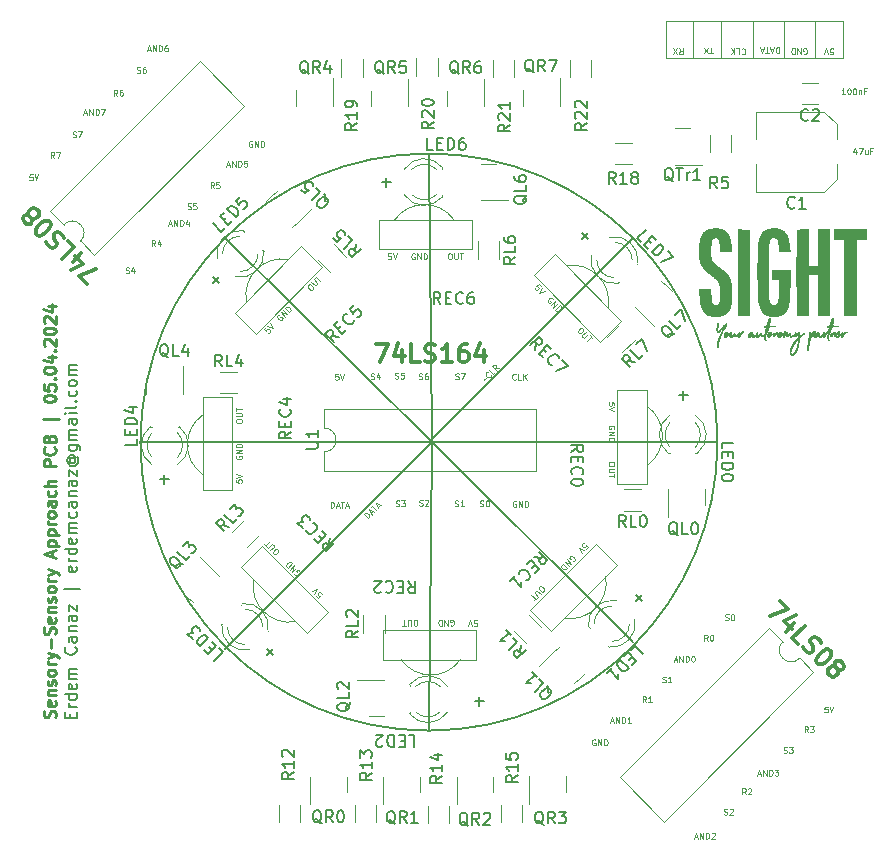
<source format=gto>
G04 #@! TF.GenerationSoftware,KiCad,Pcbnew,(6.0.11)*
G04 #@! TF.CreationDate,2024-04-06T01:18:53+03:00*
G04 #@! TF.ProjectId,communication_module_PCB,636f6d6d-756e-4696-9361-74696f6e5f6d,rev?*
G04 #@! TF.SameCoordinates,Original*
G04 #@! TF.FileFunction,Legend,Top*
G04 #@! TF.FilePolarity,Positive*
%FSLAX46Y46*%
G04 Gerber Fmt 4.6, Leading zero omitted, Abs format (unit mm)*
G04 Created by KiCad (PCBNEW (6.0.11)) date 2024-04-06 01:18:53*
%MOMM*%
%LPD*%
G01*
G04 APERTURE LIST*
%ADD10C,0.300000*%
%ADD11C,0.125000*%
%ADD12C,0.150000*%
%ADD13C,0.250000*%
%ADD14C,0.100000*%
%ADD15C,0.120000*%
G04 APERTURE END LIST*
D10*
X43073428Y-41469571D02*
X44073428Y-41469571D01*
X43430571Y-42969571D01*
X45287714Y-41969571D02*
X45287714Y-42969571D01*
X44930571Y-41398142D02*
X44573428Y-42469571D01*
X45502000Y-42469571D01*
X46787714Y-42969571D02*
X46073428Y-42969571D01*
X46073428Y-41469571D01*
X47216285Y-42898142D02*
X47430571Y-42969571D01*
X47787714Y-42969571D01*
X47930571Y-42898142D01*
X48002000Y-42826714D01*
X48073428Y-42683857D01*
X48073428Y-42541000D01*
X48002000Y-42398142D01*
X47930571Y-42326714D01*
X47787714Y-42255285D01*
X47502000Y-42183857D01*
X47359142Y-42112428D01*
X47287714Y-42041000D01*
X47216285Y-41898142D01*
X47216285Y-41755285D01*
X47287714Y-41612428D01*
X47359142Y-41541000D01*
X47502000Y-41469571D01*
X47859142Y-41469571D01*
X48073428Y-41541000D01*
X49502000Y-42969571D02*
X48644857Y-42969571D01*
X49073428Y-42969571D02*
X49073428Y-41469571D01*
X48930571Y-41683857D01*
X48787714Y-41826714D01*
X48644857Y-41898142D01*
X50787714Y-41469571D02*
X50502000Y-41469571D01*
X50359142Y-41541000D01*
X50287714Y-41612428D01*
X50144857Y-41826714D01*
X50073428Y-42112428D01*
X50073428Y-42683857D01*
X50144857Y-42826714D01*
X50216285Y-42898142D01*
X50359142Y-42969571D01*
X50644857Y-42969571D01*
X50787714Y-42898142D01*
X50859142Y-42826714D01*
X50930571Y-42683857D01*
X50930571Y-42326714D01*
X50859142Y-42183857D01*
X50787714Y-42112428D01*
X50644857Y-42041000D01*
X50359142Y-42041000D01*
X50216285Y-42112428D01*
X50144857Y-42183857D01*
X50073428Y-42326714D01*
X52216285Y-41969571D02*
X52216285Y-42969571D01*
X51859142Y-41398142D02*
X51502000Y-42469571D01*
X52430571Y-42469571D01*
X18605335Y-36404011D02*
X17898228Y-35696904D01*
X19413457Y-35090812D01*
X17393152Y-34484721D02*
X18100259Y-33777614D01*
X17241629Y-35141320D02*
X18251782Y-34636244D01*
X17595183Y-33979644D01*
X17039599Y-32716954D02*
X17544675Y-33222030D01*
X16484015Y-34282690D01*
X16686045Y-32464416D02*
X16585030Y-32262385D01*
X16332492Y-32009847D01*
X16180969Y-31959339D01*
X16079954Y-31959339D01*
X15928431Y-32009847D01*
X15827416Y-32110862D01*
X15776908Y-32262385D01*
X15776908Y-32363400D01*
X15827416Y-32514923D01*
X15978938Y-32767461D01*
X16029446Y-32918984D01*
X16029446Y-33020000D01*
X15978938Y-33171522D01*
X15877923Y-33272538D01*
X15726400Y-33323045D01*
X15625385Y-33323045D01*
X15473862Y-33272538D01*
X15221324Y-33020000D01*
X15120309Y-32817969D01*
X14413202Y-32211877D02*
X14312187Y-32110862D01*
X14261679Y-31959339D01*
X14261679Y-31858324D01*
X14312187Y-31706801D01*
X14463710Y-31454263D01*
X14716248Y-31201725D01*
X14968786Y-31050202D01*
X15120309Y-30999694D01*
X15221324Y-30999694D01*
X15372847Y-31050202D01*
X15473862Y-31151217D01*
X15524370Y-31302740D01*
X15524370Y-31403755D01*
X15473862Y-31555278D01*
X15322339Y-31807816D01*
X15069801Y-32060355D01*
X14817263Y-32211877D01*
X14665740Y-32262385D01*
X14564725Y-32262385D01*
X14413202Y-32211877D01*
X13908126Y-30797664D02*
X13958633Y-30949187D01*
X13958633Y-31050202D01*
X13908126Y-31201725D01*
X13857618Y-31252233D01*
X13706095Y-31302740D01*
X13605080Y-31302740D01*
X13453557Y-31252233D01*
X13251527Y-31050202D01*
X13201019Y-30898679D01*
X13201019Y-30797664D01*
X13251527Y-30646141D01*
X13302034Y-30595633D01*
X13453557Y-30545126D01*
X13554572Y-30545126D01*
X13706095Y-30595633D01*
X13908126Y-30797664D01*
X14059649Y-30848172D01*
X14160664Y-30848172D01*
X14312187Y-30797664D01*
X14514217Y-30595633D01*
X14564725Y-30444111D01*
X14564725Y-30343095D01*
X14514217Y-30191572D01*
X14312187Y-29989542D01*
X14160664Y-29939034D01*
X14059649Y-29939034D01*
X13908126Y-29989542D01*
X13706095Y-30191572D01*
X13655588Y-30343095D01*
X13655588Y-30444111D01*
X13706095Y-30595633D01*
X77279664Y-63163988D02*
X77986771Y-63871095D01*
X76471542Y-64477187D01*
X78491847Y-65083278D02*
X77784740Y-65790385D01*
X78643370Y-64426679D02*
X77633217Y-64931755D01*
X78289816Y-65588355D01*
X78845400Y-66851045D02*
X78340324Y-66345969D01*
X79400984Y-65285309D01*
X79198954Y-67103583D02*
X79299969Y-67305614D01*
X79552507Y-67558152D01*
X79704030Y-67608660D01*
X79805045Y-67608660D01*
X79956568Y-67558152D01*
X80057583Y-67457137D01*
X80108091Y-67305614D01*
X80108091Y-67204599D01*
X80057583Y-67053076D01*
X79906061Y-66800538D01*
X79855553Y-66649015D01*
X79855553Y-66548000D01*
X79906061Y-66396477D01*
X80007076Y-66295461D01*
X80158599Y-66244954D01*
X80259614Y-66244954D01*
X80411137Y-66295461D01*
X80663675Y-66547999D01*
X80764690Y-66750030D01*
X81471797Y-67356122D02*
X81572812Y-67457137D01*
X81623320Y-67608660D01*
X81623320Y-67709675D01*
X81572812Y-67861198D01*
X81421289Y-68113736D01*
X81168751Y-68366274D01*
X80916213Y-68517797D01*
X80764690Y-68568305D01*
X80663675Y-68568305D01*
X80512152Y-68517797D01*
X80411137Y-68416782D01*
X80360629Y-68265259D01*
X80360629Y-68164244D01*
X80411137Y-68012721D01*
X80562660Y-67760183D01*
X80815198Y-67507644D01*
X81067736Y-67356122D01*
X81219259Y-67305614D01*
X81320274Y-67305614D01*
X81471797Y-67356122D01*
X81976873Y-68770335D02*
X81926366Y-68618812D01*
X81926366Y-68517797D01*
X81976873Y-68366274D01*
X82027381Y-68315766D01*
X82178904Y-68265259D01*
X82279919Y-68265259D01*
X82431442Y-68315766D01*
X82633472Y-68517797D01*
X82683980Y-68669320D01*
X82683980Y-68770335D01*
X82633472Y-68921858D01*
X82582965Y-68972366D01*
X82431442Y-69022873D01*
X82330427Y-69022873D01*
X82178904Y-68972366D01*
X81976873Y-68770335D01*
X81825350Y-68719827D01*
X81724335Y-68719827D01*
X81572812Y-68770335D01*
X81370782Y-68972366D01*
X81320274Y-69123888D01*
X81320274Y-69224904D01*
X81370782Y-69376427D01*
X81572812Y-69578457D01*
X81724335Y-69628965D01*
X81825350Y-69628965D01*
X81976873Y-69578457D01*
X82178904Y-69376427D01*
X82229411Y-69224904D01*
X82229411Y-69123888D01*
X82178904Y-68972366D01*
D11*
X31222190Y-47998000D02*
X31222190Y-47902761D01*
X31246000Y-47855142D01*
X31293619Y-47807523D01*
X31388857Y-47783714D01*
X31555523Y-47783714D01*
X31650761Y-47807523D01*
X31698380Y-47855142D01*
X31722190Y-47902761D01*
X31722190Y-47998000D01*
X31698380Y-48045619D01*
X31650761Y-48093238D01*
X31555523Y-48117047D01*
X31388857Y-48117047D01*
X31293619Y-48093238D01*
X31246000Y-48045619D01*
X31222190Y-47998000D01*
X31222190Y-47569428D02*
X31626952Y-47569428D01*
X31674571Y-47545619D01*
X31698380Y-47521809D01*
X31722190Y-47474190D01*
X31722190Y-47378952D01*
X31698380Y-47331333D01*
X31674571Y-47307523D01*
X31626952Y-47283714D01*
X31222190Y-47283714D01*
X31222190Y-47117047D02*
X31222190Y-46831333D01*
X31722190Y-46974190D02*
X31222190Y-46974190D01*
X31246000Y-50926952D02*
X31222190Y-50974571D01*
X31222190Y-51046000D01*
X31246000Y-51117428D01*
X31293619Y-51165047D01*
X31341238Y-51188857D01*
X31436476Y-51212666D01*
X31507904Y-51212666D01*
X31603142Y-51188857D01*
X31650761Y-51165047D01*
X31698380Y-51117428D01*
X31722190Y-51046000D01*
X31722190Y-50998380D01*
X31698380Y-50926952D01*
X31674571Y-50903142D01*
X31507904Y-50903142D01*
X31507904Y-50998380D01*
X31722190Y-50688857D02*
X31222190Y-50688857D01*
X31722190Y-50403142D01*
X31222190Y-50403142D01*
X31722190Y-50165047D02*
X31222190Y-50165047D01*
X31222190Y-50046000D01*
X31246000Y-49974571D01*
X31293619Y-49926952D01*
X31341238Y-49903142D01*
X31436476Y-49879333D01*
X31507904Y-49879333D01*
X31603142Y-49903142D01*
X31650761Y-49926952D01*
X31698380Y-49974571D01*
X31722190Y-50046000D01*
X31722190Y-50165047D01*
X31222190Y-52927238D02*
X31222190Y-53165333D01*
X31460285Y-53189142D01*
X31436476Y-53165333D01*
X31412666Y-53117714D01*
X31412666Y-52998666D01*
X31436476Y-52951047D01*
X31460285Y-52927238D01*
X31507904Y-52903428D01*
X31626952Y-52903428D01*
X31674571Y-52927238D01*
X31698380Y-52951047D01*
X31722190Y-52998666D01*
X31722190Y-53117714D01*
X31698380Y-53165333D01*
X31674571Y-53189142D01*
X31222190Y-52760571D02*
X31722190Y-52593904D01*
X31222190Y-52427238D01*
X57316165Y-62324059D02*
X57248822Y-62391402D01*
X57198314Y-62408238D01*
X57130971Y-62408238D01*
X57046791Y-62357730D01*
X56928940Y-62239879D01*
X56878433Y-62155700D01*
X56878433Y-62088356D01*
X56895269Y-62037849D01*
X56962612Y-61970505D01*
X57013120Y-61953669D01*
X57080463Y-61953669D01*
X57164643Y-62004177D01*
X57282494Y-62122028D01*
X57333001Y-62206208D01*
X57333001Y-62273551D01*
X57316165Y-62324059D01*
X57013120Y-62627104D02*
X56726910Y-62340895D01*
X56676402Y-62324059D01*
X56642730Y-62324059D01*
X56592223Y-62340895D01*
X56524879Y-62408238D01*
X56508043Y-62458746D01*
X56508043Y-62492417D01*
X56524879Y-62542925D01*
X56811089Y-62829135D01*
X56693238Y-62946986D02*
X56491208Y-63149017D01*
X56238669Y-62694448D02*
X56592223Y-63048001D01*
X59755150Y-59851402D02*
X59805658Y-59834566D01*
X59856165Y-59784059D01*
X59889837Y-59716715D01*
X59889837Y-59649372D01*
X59873001Y-59598864D01*
X59822494Y-59514685D01*
X59771986Y-59464177D01*
X59687807Y-59413669D01*
X59637299Y-59396834D01*
X59569956Y-59396834D01*
X59502612Y-59430505D01*
X59468940Y-59464177D01*
X59435269Y-59531521D01*
X59435269Y-59565192D01*
X59553120Y-59683043D01*
X59620463Y-59615700D01*
X59250074Y-59683043D02*
X59603627Y-60036597D01*
X59048043Y-59885074D01*
X59401597Y-60238627D01*
X58879685Y-60053433D02*
X59233238Y-60406986D01*
X59149059Y-60491165D01*
X59081715Y-60524837D01*
X59014372Y-60524837D01*
X58963864Y-60508001D01*
X58879685Y-60457494D01*
X58829177Y-60406986D01*
X58778669Y-60322807D01*
X58761834Y-60272299D01*
X58761834Y-60204956D01*
X58795505Y-60137612D01*
X58879685Y-60053433D01*
X60839956Y-58800269D02*
X61008314Y-58631910D01*
X60856791Y-58446715D01*
X60856791Y-58480387D01*
X60839956Y-58530895D01*
X60755776Y-58615074D01*
X60705269Y-58631910D01*
X60671597Y-58631910D01*
X60621089Y-58615074D01*
X60536910Y-58530895D01*
X60520074Y-58480387D01*
X60520074Y-58446715D01*
X60536910Y-58396208D01*
X60621089Y-58312028D01*
X60671597Y-58295192D01*
X60705269Y-58295192D01*
X60722104Y-58918120D02*
X60250700Y-58682417D01*
X60486402Y-59153822D01*
D12*
X17200571Y-73070404D02*
X17200571Y-72737071D01*
X17724380Y-72594214D02*
X17724380Y-73070404D01*
X16724380Y-73070404D01*
X16724380Y-72594214D01*
X17724380Y-72165642D02*
X17057714Y-72165642D01*
X17248190Y-72165642D02*
X17152952Y-72118023D01*
X17105333Y-72070404D01*
X17057714Y-71975166D01*
X17057714Y-71879928D01*
X17724380Y-71118023D02*
X16724380Y-71118023D01*
X17676761Y-71118023D02*
X17724380Y-71213261D01*
X17724380Y-71403738D01*
X17676761Y-71498976D01*
X17629142Y-71546595D01*
X17533904Y-71594214D01*
X17248190Y-71594214D01*
X17152952Y-71546595D01*
X17105333Y-71498976D01*
X17057714Y-71403738D01*
X17057714Y-71213261D01*
X17105333Y-71118023D01*
X17676761Y-70260880D02*
X17724380Y-70356119D01*
X17724380Y-70546595D01*
X17676761Y-70641833D01*
X17581523Y-70689452D01*
X17200571Y-70689452D01*
X17105333Y-70641833D01*
X17057714Y-70546595D01*
X17057714Y-70356119D01*
X17105333Y-70260880D01*
X17200571Y-70213261D01*
X17295809Y-70213261D01*
X17391047Y-70689452D01*
X17724380Y-69784690D02*
X17057714Y-69784690D01*
X17152952Y-69784690D02*
X17105333Y-69737071D01*
X17057714Y-69641833D01*
X17057714Y-69498976D01*
X17105333Y-69403738D01*
X17200571Y-69356119D01*
X17724380Y-69356119D01*
X17200571Y-69356119D02*
X17105333Y-69308500D01*
X17057714Y-69213261D01*
X17057714Y-69070404D01*
X17105333Y-68975166D01*
X17200571Y-68927547D01*
X17724380Y-68927547D01*
X17629142Y-67118023D02*
X17676761Y-67165642D01*
X17724380Y-67308500D01*
X17724380Y-67403738D01*
X17676761Y-67546595D01*
X17581523Y-67641833D01*
X17486285Y-67689452D01*
X17295809Y-67737071D01*
X17152952Y-67737071D01*
X16962476Y-67689452D01*
X16867238Y-67641833D01*
X16772000Y-67546595D01*
X16724380Y-67403738D01*
X16724380Y-67308500D01*
X16772000Y-67165642D01*
X16819619Y-67118023D01*
X17724380Y-66260880D02*
X17200571Y-66260880D01*
X17105333Y-66308500D01*
X17057714Y-66403738D01*
X17057714Y-66594214D01*
X17105333Y-66689452D01*
X17676761Y-66260880D02*
X17724380Y-66356119D01*
X17724380Y-66594214D01*
X17676761Y-66689452D01*
X17581523Y-66737071D01*
X17486285Y-66737071D01*
X17391047Y-66689452D01*
X17343428Y-66594214D01*
X17343428Y-66356119D01*
X17295809Y-66260880D01*
X17057714Y-65784690D02*
X17724380Y-65784690D01*
X17152952Y-65784690D02*
X17105333Y-65737071D01*
X17057714Y-65641833D01*
X17057714Y-65498976D01*
X17105333Y-65403738D01*
X17200571Y-65356119D01*
X17724380Y-65356119D01*
X17724380Y-64451357D02*
X17200571Y-64451357D01*
X17105333Y-64498976D01*
X17057714Y-64594214D01*
X17057714Y-64784690D01*
X17105333Y-64879928D01*
X17676761Y-64451357D02*
X17724380Y-64546595D01*
X17724380Y-64784690D01*
X17676761Y-64879928D01*
X17581523Y-64927547D01*
X17486285Y-64927547D01*
X17391047Y-64879928D01*
X17343428Y-64784690D01*
X17343428Y-64546595D01*
X17295809Y-64451357D01*
X17057714Y-64070404D02*
X17057714Y-63546595D01*
X17724380Y-64070404D01*
X17724380Y-63546595D01*
X18057714Y-62165642D02*
X16629142Y-62165642D01*
X17676761Y-60308500D02*
X17724380Y-60403738D01*
X17724380Y-60594214D01*
X17676761Y-60689452D01*
X17581523Y-60737071D01*
X17200571Y-60737071D01*
X17105333Y-60689452D01*
X17057714Y-60594214D01*
X17057714Y-60403738D01*
X17105333Y-60308500D01*
X17200571Y-60260880D01*
X17295809Y-60260880D01*
X17391047Y-60737071D01*
X17724380Y-59832309D02*
X17057714Y-59832309D01*
X17248190Y-59832309D02*
X17152952Y-59784690D01*
X17105333Y-59737071D01*
X17057714Y-59641833D01*
X17057714Y-59546595D01*
X17724380Y-58784690D02*
X16724380Y-58784690D01*
X17676761Y-58784690D02*
X17724380Y-58879928D01*
X17724380Y-59070404D01*
X17676761Y-59165642D01*
X17629142Y-59213261D01*
X17533904Y-59260880D01*
X17248190Y-59260880D01*
X17152952Y-59213261D01*
X17105333Y-59165642D01*
X17057714Y-59070404D01*
X17057714Y-58879928D01*
X17105333Y-58784690D01*
X17676761Y-57927547D02*
X17724380Y-58022785D01*
X17724380Y-58213261D01*
X17676761Y-58308500D01*
X17581523Y-58356119D01*
X17200571Y-58356119D01*
X17105333Y-58308500D01*
X17057714Y-58213261D01*
X17057714Y-58022785D01*
X17105333Y-57927547D01*
X17200571Y-57879928D01*
X17295809Y-57879928D01*
X17391047Y-58356119D01*
X17724380Y-57451357D02*
X17057714Y-57451357D01*
X17152952Y-57451357D02*
X17105333Y-57403738D01*
X17057714Y-57308500D01*
X17057714Y-57165642D01*
X17105333Y-57070404D01*
X17200571Y-57022785D01*
X17724380Y-57022785D01*
X17200571Y-57022785D02*
X17105333Y-56975166D01*
X17057714Y-56879928D01*
X17057714Y-56737071D01*
X17105333Y-56641833D01*
X17200571Y-56594214D01*
X17724380Y-56594214D01*
X17676761Y-55689452D02*
X17724380Y-55784690D01*
X17724380Y-55975166D01*
X17676761Y-56070404D01*
X17629142Y-56118023D01*
X17533904Y-56165642D01*
X17248190Y-56165642D01*
X17152952Y-56118023D01*
X17105333Y-56070404D01*
X17057714Y-55975166D01*
X17057714Y-55784690D01*
X17105333Y-55689452D01*
X17724380Y-54832309D02*
X17200571Y-54832309D01*
X17105333Y-54879928D01*
X17057714Y-54975166D01*
X17057714Y-55165642D01*
X17105333Y-55260880D01*
X17676761Y-54832309D02*
X17724380Y-54927547D01*
X17724380Y-55165642D01*
X17676761Y-55260880D01*
X17581523Y-55308500D01*
X17486285Y-55308500D01*
X17391047Y-55260880D01*
X17343428Y-55165642D01*
X17343428Y-54927547D01*
X17295809Y-54832309D01*
X17057714Y-54356119D02*
X17724380Y-54356119D01*
X17152952Y-54356119D02*
X17105333Y-54308500D01*
X17057714Y-54213261D01*
X17057714Y-54070404D01*
X17105333Y-53975166D01*
X17200571Y-53927547D01*
X17724380Y-53927547D01*
X17724380Y-53022785D02*
X17200571Y-53022785D01*
X17105333Y-53070404D01*
X17057714Y-53165642D01*
X17057714Y-53356119D01*
X17105333Y-53451357D01*
X17676761Y-53022785D02*
X17724380Y-53118023D01*
X17724380Y-53356119D01*
X17676761Y-53451357D01*
X17581523Y-53498976D01*
X17486285Y-53498976D01*
X17391047Y-53451357D01*
X17343428Y-53356119D01*
X17343428Y-53118023D01*
X17295809Y-53022785D01*
X17057714Y-52641833D02*
X17057714Y-52118023D01*
X17724380Y-52641833D01*
X17724380Y-52118023D01*
X17248190Y-51118023D02*
X17200571Y-51165642D01*
X17152952Y-51260880D01*
X17152952Y-51356119D01*
X17200571Y-51451357D01*
X17248190Y-51498976D01*
X17343428Y-51546595D01*
X17438666Y-51546595D01*
X17533904Y-51498976D01*
X17581523Y-51451357D01*
X17629142Y-51356119D01*
X17629142Y-51260880D01*
X17581523Y-51165642D01*
X17533904Y-51118023D01*
X17152952Y-51118023D02*
X17533904Y-51118023D01*
X17581523Y-51070404D01*
X17581523Y-51022785D01*
X17533904Y-50927547D01*
X17438666Y-50879928D01*
X17200571Y-50879928D01*
X17057714Y-50975166D01*
X16962476Y-51118023D01*
X16914857Y-51308500D01*
X16962476Y-51498976D01*
X17057714Y-51641833D01*
X17200571Y-51737071D01*
X17391047Y-51784690D01*
X17581523Y-51737071D01*
X17724380Y-51641833D01*
X17819619Y-51498976D01*
X17867238Y-51308500D01*
X17819619Y-51118023D01*
X17724380Y-50975166D01*
X17057714Y-50022785D02*
X17867238Y-50022785D01*
X17962476Y-50070404D01*
X18010095Y-50118023D01*
X18057714Y-50213261D01*
X18057714Y-50356119D01*
X18010095Y-50451357D01*
X17676761Y-50022785D02*
X17724380Y-50118023D01*
X17724380Y-50308500D01*
X17676761Y-50403738D01*
X17629142Y-50451357D01*
X17533904Y-50498976D01*
X17248190Y-50498976D01*
X17152952Y-50451357D01*
X17105333Y-50403738D01*
X17057714Y-50308500D01*
X17057714Y-50118023D01*
X17105333Y-50022785D01*
X17724380Y-49546595D02*
X17057714Y-49546595D01*
X17152952Y-49546595D02*
X17105333Y-49498976D01*
X17057714Y-49403738D01*
X17057714Y-49260880D01*
X17105333Y-49165642D01*
X17200571Y-49118023D01*
X17724380Y-49118023D01*
X17200571Y-49118023D02*
X17105333Y-49070404D01*
X17057714Y-48975166D01*
X17057714Y-48832309D01*
X17105333Y-48737071D01*
X17200571Y-48689452D01*
X17724380Y-48689452D01*
X17724380Y-47784690D02*
X17200571Y-47784690D01*
X17105333Y-47832309D01*
X17057714Y-47927547D01*
X17057714Y-48118023D01*
X17105333Y-48213261D01*
X17676761Y-47784690D02*
X17724380Y-47879928D01*
X17724380Y-48118023D01*
X17676761Y-48213261D01*
X17581523Y-48260880D01*
X17486285Y-48260880D01*
X17391047Y-48213261D01*
X17343428Y-48118023D01*
X17343428Y-47879928D01*
X17295809Y-47784690D01*
X17724380Y-47308500D02*
X17057714Y-47308500D01*
X16724380Y-47308500D02*
X16772000Y-47356119D01*
X16819619Y-47308500D01*
X16772000Y-47260880D01*
X16724380Y-47308500D01*
X16819619Y-47308500D01*
X17724380Y-46689452D02*
X17676761Y-46784690D01*
X17581523Y-46832309D01*
X16724380Y-46832309D01*
X17629142Y-46308500D02*
X17676761Y-46260880D01*
X17724380Y-46308500D01*
X17676761Y-46356119D01*
X17629142Y-46308500D01*
X17724380Y-46308500D01*
X17676761Y-45403738D02*
X17724380Y-45498976D01*
X17724380Y-45689452D01*
X17676761Y-45784690D01*
X17629142Y-45832309D01*
X17533904Y-45879928D01*
X17248190Y-45879928D01*
X17152952Y-45832309D01*
X17105333Y-45784690D01*
X17057714Y-45689452D01*
X17057714Y-45498976D01*
X17105333Y-45403738D01*
X17724380Y-44832309D02*
X17676761Y-44927547D01*
X17629142Y-44975166D01*
X17533904Y-45022785D01*
X17248190Y-45022785D01*
X17152952Y-44975166D01*
X17105333Y-44927547D01*
X17057714Y-44832309D01*
X17057714Y-44689452D01*
X17105333Y-44594214D01*
X17152952Y-44546595D01*
X17248190Y-44498976D01*
X17533904Y-44498976D01*
X17629142Y-44546595D01*
X17676761Y-44594214D01*
X17724380Y-44689452D01*
X17724380Y-44832309D01*
X17724380Y-44070404D02*
X17057714Y-44070404D01*
X17152952Y-44070404D02*
X17105333Y-44022785D01*
X17057714Y-43927547D01*
X17057714Y-43784690D01*
X17105333Y-43689452D01*
X17200571Y-43641833D01*
X17724380Y-43641833D01*
X17200571Y-43641833D02*
X17105333Y-43594214D01*
X17057714Y-43498976D01*
X17057714Y-43356119D01*
X17105333Y-43260880D01*
X17200571Y-43213261D01*
X17724380Y-43213261D01*
D11*
X60546059Y-40092834D02*
X60613402Y-40160177D01*
X60630238Y-40210685D01*
X60630238Y-40278028D01*
X60579730Y-40362208D01*
X60461879Y-40480059D01*
X60377700Y-40530566D01*
X60310356Y-40530566D01*
X60259849Y-40513730D01*
X60192505Y-40446387D01*
X60175669Y-40395879D01*
X60175669Y-40328536D01*
X60226177Y-40244356D01*
X60344028Y-40126505D01*
X60428208Y-40075998D01*
X60495551Y-40075998D01*
X60546059Y-40092834D01*
X60849104Y-40395879D02*
X60562895Y-40682089D01*
X60546059Y-40732597D01*
X60546059Y-40766269D01*
X60562895Y-40816776D01*
X60630238Y-40884120D01*
X60680746Y-40900956D01*
X60714417Y-40900956D01*
X60764925Y-40884120D01*
X61051135Y-40597910D01*
X61168986Y-40715761D02*
X61371017Y-40917791D01*
X60916448Y-41170330D02*
X61270001Y-40816776D01*
X58073402Y-37653849D02*
X58056566Y-37603341D01*
X58006059Y-37552834D01*
X57938715Y-37519162D01*
X57871372Y-37519162D01*
X57820864Y-37535998D01*
X57736685Y-37586505D01*
X57686177Y-37637013D01*
X57635669Y-37721192D01*
X57618834Y-37771700D01*
X57618834Y-37839043D01*
X57652505Y-37906387D01*
X57686177Y-37940059D01*
X57753521Y-37973730D01*
X57787192Y-37973730D01*
X57905043Y-37855879D01*
X57837700Y-37788536D01*
X57905043Y-38158925D02*
X58258597Y-37805372D01*
X58107074Y-38360956D01*
X58460627Y-38007402D01*
X58275433Y-38529314D02*
X58628986Y-38175761D01*
X58713165Y-38259940D01*
X58746837Y-38327284D01*
X58746837Y-38394627D01*
X58730001Y-38445135D01*
X58679494Y-38529314D01*
X58628986Y-38579822D01*
X58544807Y-38630330D01*
X58494299Y-38647165D01*
X58426956Y-38647165D01*
X58359612Y-38613494D01*
X58275433Y-38529314D01*
X57022269Y-36569043D02*
X56853910Y-36400685D01*
X56668715Y-36552208D01*
X56702387Y-36552208D01*
X56752895Y-36569043D01*
X56837074Y-36653223D01*
X56853910Y-36703730D01*
X56853910Y-36737402D01*
X56837074Y-36787910D01*
X56752895Y-36872089D01*
X56702387Y-36888925D01*
X56668715Y-36888925D01*
X56618208Y-36872089D01*
X56534028Y-36787910D01*
X56517192Y-36737402D01*
X56517192Y-36703730D01*
X57140120Y-36686895D02*
X56904417Y-37158299D01*
X57375822Y-36922597D01*
X34859849Y-38954597D02*
X34809341Y-38971433D01*
X34758834Y-39021940D01*
X34725162Y-39089284D01*
X34725162Y-39156627D01*
X34741998Y-39207135D01*
X34792505Y-39291314D01*
X34843013Y-39341822D01*
X34927192Y-39392330D01*
X34977700Y-39409165D01*
X35045043Y-39409165D01*
X35112387Y-39375494D01*
X35146059Y-39341822D01*
X35179730Y-39274478D01*
X35179730Y-39240807D01*
X35061879Y-39122956D01*
X34994536Y-39190299D01*
X35364925Y-39122956D02*
X35011372Y-38769402D01*
X35566956Y-38920925D01*
X35213402Y-38567372D01*
X35735314Y-38752566D02*
X35381761Y-38399013D01*
X35465940Y-38314834D01*
X35533284Y-38281162D01*
X35600627Y-38281162D01*
X35651135Y-38297998D01*
X35735314Y-38348505D01*
X35785822Y-38399013D01*
X35836330Y-38483192D01*
X35853165Y-38533700D01*
X35853165Y-38601043D01*
X35819494Y-38668387D01*
X35735314Y-38752566D01*
X33775043Y-40005730D02*
X33606685Y-40174089D01*
X33758208Y-40359284D01*
X33758208Y-40325612D01*
X33775043Y-40275104D01*
X33859223Y-40190925D01*
X33909730Y-40174089D01*
X33943402Y-40174089D01*
X33993910Y-40190925D01*
X34078089Y-40275104D01*
X34094925Y-40325612D01*
X34094925Y-40359284D01*
X34078089Y-40409791D01*
X33993910Y-40493971D01*
X33943402Y-40510807D01*
X33909730Y-40510807D01*
X33892895Y-39887879D02*
X34364299Y-40123582D01*
X34128597Y-39652177D01*
X37298834Y-36481940D02*
X37366177Y-36414597D01*
X37416685Y-36397761D01*
X37484028Y-36397761D01*
X37568208Y-36448269D01*
X37686059Y-36566120D01*
X37736566Y-36650299D01*
X37736566Y-36717643D01*
X37719730Y-36768150D01*
X37652387Y-36835494D01*
X37601879Y-36852330D01*
X37534536Y-36852330D01*
X37450356Y-36801822D01*
X37332505Y-36683971D01*
X37281998Y-36599791D01*
X37281998Y-36532448D01*
X37298834Y-36481940D01*
X37601879Y-36178895D02*
X37888089Y-36465104D01*
X37938597Y-36481940D01*
X37972269Y-36481940D01*
X38022776Y-36465104D01*
X38090120Y-36397761D01*
X38106956Y-36347253D01*
X38106956Y-36313582D01*
X38090120Y-36263074D01*
X37803910Y-35976864D01*
X37921761Y-35859013D02*
X38123791Y-35656982D01*
X38376330Y-36111551D02*
X38022776Y-35757998D01*
X37973730Y-62744956D02*
X38142089Y-62913314D01*
X38327284Y-62761791D01*
X38293612Y-62761791D01*
X38243104Y-62744956D01*
X38158925Y-62660776D01*
X38142089Y-62610269D01*
X38142089Y-62576597D01*
X38158925Y-62526089D01*
X38243104Y-62441910D01*
X38293612Y-62425074D01*
X38327284Y-62425074D01*
X38377791Y-62441910D01*
X38461971Y-62526089D01*
X38478807Y-62576597D01*
X38478807Y-62610269D01*
X37855879Y-62627104D02*
X38091582Y-62155700D01*
X37620177Y-62391402D01*
X34449940Y-59221165D02*
X34382597Y-59153822D01*
X34365761Y-59103314D01*
X34365761Y-59035971D01*
X34416269Y-58951791D01*
X34534120Y-58833940D01*
X34618299Y-58783433D01*
X34685643Y-58783433D01*
X34736150Y-58800269D01*
X34803494Y-58867612D01*
X34820330Y-58918120D01*
X34820330Y-58985463D01*
X34769822Y-59069643D01*
X34651971Y-59187494D01*
X34567791Y-59238001D01*
X34500448Y-59238001D01*
X34449940Y-59221165D01*
X34146895Y-58918120D02*
X34433104Y-58631910D01*
X34449940Y-58581402D01*
X34449940Y-58547730D01*
X34433104Y-58497223D01*
X34365761Y-58429879D01*
X34315253Y-58413043D01*
X34281582Y-58413043D01*
X34231074Y-58429879D01*
X33944864Y-58716089D01*
X33827013Y-58598238D02*
X33624982Y-58396208D01*
X34079551Y-58143669D02*
X33725998Y-58497223D01*
X36160597Y-60898150D02*
X36177433Y-60948658D01*
X36227940Y-60999165D01*
X36295284Y-61032837D01*
X36362627Y-61032837D01*
X36413135Y-61016001D01*
X36497314Y-60965494D01*
X36547822Y-60914986D01*
X36598330Y-60830807D01*
X36615165Y-60780299D01*
X36615165Y-60712956D01*
X36581494Y-60645612D01*
X36547822Y-60611940D01*
X36480478Y-60578269D01*
X36446807Y-60578269D01*
X36328956Y-60696120D01*
X36396299Y-60763463D01*
X36328956Y-60393074D02*
X35975402Y-60746627D01*
X36126925Y-60191043D01*
X35773372Y-60544597D01*
X35958566Y-60022685D02*
X35605013Y-60376238D01*
X35520834Y-60292059D01*
X35487162Y-60224715D01*
X35487162Y-60157372D01*
X35503998Y-60106864D01*
X35554505Y-60022685D01*
X35605013Y-59972177D01*
X35689192Y-59921669D01*
X35739700Y-59904834D01*
X35807043Y-59904834D01*
X35874387Y-59938505D01*
X35958566Y-60022685D01*
X46474000Y-65297809D02*
X46378761Y-65297809D01*
X46331142Y-65274000D01*
X46283523Y-65226380D01*
X46259714Y-65131142D01*
X46259714Y-64964476D01*
X46283523Y-64869238D01*
X46331142Y-64821619D01*
X46378761Y-64797809D01*
X46474000Y-64797809D01*
X46521619Y-64821619D01*
X46569238Y-64869238D01*
X46593047Y-64964476D01*
X46593047Y-65131142D01*
X46569238Y-65226380D01*
X46521619Y-65274000D01*
X46474000Y-65297809D01*
X46045428Y-65297809D02*
X46045428Y-64893047D01*
X46021619Y-64845428D01*
X45997809Y-64821619D01*
X45950190Y-64797809D01*
X45854952Y-64797809D01*
X45807333Y-64821619D01*
X45783523Y-64845428D01*
X45759714Y-64893047D01*
X45759714Y-65297809D01*
X45593047Y-65297809D02*
X45307333Y-65297809D01*
X45450190Y-64797809D02*
X45450190Y-65297809D01*
X49402952Y-65274000D02*
X49450571Y-65297809D01*
X49522000Y-65297809D01*
X49593428Y-65274000D01*
X49641047Y-65226380D01*
X49664857Y-65178761D01*
X49688666Y-65083523D01*
X49688666Y-65012095D01*
X49664857Y-64916857D01*
X49641047Y-64869238D01*
X49593428Y-64821619D01*
X49522000Y-64797809D01*
X49474380Y-64797809D01*
X49402952Y-64821619D01*
X49379142Y-64845428D01*
X49379142Y-65012095D01*
X49474380Y-65012095D01*
X49164857Y-64797809D02*
X49164857Y-65297809D01*
X48879142Y-64797809D01*
X48879142Y-65297809D01*
X48641047Y-64797809D02*
X48641047Y-65297809D01*
X48522000Y-65297809D01*
X48450571Y-65274000D01*
X48402952Y-65226380D01*
X48379142Y-65178761D01*
X48355333Y-65083523D01*
X48355333Y-65012095D01*
X48379142Y-64916857D01*
X48402952Y-64869238D01*
X48450571Y-64821619D01*
X48522000Y-64797809D01*
X48641047Y-64797809D01*
X51403238Y-65297809D02*
X51641333Y-65297809D01*
X51665142Y-65059714D01*
X51641333Y-65083523D01*
X51593714Y-65107333D01*
X51474666Y-65107333D01*
X51427047Y-65083523D01*
X51403238Y-65059714D01*
X51379428Y-65012095D01*
X51379428Y-64893047D01*
X51403238Y-64845428D01*
X51427047Y-64821619D01*
X51474666Y-64797809D01*
X51593714Y-64797809D01*
X51641333Y-64821619D01*
X51665142Y-64845428D01*
X51236571Y-65297809D02*
X51069904Y-64797809D01*
X50903238Y-65297809D01*
X63265809Y-46640761D02*
X63265809Y-46402666D01*
X63027714Y-46378857D01*
X63051523Y-46402666D01*
X63075333Y-46450285D01*
X63075333Y-46569333D01*
X63051523Y-46616952D01*
X63027714Y-46640761D01*
X62980095Y-46664571D01*
X62861047Y-46664571D01*
X62813428Y-46640761D01*
X62789619Y-46616952D01*
X62765809Y-46569333D01*
X62765809Y-46450285D01*
X62789619Y-46402666D01*
X62813428Y-46378857D01*
X63265809Y-46807428D02*
X62765809Y-46974095D01*
X63265809Y-47140761D01*
X63265809Y-51570000D02*
X63265809Y-51665238D01*
X63242000Y-51712857D01*
X63194380Y-51760476D01*
X63099142Y-51784285D01*
X62932476Y-51784285D01*
X62837238Y-51760476D01*
X62789619Y-51712857D01*
X62765809Y-51665238D01*
X62765809Y-51570000D01*
X62789619Y-51522380D01*
X62837238Y-51474761D01*
X62932476Y-51450952D01*
X63099142Y-51450952D01*
X63194380Y-51474761D01*
X63242000Y-51522380D01*
X63265809Y-51570000D01*
X63265809Y-51998571D02*
X62861047Y-51998571D01*
X62813428Y-52022380D01*
X62789619Y-52046190D01*
X62765809Y-52093809D01*
X62765809Y-52189047D01*
X62789619Y-52236666D01*
X62813428Y-52260476D01*
X62861047Y-52284285D01*
X63265809Y-52284285D01*
X63265809Y-52450952D02*
X63265809Y-52736666D01*
X62765809Y-52593809D02*
X63265809Y-52593809D01*
X63242000Y-48641047D02*
X63265809Y-48593428D01*
X63265809Y-48522000D01*
X63242000Y-48450571D01*
X63194380Y-48402952D01*
X63146761Y-48379142D01*
X63051523Y-48355333D01*
X62980095Y-48355333D01*
X62884857Y-48379142D01*
X62837238Y-48402952D01*
X62789619Y-48450571D01*
X62765809Y-48522000D01*
X62765809Y-48569619D01*
X62789619Y-48641047D01*
X62813428Y-48664857D01*
X62980095Y-48664857D01*
X62980095Y-48569619D01*
X62765809Y-48879142D02*
X63265809Y-48879142D01*
X62765809Y-49164857D01*
X63265809Y-49164857D01*
X62765809Y-49402952D02*
X63265809Y-49402952D01*
X63265809Y-49522000D01*
X63242000Y-49593428D01*
X63194380Y-49641047D01*
X63146761Y-49664857D01*
X63051523Y-49688666D01*
X62980095Y-49688666D01*
X62884857Y-49664857D01*
X62837238Y-49641047D01*
X62789619Y-49593428D01*
X62765809Y-49522000D01*
X62765809Y-49402952D01*
X49284000Y-33762190D02*
X49379238Y-33762190D01*
X49426857Y-33786000D01*
X49474476Y-33833619D01*
X49498285Y-33928857D01*
X49498285Y-34095523D01*
X49474476Y-34190761D01*
X49426857Y-34238380D01*
X49379238Y-34262190D01*
X49284000Y-34262190D01*
X49236380Y-34238380D01*
X49188761Y-34190761D01*
X49164952Y-34095523D01*
X49164952Y-33928857D01*
X49188761Y-33833619D01*
X49236380Y-33786000D01*
X49284000Y-33762190D01*
X49712571Y-33762190D02*
X49712571Y-34166952D01*
X49736380Y-34214571D01*
X49760190Y-34238380D01*
X49807809Y-34262190D01*
X49903047Y-34262190D01*
X49950666Y-34238380D01*
X49974476Y-34214571D01*
X49998285Y-34166952D01*
X49998285Y-33762190D01*
X50164952Y-33762190D02*
X50450666Y-33762190D01*
X50307809Y-34262190D02*
X50307809Y-33762190D01*
X46355047Y-33786000D02*
X46307428Y-33762190D01*
X46236000Y-33762190D01*
X46164571Y-33786000D01*
X46116952Y-33833619D01*
X46093142Y-33881238D01*
X46069333Y-33976476D01*
X46069333Y-34047904D01*
X46093142Y-34143142D01*
X46116952Y-34190761D01*
X46164571Y-34238380D01*
X46236000Y-34262190D01*
X46283619Y-34262190D01*
X46355047Y-34238380D01*
X46378857Y-34214571D01*
X46378857Y-34047904D01*
X46283619Y-34047904D01*
X46593142Y-34262190D02*
X46593142Y-33762190D01*
X46878857Y-34262190D01*
X46878857Y-33762190D01*
X47116952Y-34262190D02*
X47116952Y-33762190D01*
X47236000Y-33762190D01*
X47307428Y-33786000D01*
X47355047Y-33833619D01*
X47378857Y-33881238D01*
X47402666Y-33976476D01*
X47402666Y-34047904D01*
X47378857Y-34143142D01*
X47355047Y-34190761D01*
X47307428Y-34238380D01*
X47236000Y-34262190D01*
X47116952Y-34262190D01*
X44354761Y-33762190D02*
X44116666Y-33762190D01*
X44092857Y-34000285D01*
X44116666Y-33976476D01*
X44164285Y-33952666D01*
X44283333Y-33952666D01*
X44330952Y-33976476D01*
X44354761Y-34000285D01*
X44378571Y-34047904D01*
X44378571Y-34166952D01*
X44354761Y-34214571D01*
X44330952Y-34238380D01*
X44283333Y-34262190D01*
X44164285Y-34262190D01*
X44116666Y-34238380D01*
X44092857Y-34214571D01*
X44521428Y-33762190D02*
X44688095Y-34262190D01*
X44854761Y-33762190D01*
X83744666Y-25038857D02*
X83744666Y-25372190D01*
X83625619Y-24848380D02*
X83506571Y-25205523D01*
X83816095Y-25205523D01*
X83958952Y-24872190D02*
X84292285Y-24872190D01*
X84078000Y-25372190D01*
X84697047Y-25038857D02*
X84697047Y-25372190D01*
X84482761Y-25038857D02*
X84482761Y-25300761D01*
X84506571Y-25348380D01*
X84554190Y-25372190D01*
X84625619Y-25372190D01*
X84673238Y-25348380D01*
X84697047Y-25324571D01*
X85101809Y-25110285D02*
X84935142Y-25110285D01*
X84935142Y-25372190D02*
X84935142Y-24872190D01*
X85173238Y-24872190D01*
X82792190Y-20292190D02*
X82506476Y-20292190D01*
X82649333Y-20292190D02*
X82649333Y-19792190D01*
X82601714Y-19863619D01*
X82554095Y-19911238D01*
X82506476Y-19935047D01*
X83101714Y-19792190D02*
X83149333Y-19792190D01*
X83196952Y-19816000D01*
X83220761Y-19839809D01*
X83244571Y-19887428D01*
X83268380Y-19982666D01*
X83268380Y-20101714D01*
X83244571Y-20196952D01*
X83220761Y-20244571D01*
X83196952Y-20268380D01*
X83149333Y-20292190D01*
X83101714Y-20292190D01*
X83054095Y-20268380D01*
X83030285Y-20244571D01*
X83006476Y-20196952D01*
X82982666Y-20101714D01*
X82982666Y-19982666D01*
X83006476Y-19887428D01*
X83030285Y-19839809D01*
X83054095Y-19816000D01*
X83101714Y-19792190D01*
X83577904Y-19792190D02*
X83625523Y-19792190D01*
X83673142Y-19816000D01*
X83696952Y-19839809D01*
X83720761Y-19887428D01*
X83744571Y-19982666D01*
X83744571Y-20101714D01*
X83720761Y-20196952D01*
X83696952Y-20244571D01*
X83673142Y-20268380D01*
X83625523Y-20292190D01*
X83577904Y-20292190D01*
X83530285Y-20268380D01*
X83506476Y-20244571D01*
X83482666Y-20196952D01*
X83458857Y-20101714D01*
X83458857Y-19982666D01*
X83482666Y-19887428D01*
X83506476Y-19839809D01*
X83530285Y-19816000D01*
X83577904Y-19792190D01*
X83958857Y-19958857D02*
X83958857Y-20292190D01*
X83958857Y-20006476D02*
X83982666Y-19982666D01*
X84030285Y-19958857D01*
X84101714Y-19958857D01*
X84149333Y-19982666D01*
X84173142Y-20030285D01*
X84173142Y-20292190D01*
X84577904Y-20030285D02*
X84411238Y-20030285D01*
X84411238Y-20292190D02*
X84411238Y-19792190D01*
X84649333Y-19792190D01*
D12*
X24765047Y-52903428D02*
X25526952Y-52903428D01*
X25146000Y-53284380D02*
X25146000Y-52522476D01*
X68707047Y-45791428D02*
X69468952Y-45791428D01*
X69088000Y-46172380D02*
X69088000Y-45410476D01*
X43561047Y-27757428D02*
X44322952Y-27757428D01*
X43942000Y-28138380D02*
X43942000Y-27376476D01*
X65597881Y-63210866D02*
X65059133Y-62672118D01*
X65597881Y-62672118D02*
X65059133Y-63210866D01*
X34355881Y-67782866D02*
X33817133Y-67244118D01*
X34355881Y-67244118D02*
X33817133Y-67782866D01*
X29783881Y-36286866D02*
X29245133Y-35748118D01*
X29783881Y-35748118D02*
X29245133Y-36286866D01*
X60487133Y-32577881D02*
X61025881Y-32039133D01*
X61025881Y-32577881D02*
X60487133Y-32039133D01*
X51435047Y-71699428D02*
X52196952Y-71699428D01*
X51816000Y-72080380D02*
X51816000Y-71318476D01*
D11*
X81311761Y-72141590D02*
X81073666Y-72141590D01*
X81049857Y-72379685D01*
X81073666Y-72355876D01*
X81121285Y-72332066D01*
X81240333Y-72332066D01*
X81287952Y-72355876D01*
X81311761Y-72379685D01*
X81335571Y-72427304D01*
X81335571Y-72546352D01*
X81311761Y-72593971D01*
X81287952Y-72617780D01*
X81240333Y-72641590D01*
X81121285Y-72641590D01*
X81073666Y-72617780D01*
X81049857Y-72593971D01*
X81478428Y-72141590D02*
X81645095Y-72641590D01*
X81811761Y-72141590D01*
X79647266Y-74317990D02*
X79480600Y-74079895D01*
X79361552Y-74317990D02*
X79361552Y-73817990D01*
X79552028Y-73817990D01*
X79599647Y-73841800D01*
X79623457Y-73865609D01*
X79647266Y-73913228D01*
X79647266Y-73984657D01*
X79623457Y-74032276D01*
X79599647Y-74056085D01*
X79552028Y-74079895D01*
X79361552Y-74079895D01*
X79813933Y-73817990D02*
X80123457Y-73817990D01*
X79956790Y-74008466D01*
X80028219Y-74008466D01*
X80075838Y-74032276D01*
X80099647Y-74056085D01*
X80123457Y-74103704D01*
X80123457Y-74222752D01*
X80099647Y-74270371D01*
X80075838Y-74294180D01*
X80028219Y-74317990D01*
X79885361Y-74317990D01*
X79837742Y-74294180D01*
X79813933Y-74270371D01*
X77597047Y-76046780D02*
X77668476Y-76070590D01*
X77787523Y-76070590D01*
X77835142Y-76046780D01*
X77858952Y-76022971D01*
X77882761Y-75975352D01*
X77882761Y-75927733D01*
X77858952Y-75880114D01*
X77835142Y-75856304D01*
X77787523Y-75832495D01*
X77692285Y-75808685D01*
X77644666Y-75784876D01*
X77620857Y-75761066D01*
X77597047Y-75713447D01*
X77597047Y-75665828D01*
X77620857Y-75618209D01*
X77644666Y-75594400D01*
X77692285Y-75570590D01*
X77811333Y-75570590D01*
X77882761Y-75594400D01*
X78049428Y-75570590D02*
X78358952Y-75570590D01*
X78192285Y-75761066D01*
X78263714Y-75761066D01*
X78311333Y-75784876D01*
X78335142Y-75808685D01*
X78358952Y-75856304D01*
X78358952Y-75975352D01*
X78335142Y-76022971D01*
X78311333Y-76046780D01*
X78263714Y-76070590D01*
X78120857Y-76070590D01*
X78073238Y-76046780D01*
X78049428Y-76022971D01*
X75407152Y-77858133D02*
X75645247Y-77858133D01*
X75359533Y-78000990D02*
X75526200Y-77500990D01*
X75692866Y-78000990D01*
X75859533Y-78000990D02*
X75859533Y-77500990D01*
X76145247Y-78000990D01*
X76145247Y-77500990D01*
X76383342Y-78000990D02*
X76383342Y-77500990D01*
X76502390Y-77500990D01*
X76573819Y-77524800D01*
X76621438Y-77572419D01*
X76645247Y-77620038D01*
X76669057Y-77715276D01*
X76669057Y-77786704D01*
X76645247Y-77881942D01*
X76621438Y-77929561D01*
X76573819Y-77977180D01*
X76502390Y-78000990D01*
X76383342Y-78000990D01*
X76835723Y-77500990D02*
X77145247Y-77500990D01*
X76978580Y-77691466D01*
X77050009Y-77691466D01*
X77097628Y-77715276D01*
X77121438Y-77739085D01*
X77145247Y-77786704D01*
X77145247Y-77905752D01*
X77121438Y-77953371D01*
X77097628Y-77977180D01*
X77050009Y-78000990D01*
X76907152Y-78000990D01*
X76859533Y-77977180D01*
X76835723Y-77953371D01*
X74389466Y-79575790D02*
X74222800Y-79337695D01*
X74103752Y-79575790D02*
X74103752Y-79075790D01*
X74294228Y-79075790D01*
X74341847Y-79099600D01*
X74365657Y-79123409D01*
X74389466Y-79171028D01*
X74389466Y-79242457D01*
X74365657Y-79290076D01*
X74341847Y-79313885D01*
X74294228Y-79337695D01*
X74103752Y-79337695D01*
X74579942Y-79123409D02*
X74603752Y-79099600D01*
X74651371Y-79075790D01*
X74770419Y-79075790D01*
X74818038Y-79099600D01*
X74841847Y-79123409D01*
X74865657Y-79171028D01*
X74865657Y-79218647D01*
X74841847Y-79290076D01*
X74556133Y-79575790D01*
X74865657Y-79575790D01*
X72542447Y-81279180D02*
X72613876Y-81302990D01*
X72732923Y-81302990D01*
X72780542Y-81279180D01*
X72804352Y-81255371D01*
X72828161Y-81207752D01*
X72828161Y-81160133D01*
X72804352Y-81112514D01*
X72780542Y-81088704D01*
X72732923Y-81064895D01*
X72637685Y-81041085D01*
X72590066Y-81017276D01*
X72566257Y-80993466D01*
X72542447Y-80945847D01*
X72542447Y-80898228D01*
X72566257Y-80850609D01*
X72590066Y-80826800D01*
X72637685Y-80802990D01*
X72756733Y-80802990D01*
X72828161Y-80826800D01*
X73018638Y-80850609D02*
X73042447Y-80826800D01*
X73090066Y-80802990D01*
X73209114Y-80802990D01*
X73256733Y-80826800D01*
X73280542Y-80850609D01*
X73304352Y-80898228D01*
X73304352Y-80945847D01*
X73280542Y-81017276D01*
X72994828Y-81302990D01*
X73304352Y-81302990D01*
X70047752Y-83192133D02*
X70285847Y-83192133D01*
X70000133Y-83334990D02*
X70166800Y-82834990D01*
X70333466Y-83334990D01*
X70500133Y-83334990D02*
X70500133Y-82834990D01*
X70785847Y-83334990D01*
X70785847Y-82834990D01*
X71023942Y-83334990D02*
X71023942Y-82834990D01*
X71142990Y-82834990D01*
X71214419Y-82858800D01*
X71262038Y-82906419D01*
X71285847Y-82954038D01*
X71309657Y-83049276D01*
X71309657Y-83120704D01*
X71285847Y-83215942D01*
X71262038Y-83263561D01*
X71214419Y-83311180D01*
X71142990Y-83334990D01*
X71023942Y-83334990D01*
X71500133Y-82882609D02*
X71523942Y-82858800D01*
X71571561Y-82834990D01*
X71690609Y-82834990D01*
X71738228Y-82858800D01*
X71762038Y-82882609D01*
X71785847Y-82930228D01*
X71785847Y-82977847D01*
X71762038Y-83049276D01*
X71476323Y-83334990D01*
X71785847Y-83334990D01*
X72644047Y-64794580D02*
X72715476Y-64818390D01*
X72834523Y-64818390D01*
X72882142Y-64794580D01*
X72905952Y-64770771D01*
X72929761Y-64723152D01*
X72929761Y-64675533D01*
X72905952Y-64627914D01*
X72882142Y-64604104D01*
X72834523Y-64580295D01*
X72739285Y-64556485D01*
X72691666Y-64532676D01*
X72667857Y-64508866D01*
X72644047Y-64461247D01*
X72644047Y-64413628D01*
X72667857Y-64366009D01*
X72691666Y-64342200D01*
X72739285Y-64318390D01*
X72858333Y-64318390D01*
X72929761Y-64342200D01*
X73239285Y-64318390D02*
X73286904Y-64318390D01*
X73334523Y-64342200D01*
X73358333Y-64366009D01*
X73382142Y-64413628D01*
X73405952Y-64508866D01*
X73405952Y-64627914D01*
X73382142Y-64723152D01*
X73358333Y-64770771D01*
X73334523Y-64794580D01*
X73286904Y-64818390D01*
X73239285Y-64818390D01*
X73191666Y-64794580D01*
X73167857Y-64770771D01*
X73144047Y-64723152D01*
X73120238Y-64627914D01*
X73120238Y-64508866D01*
X73144047Y-64413628D01*
X73167857Y-64366009D01*
X73191666Y-64342200D01*
X73239285Y-64318390D01*
X71163666Y-66570990D02*
X70997000Y-66332895D01*
X70877952Y-66570990D02*
X70877952Y-66070990D01*
X71068428Y-66070990D01*
X71116047Y-66094800D01*
X71139857Y-66118609D01*
X71163666Y-66166228D01*
X71163666Y-66237657D01*
X71139857Y-66285276D01*
X71116047Y-66309085D01*
X71068428Y-66332895D01*
X70877952Y-66332895D01*
X71473190Y-66070990D02*
X71520809Y-66070990D01*
X71568428Y-66094800D01*
X71592238Y-66118609D01*
X71616047Y-66166228D01*
X71639857Y-66261466D01*
X71639857Y-66380514D01*
X71616047Y-66475752D01*
X71592238Y-66523371D01*
X71568428Y-66547180D01*
X71520809Y-66570990D01*
X71473190Y-66570990D01*
X71425571Y-66547180D01*
X71401761Y-66523371D01*
X71377952Y-66475752D01*
X71354142Y-66380514D01*
X71354142Y-66261466D01*
X71377952Y-66166228D01*
X71401761Y-66118609D01*
X71425571Y-66094800D01*
X71473190Y-66070990D01*
X68320552Y-68206133D02*
X68558647Y-68206133D01*
X68272933Y-68348990D02*
X68439600Y-67848990D01*
X68606266Y-68348990D01*
X68772933Y-68348990D02*
X68772933Y-67848990D01*
X69058647Y-68348990D01*
X69058647Y-67848990D01*
X69296742Y-68348990D02*
X69296742Y-67848990D01*
X69415790Y-67848990D01*
X69487219Y-67872800D01*
X69534838Y-67920419D01*
X69558647Y-67968038D01*
X69582457Y-68063276D01*
X69582457Y-68134704D01*
X69558647Y-68229942D01*
X69534838Y-68277561D01*
X69487219Y-68325180D01*
X69415790Y-68348990D01*
X69296742Y-68348990D01*
X69891980Y-67848990D02*
X69939600Y-67848990D01*
X69987219Y-67872800D01*
X70011028Y-67896609D01*
X70034838Y-67944228D01*
X70058647Y-68039466D01*
X70058647Y-68158514D01*
X70034838Y-68253752D01*
X70011028Y-68301371D01*
X69987219Y-68325180D01*
X69939600Y-68348990D01*
X69891980Y-68348990D01*
X69844361Y-68325180D01*
X69820552Y-68301371D01*
X69796742Y-68253752D01*
X69772933Y-68158514D01*
X69772933Y-68039466D01*
X69796742Y-67944228D01*
X69820552Y-67896609D01*
X69844361Y-67872800D01*
X69891980Y-67848990D01*
X67335447Y-70077780D02*
X67406876Y-70101590D01*
X67525923Y-70101590D01*
X67573542Y-70077780D01*
X67597352Y-70053971D01*
X67621161Y-70006352D01*
X67621161Y-69958733D01*
X67597352Y-69911114D01*
X67573542Y-69887304D01*
X67525923Y-69863495D01*
X67430685Y-69839685D01*
X67383066Y-69815876D01*
X67359257Y-69792066D01*
X67335447Y-69744447D01*
X67335447Y-69696828D01*
X67359257Y-69649209D01*
X67383066Y-69625400D01*
X67430685Y-69601590D01*
X67549733Y-69601590D01*
X67621161Y-69625400D01*
X68097352Y-70101590D02*
X67811638Y-70101590D01*
X67954495Y-70101590D02*
X67954495Y-69601590D01*
X67906876Y-69673019D01*
X67859257Y-69720638D01*
X67811638Y-69744447D01*
X65931266Y-71777990D02*
X65764600Y-71539895D01*
X65645552Y-71777990D02*
X65645552Y-71277990D01*
X65836028Y-71277990D01*
X65883647Y-71301800D01*
X65907457Y-71325609D01*
X65931266Y-71373228D01*
X65931266Y-71444657D01*
X65907457Y-71492276D01*
X65883647Y-71516085D01*
X65836028Y-71539895D01*
X65645552Y-71539895D01*
X66407457Y-71777990D02*
X66121742Y-71777990D01*
X66264600Y-71777990D02*
X66264600Y-71277990D01*
X66216980Y-71349419D01*
X66169361Y-71397038D01*
X66121742Y-71420847D01*
X62935752Y-73387733D02*
X63173847Y-73387733D01*
X62888133Y-73530590D02*
X63054800Y-73030590D01*
X63221466Y-73530590D01*
X63388133Y-73530590D02*
X63388133Y-73030590D01*
X63673847Y-73530590D01*
X63673847Y-73030590D01*
X63911942Y-73530590D02*
X63911942Y-73030590D01*
X64030990Y-73030590D01*
X64102419Y-73054400D01*
X64150038Y-73102019D01*
X64173847Y-73149638D01*
X64197657Y-73244876D01*
X64197657Y-73316304D01*
X64173847Y-73411542D01*
X64150038Y-73459161D01*
X64102419Y-73506780D01*
X64030990Y-73530590D01*
X63911942Y-73530590D01*
X64673847Y-73530590D02*
X64388133Y-73530590D01*
X64530990Y-73530590D02*
X64530990Y-73030590D01*
X64483371Y-73102019D01*
X64435752Y-73149638D01*
X64388133Y-73173447D01*
X61645847Y-74934000D02*
X61598228Y-74910190D01*
X61526800Y-74910190D01*
X61455371Y-74934000D01*
X61407752Y-74981619D01*
X61383942Y-75029238D01*
X61360133Y-75124476D01*
X61360133Y-75195904D01*
X61383942Y-75291142D01*
X61407752Y-75338761D01*
X61455371Y-75386380D01*
X61526800Y-75410190D01*
X61574419Y-75410190D01*
X61645847Y-75386380D01*
X61669657Y-75362571D01*
X61669657Y-75195904D01*
X61574419Y-75195904D01*
X61883942Y-75410190D02*
X61883942Y-74910190D01*
X62169657Y-75410190D01*
X62169657Y-74910190D01*
X62407752Y-75410190D02*
X62407752Y-74910190D01*
X62526800Y-74910190D01*
X62598228Y-74934000D01*
X62645847Y-74981619D01*
X62669657Y-75029238D01*
X62693466Y-75124476D01*
X62693466Y-75195904D01*
X62669657Y-75291142D01*
X62645847Y-75338761D01*
X62598228Y-75386380D01*
X62526800Y-75410190D01*
X62407752Y-75410190D01*
X23718152Y-16517133D02*
X23956247Y-16517133D01*
X23670533Y-16659990D02*
X23837200Y-16159990D01*
X24003866Y-16659990D01*
X24170533Y-16659990D02*
X24170533Y-16159990D01*
X24456247Y-16659990D01*
X24456247Y-16159990D01*
X24694342Y-16659990D02*
X24694342Y-16159990D01*
X24813390Y-16159990D01*
X24884819Y-16183800D01*
X24932438Y-16231419D01*
X24956247Y-16279038D01*
X24980057Y-16374276D01*
X24980057Y-16445704D01*
X24956247Y-16540942D01*
X24932438Y-16588561D01*
X24884819Y-16636180D01*
X24813390Y-16659990D01*
X24694342Y-16659990D01*
X25408628Y-16159990D02*
X25313390Y-16159990D01*
X25265771Y-16183800D01*
X25241961Y-16207609D01*
X25194342Y-16279038D01*
X25170533Y-16374276D01*
X25170533Y-16564752D01*
X25194342Y-16612371D01*
X25218152Y-16636180D01*
X25265771Y-16659990D01*
X25361009Y-16659990D01*
X25408628Y-16636180D01*
X25432438Y-16612371D01*
X25456247Y-16564752D01*
X25456247Y-16445704D01*
X25432438Y-16398085D01*
X25408628Y-16374276D01*
X25361009Y-16350466D01*
X25265771Y-16350466D01*
X25218152Y-16374276D01*
X25194342Y-16398085D01*
X25170533Y-16445704D01*
X22834647Y-18464980D02*
X22906076Y-18488790D01*
X23025123Y-18488790D01*
X23072742Y-18464980D01*
X23096552Y-18441171D01*
X23120361Y-18393552D01*
X23120361Y-18345933D01*
X23096552Y-18298314D01*
X23072742Y-18274504D01*
X23025123Y-18250695D01*
X22929885Y-18226885D01*
X22882266Y-18203076D01*
X22858457Y-18179266D01*
X22834647Y-18131647D01*
X22834647Y-18084028D01*
X22858457Y-18036409D01*
X22882266Y-18012600D01*
X22929885Y-17988790D01*
X23048933Y-17988790D01*
X23120361Y-18012600D01*
X23548933Y-17988790D02*
X23453695Y-17988790D01*
X23406076Y-18012600D01*
X23382266Y-18036409D01*
X23334647Y-18107838D01*
X23310838Y-18203076D01*
X23310838Y-18393552D01*
X23334647Y-18441171D01*
X23358457Y-18464980D01*
X23406076Y-18488790D01*
X23501314Y-18488790D01*
X23548933Y-18464980D01*
X23572742Y-18441171D01*
X23596552Y-18393552D01*
X23596552Y-18274504D01*
X23572742Y-18226885D01*
X23548933Y-18203076D01*
X23501314Y-18179266D01*
X23406076Y-18179266D01*
X23358457Y-18203076D01*
X23334647Y-18226885D01*
X23310838Y-18274504D01*
X21176466Y-20419190D02*
X21009800Y-20181095D01*
X20890752Y-20419190D02*
X20890752Y-19919190D01*
X21081228Y-19919190D01*
X21128847Y-19943000D01*
X21152657Y-19966809D01*
X21176466Y-20014428D01*
X21176466Y-20085857D01*
X21152657Y-20133476D01*
X21128847Y-20157285D01*
X21081228Y-20181095D01*
X20890752Y-20181095D01*
X21605038Y-19919190D02*
X21509800Y-19919190D01*
X21462180Y-19943000D01*
X21438371Y-19966809D01*
X21390752Y-20038238D01*
X21366942Y-20133476D01*
X21366942Y-20323952D01*
X21390752Y-20371571D01*
X21414561Y-20395380D01*
X21462180Y-20419190D01*
X21557419Y-20419190D01*
X21605038Y-20395380D01*
X21628847Y-20371571D01*
X21652657Y-20323952D01*
X21652657Y-20204904D01*
X21628847Y-20157285D01*
X21605038Y-20133476D01*
X21557419Y-20109666D01*
X21462180Y-20109666D01*
X21414561Y-20133476D01*
X21390752Y-20157285D01*
X21366942Y-20204904D01*
X18358752Y-21901933D02*
X18596847Y-21901933D01*
X18311133Y-22044790D02*
X18477800Y-21544790D01*
X18644466Y-22044790D01*
X18811133Y-22044790D02*
X18811133Y-21544790D01*
X19096847Y-22044790D01*
X19096847Y-21544790D01*
X19334942Y-22044790D02*
X19334942Y-21544790D01*
X19453990Y-21544790D01*
X19525419Y-21568600D01*
X19573038Y-21616219D01*
X19596847Y-21663838D01*
X19620657Y-21759076D01*
X19620657Y-21830504D01*
X19596847Y-21925742D01*
X19573038Y-21973361D01*
X19525419Y-22020980D01*
X19453990Y-22044790D01*
X19334942Y-22044790D01*
X19787323Y-21544790D02*
X20120657Y-21544790D01*
X19906371Y-22044790D01*
X17399047Y-23925980D02*
X17470476Y-23949790D01*
X17589523Y-23949790D01*
X17637142Y-23925980D01*
X17660952Y-23902171D01*
X17684761Y-23854552D01*
X17684761Y-23806933D01*
X17660952Y-23759314D01*
X17637142Y-23735504D01*
X17589523Y-23711695D01*
X17494285Y-23687885D01*
X17446666Y-23664076D01*
X17422857Y-23640266D01*
X17399047Y-23592647D01*
X17399047Y-23545028D01*
X17422857Y-23497409D01*
X17446666Y-23473600D01*
X17494285Y-23449790D01*
X17613333Y-23449790D01*
X17684761Y-23473600D01*
X17851428Y-23449790D02*
X18184761Y-23449790D01*
X17970476Y-23949790D01*
X15842466Y-25702390D02*
X15675800Y-25464295D01*
X15556752Y-25702390D02*
X15556752Y-25202390D01*
X15747228Y-25202390D01*
X15794847Y-25226200D01*
X15818657Y-25250009D01*
X15842466Y-25297628D01*
X15842466Y-25369057D01*
X15818657Y-25416676D01*
X15794847Y-25440485D01*
X15747228Y-25464295D01*
X15556752Y-25464295D01*
X16009133Y-25202390D02*
X16342466Y-25202390D01*
X16128180Y-25702390D01*
X14001761Y-27081990D02*
X13763666Y-27081990D01*
X13739857Y-27320085D01*
X13763666Y-27296276D01*
X13811285Y-27272466D01*
X13930333Y-27272466D01*
X13977952Y-27296276D01*
X14001761Y-27320085D01*
X14025571Y-27367704D01*
X14025571Y-27486752D01*
X14001761Y-27534371D01*
X13977952Y-27558180D01*
X13930333Y-27581990D01*
X13811285Y-27581990D01*
X13763666Y-27558180D01*
X13739857Y-27534371D01*
X14168428Y-27081990D02*
X14335095Y-27581990D01*
X14501761Y-27081990D01*
X21894847Y-35432180D02*
X21966276Y-35455990D01*
X22085323Y-35455990D01*
X22132942Y-35432180D01*
X22156752Y-35408371D01*
X22180561Y-35360752D01*
X22180561Y-35313133D01*
X22156752Y-35265514D01*
X22132942Y-35241704D01*
X22085323Y-35217895D01*
X21990085Y-35194085D01*
X21942466Y-35170276D01*
X21918657Y-35146466D01*
X21894847Y-35098847D01*
X21894847Y-35051228D01*
X21918657Y-35003609D01*
X21942466Y-34979800D01*
X21990085Y-34955990D01*
X22109133Y-34955990D01*
X22180561Y-34979800D01*
X22609133Y-35122657D02*
X22609133Y-35455990D01*
X22490085Y-34932180D02*
X22371038Y-35289323D01*
X22680561Y-35289323D01*
X24402266Y-33169990D02*
X24235600Y-32931895D01*
X24116552Y-33169990D02*
X24116552Y-32669990D01*
X24307028Y-32669990D01*
X24354647Y-32693800D01*
X24378457Y-32717609D01*
X24402266Y-32765228D01*
X24402266Y-32836657D01*
X24378457Y-32884276D01*
X24354647Y-32908085D01*
X24307028Y-32931895D01*
X24116552Y-32931895D01*
X24830838Y-32836657D02*
X24830838Y-33169990D01*
X24711790Y-32646180D02*
X24592742Y-33003323D01*
X24902266Y-33003323D01*
X25521552Y-31299933D02*
X25759647Y-31299933D01*
X25473933Y-31442790D02*
X25640600Y-30942790D01*
X25807266Y-31442790D01*
X25973933Y-31442790D02*
X25973933Y-30942790D01*
X26259647Y-31442790D01*
X26259647Y-30942790D01*
X26497742Y-31442790D02*
X26497742Y-30942790D01*
X26616790Y-30942790D01*
X26688219Y-30966600D01*
X26735838Y-31014219D01*
X26759647Y-31061838D01*
X26783457Y-31157076D01*
X26783457Y-31228504D01*
X26759647Y-31323742D01*
X26735838Y-31371361D01*
X26688219Y-31418980D01*
X26616790Y-31442790D01*
X26497742Y-31442790D01*
X27212028Y-31109457D02*
X27212028Y-31442790D01*
X27092980Y-30918980D02*
X26973933Y-31276123D01*
X27283457Y-31276123D01*
X32588247Y-24286400D02*
X32540628Y-24262590D01*
X32469200Y-24262590D01*
X32397771Y-24286400D01*
X32350152Y-24334019D01*
X32326342Y-24381638D01*
X32302533Y-24476876D01*
X32302533Y-24548304D01*
X32326342Y-24643542D01*
X32350152Y-24691161D01*
X32397771Y-24738780D01*
X32469200Y-24762590D01*
X32516819Y-24762590D01*
X32588247Y-24738780D01*
X32612057Y-24714971D01*
X32612057Y-24548304D01*
X32516819Y-24548304D01*
X32826342Y-24762590D02*
X32826342Y-24262590D01*
X33112057Y-24762590D01*
X33112057Y-24262590D01*
X33350152Y-24762590D02*
X33350152Y-24262590D01*
X33469200Y-24262590D01*
X33540628Y-24286400D01*
X33588247Y-24334019D01*
X33612057Y-24381638D01*
X33635866Y-24476876D01*
X33635866Y-24548304D01*
X33612057Y-24643542D01*
X33588247Y-24691161D01*
X33540628Y-24738780D01*
X33469200Y-24762590D01*
X33350152Y-24762590D01*
X30449152Y-26296133D02*
X30687247Y-26296133D01*
X30401533Y-26438990D02*
X30568200Y-25938990D01*
X30734866Y-26438990D01*
X30901533Y-26438990D02*
X30901533Y-25938990D01*
X31187247Y-26438990D01*
X31187247Y-25938990D01*
X31425342Y-26438990D02*
X31425342Y-25938990D01*
X31544390Y-25938990D01*
X31615819Y-25962800D01*
X31663438Y-26010419D01*
X31687247Y-26058038D01*
X31711057Y-26153276D01*
X31711057Y-26224704D01*
X31687247Y-26319942D01*
X31663438Y-26367561D01*
X31615819Y-26415180D01*
X31544390Y-26438990D01*
X31425342Y-26438990D01*
X32163438Y-25938990D02*
X31925342Y-25938990D01*
X31901533Y-26177085D01*
X31925342Y-26153276D01*
X31972961Y-26129466D01*
X32092009Y-26129466D01*
X32139628Y-26153276D01*
X32163438Y-26177085D01*
X32187247Y-26224704D01*
X32187247Y-26343752D01*
X32163438Y-26391371D01*
X32139628Y-26415180D01*
X32092009Y-26438990D01*
X31972961Y-26438990D01*
X31925342Y-26415180D01*
X31901533Y-26391371D01*
X27127247Y-29996580D02*
X27198676Y-30020390D01*
X27317723Y-30020390D01*
X27365342Y-29996580D01*
X27389152Y-29972771D01*
X27412961Y-29925152D01*
X27412961Y-29877533D01*
X27389152Y-29829914D01*
X27365342Y-29806104D01*
X27317723Y-29782295D01*
X27222485Y-29758485D01*
X27174866Y-29734676D01*
X27151057Y-29710866D01*
X27127247Y-29663247D01*
X27127247Y-29615628D01*
X27151057Y-29568009D01*
X27174866Y-29544200D01*
X27222485Y-29520390D01*
X27341533Y-29520390D01*
X27412961Y-29544200D01*
X27865342Y-29520390D02*
X27627247Y-29520390D01*
X27603438Y-29758485D01*
X27627247Y-29734676D01*
X27674866Y-29710866D01*
X27793914Y-29710866D01*
X27841533Y-29734676D01*
X27865342Y-29758485D01*
X27889152Y-29806104D01*
X27889152Y-29925152D01*
X27865342Y-29972771D01*
X27841533Y-29996580D01*
X27793914Y-30020390D01*
X27674866Y-30020390D01*
X27627247Y-29996580D01*
X27603438Y-29972771D01*
X29355266Y-28242390D02*
X29188600Y-28004295D01*
X29069552Y-28242390D02*
X29069552Y-27742390D01*
X29260028Y-27742390D01*
X29307647Y-27766200D01*
X29331457Y-27790009D01*
X29355266Y-27837628D01*
X29355266Y-27909057D01*
X29331457Y-27956676D01*
X29307647Y-27980485D01*
X29260028Y-28004295D01*
X29069552Y-28004295D01*
X29807647Y-27742390D02*
X29569552Y-27742390D01*
X29545742Y-27980485D01*
X29569552Y-27956676D01*
X29617171Y-27932866D01*
X29736219Y-27932866D01*
X29783838Y-27956676D01*
X29807647Y-27980485D01*
X29831457Y-28028104D01*
X29831457Y-28147152D01*
X29807647Y-28194771D01*
X29783838Y-28218580D01*
X29736219Y-28242390D01*
X29617171Y-28242390D01*
X29569552Y-28218580D01*
X29545742Y-28194771D01*
D13*
X15898761Y-73053023D02*
X15946380Y-72910166D01*
X15946380Y-72672071D01*
X15898761Y-72576833D01*
X15851142Y-72529214D01*
X15755904Y-72481595D01*
X15660666Y-72481595D01*
X15565428Y-72529214D01*
X15517809Y-72576833D01*
X15470190Y-72672071D01*
X15422571Y-72862547D01*
X15374952Y-72957785D01*
X15327333Y-73005404D01*
X15232095Y-73053023D01*
X15136857Y-73053023D01*
X15041619Y-73005404D01*
X14994000Y-72957785D01*
X14946380Y-72862547D01*
X14946380Y-72624452D01*
X14994000Y-72481595D01*
X15898761Y-71672071D02*
X15946380Y-71767309D01*
X15946380Y-71957785D01*
X15898761Y-72053023D01*
X15803523Y-72100642D01*
X15422571Y-72100642D01*
X15327333Y-72053023D01*
X15279714Y-71957785D01*
X15279714Y-71767309D01*
X15327333Y-71672071D01*
X15422571Y-71624452D01*
X15517809Y-71624452D01*
X15613047Y-72100642D01*
X15279714Y-71195880D02*
X15946380Y-71195880D01*
X15374952Y-71195880D02*
X15327333Y-71148261D01*
X15279714Y-71053023D01*
X15279714Y-70910166D01*
X15327333Y-70814928D01*
X15422571Y-70767309D01*
X15946380Y-70767309D01*
X15898761Y-70338738D02*
X15946380Y-70243500D01*
X15946380Y-70053023D01*
X15898761Y-69957785D01*
X15803523Y-69910166D01*
X15755904Y-69910166D01*
X15660666Y-69957785D01*
X15613047Y-70053023D01*
X15613047Y-70195880D01*
X15565428Y-70291119D01*
X15470190Y-70338738D01*
X15422571Y-70338738D01*
X15327333Y-70291119D01*
X15279714Y-70195880D01*
X15279714Y-70053023D01*
X15327333Y-69957785D01*
X15946380Y-69338738D02*
X15898761Y-69433976D01*
X15851142Y-69481595D01*
X15755904Y-69529214D01*
X15470190Y-69529214D01*
X15374952Y-69481595D01*
X15327333Y-69433976D01*
X15279714Y-69338738D01*
X15279714Y-69195880D01*
X15327333Y-69100642D01*
X15374952Y-69053023D01*
X15470190Y-69005404D01*
X15755904Y-69005404D01*
X15851142Y-69053023D01*
X15898761Y-69100642D01*
X15946380Y-69195880D01*
X15946380Y-69338738D01*
X15946380Y-68576833D02*
X15279714Y-68576833D01*
X15470190Y-68576833D02*
X15374952Y-68529214D01*
X15327333Y-68481595D01*
X15279714Y-68386357D01*
X15279714Y-68291119D01*
X15279714Y-68053023D02*
X15946380Y-67814928D01*
X15279714Y-67576833D02*
X15946380Y-67814928D01*
X16184476Y-67910166D01*
X16232095Y-67957785D01*
X16279714Y-68053023D01*
X15565428Y-67195880D02*
X15565428Y-66433976D01*
X15898761Y-66005404D02*
X15946380Y-65862547D01*
X15946380Y-65624452D01*
X15898761Y-65529214D01*
X15851142Y-65481595D01*
X15755904Y-65433976D01*
X15660666Y-65433976D01*
X15565428Y-65481595D01*
X15517809Y-65529214D01*
X15470190Y-65624452D01*
X15422571Y-65814928D01*
X15374952Y-65910166D01*
X15327333Y-65957785D01*
X15232095Y-66005404D01*
X15136857Y-66005404D01*
X15041619Y-65957785D01*
X14994000Y-65910166D01*
X14946380Y-65814928D01*
X14946380Y-65576833D01*
X14994000Y-65433976D01*
X15898761Y-64624452D02*
X15946380Y-64719690D01*
X15946380Y-64910166D01*
X15898761Y-65005404D01*
X15803523Y-65053023D01*
X15422571Y-65053023D01*
X15327333Y-65005404D01*
X15279714Y-64910166D01*
X15279714Y-64719690D01*
X15327333Y-64624452D01*
X15422571Y-64576833D01*
X15517809Y-64576833D01*
X15613047Y-65053023D01*
X15279714Y-64148261D02*
X15946380Y-64148261D01*
X15374952Y-64148261D02*
X15327333Y-64100642D01*
X15279714Y-64005404D01*
X15279714Y-63862547D01*
X15327333Y-63767309D01*
X15422571Y-63719690D01*
X15946380Y-63719690D01*
X15898761Y-63291119D02*
X15946380Y-63195880D01*
X15946380Y-63005404D01*
X15898761Y-62910166D01*
X15803523Y-62862547D01*
X15755904Y-62862547D01*
X15660666Y-62910166D01*
X15613047Y-63005404D01*
X15613047Y-63148261D01*
X15565428Y-63243500D01*
X15470190Y-63291119D01*
X15422571Y-63291119D01*
X15327333Y-63243500D01*
X15279714Y-63148261D01*
X15279714Y-63005404D01*
X15327333Y-62910166D01*
X15946380Y-62291119D02*
X15898761Y-62386357D01*
X15851142Y-62433976D01*
X15755904Y-62481595D01*
X15470190Y-62481595D01*
X15374952Y-62433976D01*
X15327333Y-62386357D01*
X15279714Y-62291119D01*
X15279714Y-62148261D01*
X15327333Y-62053023D01*
X15374952Y-62005404D01*
X15470190Y-61957785D01*
X15755904Y-61957785D01*
X15851142Y-62005404D01*
X15898761Y-62053023D01*
X15946380Y-62148261D01*
X15946380Y-62291119D01*
X15946380Y-61529214D02*
X15279714Y-61529214D01*
X15470190Y-61529214D02*
X15374952Y-61481595D01*
X15327333Y-61433976D01*
X15279714Y-61338738D01*
X15279714Y-61243500D01*
X15279714Y-61005404D02*
X15946380Y-60767309D01*
X15279714Y-60529214D02*
X15946380Y-60767309D01*
X16184476Y-60862547D01*
X16232095Y-60910166D01*
X16279714Y-61005404D01*
X15660666Y-59433976D02*
X15660666Y-58957785D01*
X15946380Y-59529214D02*
X14946380Y-59195880D01*
X15946380Y-58862547D01*
X15279714Y-58529214D02*
X16279714Y-58529214D01*
X15327333Y-58529214D02*
X15279714Y-58433976D01*
X15279714Y-58243500D01*
X15327333Y-58148261D01*
X15374952Y-58100642D01*
X15470190Y-58053023D01*
X15755904Y-58053023D01*
X15851142Y-58100642D01*
X15898761Y-58148261D01*
X15946380Y-58243500D01*
X15946380Y-58433976D01*
X15898761Y-58529214D01*
X15279714Y-57624452D02*
X16279714Y-57624452D01*
X15327333Y-57624452D02*
X15279714Y-57529214D01*
X15279714Y-57338738D01*
X15327333Y-57243500D01*
X15374952Y-57195880D01*
X15470190Y-57148261D01*
X15755904Y-57148261D01*
X15851142Y-57195880D01*
X15898761Y-57243500D01*
X15946380Y-57338738D01*
X15946380Y-57529214D01*
X15898761Y-57624452D01*
X15946380Y-56719690D02*
X15279714Y-56719690D01*
X15470190Y-56719690D02*
X15374952Y-56672071D01*
X15327333Y-56624452D01*
X15279714Y-56529214D01*
X15279714Y-56433976D01*
X15946380Y-55957785D02*
X15898761Y-56053023D01*
X15851142Y-56100642D01*
X15755904Y-56148261D01*
X15470190Y-56148261D01*
X15374952Y-56100642D01*
X15327333Y-56053023D01*
X15279714Y-55957785D01*
X15279714Y-55814928D01*
X15327333Y-55719690D01*
X15374952Y-55672071D01*
X15470190Y-55624452D01*
X15755904Y-55624452D01*
X15851142Y-55672071D01*
X15898761Y-55719690D01*
X15946380Y-55814928D01*
X15946380Y-55957785D01*
X15946380Y-54767309D02*
X15422571Y-54767309D01*
X15327333Y-54814928D01*
X15279714Y-54910166D01*
X15279714Y-55100642D01*
X15327333Y-55195880D01*
X15898761Y-54767309D02*
X15946380Y-54862547D01*
X15946380Y-55100642D01*
X15898761Y-55195880D01*
X15803523Y-55243500D01*
X15708285Y-55243500D01*
X15613047Y-55195880D01*
X15565428Y-55100642D01*
X15565428Y-54862547D01*
X15517809Y-54767309D01*
X15898761Y-53862547D02*
X15946380Y-53957785D01*
X15946380Y-54148261D01*
X15898761Y-54243500D01*
X15851142Y-54291119D01*
X15755904Y-54338738D01*
X15470190Y-54338738D01*
X15374952Y-54291119D01*
X15327333Y-54243500D01*
X15279714Y-54148261D01*
X15279714Y-53957785D01*
X15327333Y-53862547D01*
X15946380Y-53433976D02*
X14946380Y-53433976D01*
X15946380Y-53005404D02*
X15422571Y-53005404D01*
X15327333Y-53053023D01*
X15279714Y-53148261D01*
X15279714Y-53291119D01*
X15327333Y-53386357D01*
X15374952Y-53433976D01*
X15946380Y-51767309D02*
X14946380Y-51767309D01*
X14946380Y-51386357D01*
X14994000Y-51291119D01*
X15041619Y-51243500D01*
X15136857Y-51195880D01*
X15279714Y-51195880D01*
X15374952Y-51243500D01*
X15422571Y-51291119D01*
X15470190Y-51386357D01*
X15470190Y-51767309D01*
X15851142Y-50195880D02*
X15898761Y-50243500D01*
X15946380Y-50386357D01*
X15946380Y-50481595D01*
X15898761Y-50624452D01*
X15803523Y-50719690D01*
X15708285Y-50767309D01*
X15517809Y-50814928D01*
X15374952Y-50814928D01*
X15184476Y-50767309D01*
X15089238Y-50719690D01*
X14994000Y-50624452D01*
X14946380Y-50481595D01*
X14946380Y-50386357D01*
X14994000Y-50243500D01*
X15041619Y-50195880D01*
X15422571Y-49433976D02*
X15470190Y-49291119D01*
X15517809Y-49243500D01*
X15613047Y-49195880D01*
X15755904Y-49195880D01*
X15851142Y-49243500D01*
X15898761Y-49291119D01*
X15946380Y-49386357D01*
X15946380Y-49767309D01*
X14946380Y-49767309D01*
X14946380Y-49433976D01*
X14994000Y-49338738D01*
X15041619Y-49291119D01*
X15136857Y-49243500D01*
X15232095Y-49243500D01*
X15327333Y-49291119D01*
X15374952Y-49338738D01*
X15422571Y-49433976D01*
X15422571Y-49767309D01*
X16279714Y-47767309D02*
X14851142Y-47767309D01*
X14946380Y-46100642D02*
X14946380Y-46005404D01*
X14994000Y-45910166D01*
X15041619Y-45862547D01*
X15136857Y-45814928D01*
X15327333Y-45767309D01*
X15565428Y-45767309D01*
X15755904Y-45814928D01*
X15851142Y-45862547D01*
X15898761Y-45910166D01*
X15946380Y-46005404D01*
X15946380Y-46100642D01*
X15898761Y-46195880D01*
X15851142Y-46243500D01*
X15755904Y-46291119D01*
X15565428Y-46338738D01*
X15327333Y-46338738D01*
X15136857Y-46291119D01*
X15041619Y-46243500D01*
X14994000Y-46195880D01*
X14946380Y-46100642D01*
X14946380Y-44862547D02*
X14946380Y-45338738D01*
X15422571Y-45386357D01*
X15374952Y-45338738D01*
X15327333Y-45243500D01*
X15327333Y-45005404D01*
X15374952Y-44910166D01*
X15422571Y-44862547D01*
X15517809Y-44814928D01*
X15755904Y-44814928D01*
X15851142Y-44862547D01*
X15898761Y-44910166D01*
X15946380Y-45005404D01*
X15946380Y-45243500D01*
X15898761Y-45338738D01*
X15851142Y-45386357D01*
X15851142Y-44386357D02*
X15898761Y-44338738D01*
X15946380Y-44386357D01*
X15898761Y-44433976D01*
X15851142Y-44386357D01*
X15946380Y-44386357D01*
X14946380Y-43719690D02*
X14946380Y-43624452D01*
X14994000Y-43529214D01*
X15041619Y-43481595D01*
X15136857Y-43433976D01*
X15327333Y-43386357D01*
X15565428Y-43386357D01*
X15755904Y-43433976D01*
X15851142Y-43481595D01*
X15898761Y-43529214D01*
X15946380Y-43624452D01*
X15946380Y-43719690D01*
X15898761Y-43814928D01*
X15851142Y-43862547D01*
X15755904Y-43910166D01*
X15565428Y-43957785D01*
X15327333Y-43957785D01*
X15136857Y-43910166D01*
X15041619Y-43862547D01*
X14994000Y-43814928D01*
X14946380Y-43719690D01*
X15279714Y-42529214D02*
X15946380Y-42529214D01*
X14898761Y-42767309D02*
X15613047Y-43005404D01*
X15613047Y-42386357D01*
X15851142Y-42005404D02*
X15898761Y-41957785D01*
X15946380Y-42005404D01*
X15898761Y-42053023D01*
X15851142Y-42005404D01*
X15946380Y-42005404D01*
X15041619Y-41576833D02*
X14994000Y-41529214D01*
X14946380Y-41433976D01*
X14946380Y-41195880D01*
X14994000Y-41100642D01*
X15041619Y-41053023D01*
X15136857Y-41005404D01*
X15232095Y-41005404D01*
X15374952Y-41053023D01*
X15946380Y-41624452D01*
X15946380Y-41005404D01*
X14946380Y-40386357D02*
X14946380Y-40291119D01*
X14994000Y-40195880D01*
X15041619Y-40148261D01*
X15136857Y-40100642D01*
X15327333Y-40053023D01*
X15565428Y-40053023D01*
X15755904Y-40100642D01*
X15851142Y-40148261D01*
X15898761Y-40195880D01*
X15946380Y-40291119D01*
X15946380Y-40386357D01*
X15898761Y-40481595D01*
X15851142Y-40529214D01*
X15755904Y-40576833D01*
X15565428Y-40624452D01*
X15327333Y-40624452D01*
X15136857Y-40576833D01*
X15041619Y-40529214D01*
X14994000Y-40481595D01*
X14946380Y-40386357D01*
X15041619Y-39672071D02*
X14994000Y-39624452D01*
X14946380Y-39529214D01*
X14946380Y-39291119D01*
X14994000Y-39195880D01*
X15041619Y-39148261D01*
X15136857Y-39100642D01*
X15232095Y-39100642D01*
X15374952Y-39148261D01*
X15946380Y-39719690D01*
X15946380Y-39100642D01*
X15279714Y-38243500D02*
X15946380Y-38243500D01*
X14898761Y-38481595D02*
X15613047Y-38719690D01*
X15613047Y-38100642D01*
D14*
G36*
X79622101Y-33280339D02*
G01*
X79629001Y-34811256D01*
X80484711Y-34811256D01*
X80491611Y-33280339D01*
X80498511Y-31749423D01*
X81434003Y-31749423D01*
X81434003Y-38969464D01*
X80498469Y-38969464D01*
X80491588Y-37264732D01*
X80484708Y-35560000D01*
X79629000Y-35560000D01*
X79615240Y-38969464D01*
X79165298Y-38969464D01*
X78989189Y-38968058D01*
X78842292Y-38964228D01*
X78784595Y-38961587D01*
X78739957Y-38958560D01*
X78710296Y-38955218D01*
X78701682Y-38953453D01*
X78697532Y-38951637D01*
X78697541Y-38951637D01*
X78684767Y-37831660D01*
X78680046Y-35385074D01*
X78683672Y-32931792D01*
X78695940Y-31791721D01*
X78697407Y-31788410D01*
X78699233Y-31785271D01*
X78701467Y-31782300D01*
X78704158Y-31779494D01*
X78707354Y-31776846D01*
X78711105Y-31774354D01*
X78715459Y-31772011D01*
X78720466Y-31769815D01*
X78726174Y-31767761D01*
X78732633Y-31765844D01*
X78739891Y-31764060D01*
X78747997Y-31762404D01*
X78757001Y-31760872D01*
X78766951Y-31759459D01*
X78777896Y-31758162D01*
X78789886Y-31756975D01*
X78802969Y-31755895D01*
X78817193Y-31754916D01*
X78849265Y-31753246D01*
X78886493Y-31751931D01*
X78929269Y-31750933D01*
X78977985Y-31750220D01*
X79033032Y-31749754D01*
X79094802Y-31749500D01*
X79163686Y-31749423D01*
X79615201Y-31749423D01*
X79622101Y-33280339D01*
G37*
X79622101Y-33280339D02*
X79629001Y-34811256D01*
X80484711Y-34811256D01*
X80491611Y-33280339D01*
X80498511Y-31749423D01*
X81434003Y-31749423D01*
X81434003Y-38969464D01*
X80498469Y-38969464D01*
X80491588Y-37264732D01*
X80484708Y-35560000D01*
X79629000Y-35560000D01*
X79615240Y-38969464D01*
X79165298Y-38969464D01*
X78989189Y-38968058D01*
X78842292Y-38964228D01*
X78784595Y-38961587D01*
X78739957Y-38958560D01*
X78710296Y-38955218D01*
X78701682Y-38953453D01*
X78697532Y-38951637D01*
X78697541Y-38951637D01*
X78684767Y-37831660D01*
X78680046Y-35385074D01*
X78683672Y-32931792D01*
X78695940Y-31791721D01*
X78697407Y-31788410D01*
X78699233Y-31785271D01*
X78701467Y-31782300D01*
X78704158Y-31779494D01*
X78707354Y-31776846D01*
X78711105Y-31774354D01*
X78715459Y-31772011D01*
X78720466Y-31769815D01*
X78726174Y-31767761D01*
X78732633Y-31765844D01*
X78739891Y-31764060D01*
X78747997Y-31762404D01*
X78757001Y-31760872D01*
X78766951Y-31759459D01*
X78777896Y-31758162D01*
X78789886Y-31756975D01*
X78802969Y-31755895D01*
X78817193Y-31754916D01*
X78849265Y-31753246D01*
X78886493Y-31751931D01*
X78929269Y-31750933D01*
X78977985Y-31750220D01*
X79033032Y-31749754D01*
X79094802Y-31749500D01*
X79163686Y-31749423D01*
X79615201Y-31749423D01*
X79622101Y-33280339D01*
G36*
X84562709Y-32578391D02*
G01*
X83680260Y-32578391D01*
X83680260Y-38969464D01*
X82744330Y-38969464D01*
X82744329Y-35773928D01*
X82744329Y-32578391D01*
X81835138Y-32578391D01*
X81835138Y-31749423D01*
X84562709Y-31749423D01*
X84562709Y-32578391D01*
G37*
X84562709Y-32578391D02*
X83680260Y-32578391D01*
X83680260Y-38969464D01*
X82744330Y-38969464D01*
X82744329Y-35773928D01*
X82744329Y-32578391D01*
X81835138Y-32578391D01*
X81835138Y-31749423D01*
X84562709Y-31749423D01*
X84562709Y-32578391D01*
G36*
X74220670Y-31755477D02*
G01*
X74681951Y-31762794D01*
X74681951Y-38956096D01*
X74220670Y-38963409D01*
X73759390Y-38970722D01*
X73759390Y-31748160D01*
X74220670Y-31755477D01*
G37*
X74220670Y-31755477D02*
X74681951Y-31762794D01*
X74681951Y-38956096D01*
X74220670Y-38963409D01*
X73759390Y-38970722D01*
X73759390Y-31748160D01*
X74220670Y-31755477D01*
G36*
X76814236Y-31648984D02*
G01*
X76877880Y-31652599D01*
X76941319Y-31658254D01*
X77004327Y-31665934D01*
X77066681Y-31675621D01*
X77128155Y-31687301D01*
X77188527Y-31700955D01*
X77247570Y-31716569D01*
X77305062Y-31734125D01*
X77360778Y-31753607D01*
X77379415Y-31761041D01*
X77398198Y-31769470D01*
X77436085Y-31789185D01*
X77474207Y-31812495D01*
X77512327Y-31839144D01*
X77550213Y-31868875D01*
X77587630Y-31901433D01*
X77624343Y-31936562D01*
X77660119Y-31974005D01*
X77694723Y-32013506D01*
X77727920Y-32054809D01*
X77759476Y-32097658D01*
X77789158Y-32141796D01*
X77816730Y-32186969D01*
X77841959Y-32232918D01*
X77864609Y-32279389D01*
X77884448Y-32326124D01*
X77898868Y-32365775D01*
X77913414Y-32411358D01*
X77927991Y-32462339D01*
X77942499Y-32518186D01*
X77970925Y-32642346D01*
X77997911Y-32779575D01*
X78022681Y-32925610D01*
X78044453Y-33076190D01*
X78062451Y-33227051D01*
X78075896Y-33373932D01*
X78092670Y-33594545D01*
X77663350Y-33594545D01*
X77552745Y-33594133D01*
X77460541Y-33592832D01*
X77385501Y-33590549D01*
X77326391Y-33587191D01*
X77281976Y-33582663D01*
X77264894Y-33579930D01*
X77251022Y-33576870D01*
X77240207Y-33573471D01*
X77232294Y-33569721D01*
X77227130Y-33565607D01*
X77224558Y-33561119D01*
X77222058Y-33547309D01*
X77218568Y-33520710D01*
X77214249Y-33482885D01*
X77209259Y-33435395D01*
X77197904Y-33317678D01*
X77185776Y-33180062D01*
X77172226Y-33037450D01*
X77156996Y-32906130D01*
X77149334Y-32849261D01*
X77141952Y-32800683D01*
X77135082Y-32762219D01*
X77128957Y-32735691D01*
X77122027Y-32712713D01*
X77114534Y-32690527D01*
X77106481Y-32669134D01*
X77097874Y-32648538D01*
X77088716Y-32628743D01*
X77079013Y-32609750D01*
X77068768Y-32591563D01*
X77057986Y-32574186D01*
X77046671Y-32557620D01*
X77034828Y-32541869D01*
X77022461Y-32526937D01*
X77009575Y-32512826D01*
X76996174Y-32499538D01*
X76982261Y-32487078D01*
X76967843Y-32475448D01*
X76952923Y-32464651D01*
X76937505Y-32454690D01*
X76921594Y-32445568D01*
X76905195Y-32437289D01*
X76888311Y-32429854D01*
X76870947Y-32423268D01*
X76853108Y-32417533D01*
X76834798Y-32412652D01*
X76816021Y-32408628D01*
X76796782Y-32405465D01*
X76777085Y-32403165D01*
X76756934Y-32401731D01*
X76736335Y-32401166D01*
X76715290Y-32401473D01*
X76693806Y-32402656D01*
X76671886Y-32404717D01*
X76649534Y-32407660D01*
X76626918Y-32411585D01*
X76605249Y-32416472D01*
X76584501Y-32422381D01*
X76564648Y-32429371D01*
X76545667Y-32437501D01*
X76527532Y-32446831D01*
X76510217Y-32457418D01*
X76493699Y-32469323D01*
X76477952Y-32482605D01*
X76462951Y-32497322D01*
X76448671Y-32513535D01*
X76435088Y-32531302D01*
X76422175Y-32550682D01*
X76409909Y-32571734D01*
X76398264Y-32594519D01*
X76387216Y-32619094D01*
X76376739Y-32645519D01*
X76366808Y-32673854D01*
X76357398Y-32704156D01*
X76348485Y-32736487D01*
X76340043Y-32770904D01*
X76332048Y-32807467D01*
X76324474Y-32846235D01*
X76317297Y-32887268D01*
X76310491Y-32930624D01*
X76304032Y-32976362D01*
X76292053Y-33075223D01*
X76281161Y-33184325D01*
X76271155Y-33304141D01*
X76259495Y-33618782D01*
X76252886Y-34141370D01*
X76253148Y-35520040D01*
X76268586Y-36859459D01*
X76280948Y-37332984D01*
X76295847Y-37578938D01*
X76307858Y-37652841D01*
X76321133Y-37720836D01*
X76335787Y-37783080D01*
X76351934Y-37839729D01*
X76369689Y-37890942D01*
X76389166Y-37936877D01*
X76410479Y-37977689D01*
X76433744Y-38013537D01*
X76446143Y-38029649D01*
X76459073Y-38044579D01*
X76472547Y-38058346D01*
X76486581Y-38070971D01*
X76501188Y-38082472D01*
X76516383Y-38092870D01*
X76532180Y-38102185D01*
X76548593Y-38110435D01*
X76565637Y-38117642D01*
X76583326Y-38123823D01*
X76620695Y-38133191D01*
X76660816Y-38138696D01*
X76703802Y-38140496D01*
X76731646Y-38139945D01*
X76759018Y-38138306D01*
X76785852Y-38135604D01*
X76812083Y-38131862D01*
X76837644Y-38127104D01*
X76862469Y-38121353D01*
X76886493Y-38114633D01*
X76909650Y-38106967D01*
X76931874Y-38098379D01*
X76953098Y-38088893D01*
X76973258Y-38078532D01*
X76992287Y-38067320D01*
X77010119Y-38055280D01*
X77026689Y-38042437D01*
X77041931Y-38028813D01*
X77055778Y-38014432D01*
X77064142Y-38004300D01*
X77072192Y-37993009D01*
X77079937Y-37980493D01*
X77087386Y-37966683D01*
X77094548Y-37951512D01*
X77101431Y-37934910D01*
X77114393Y-37897146D01*
X77126340Y-37852845D01*
X77137342Y-37801466D01*
X77147464Y-37742462D01*
X77156777Y-37675291D01*
X77165347Y-37599408D01*
X77173243Y-37514269D01*
X77180533Y-37419330D01*
X77187284Y-37314046D01*
X77193565Y-37197875D01*
X77199443Y-37070271D01*
X77210266Y-36778590D01*
X77218914Y-36460987D01*
X77222852Y-36197753D01*
X77221899Y-36016276D01*
X77219530Y-35964755D01*
X77217862Y-35950296D01*
X77215869Y-35943943D01*
X77214430Y-35942860D01*
X77212282Y-35941771D01*
X77205941Y-35939582D01*
X77197000Y-35937390D01*
X77185614Y-35935210D01*
X77171938Y-35933056D01*
X77156124Y-35930944D01*
X77118708Y-35926903D01*
X77074600Y-35923202D01*
X77025038Y-35919961D01*
X76971257Y-35917295D01*
X76914493Y-35915323D01*
X76634045Y-35907631D01*
X76634045Y-35185627D01*
X77362118Y-35178508D01*
X78090188Y-35171397D01*
X78108224Y-35243253D01*
X78114699Y-35352627D01*
X78116184Y-35583300D01*
X78107147Y-36264551D01*
X78087040Y-36999017D01*
X78074689Y-37296210D01*
X78061794Y-37498711D01*
X78042562Y-37679951D01*
X78018689Y-37849668D01*
X77990339Y-38007210D01*
X77957679Y-38151924D01*
X77939783Y-38219267D01*
X77920871Y-38283158D01*
X77900963Y-38343515D01*
X77880080Y-38400258D01*
X77858242Y-38453305D01*
X77835470Y-38502573D01*
X77811784Y-38547982D01*
X77787205Y-38589450D01*
X77764955Y-38622787D01*
X77740860Y-38655576D01*
X77715061Y-38687701D01*
X77687698Y-38719050D01*
X77658911Y-38749509D01*
X77628841Y-38778964D01*
X77597628Y-38807302D01*
X77565412Y-38834408D01*
X77532333Y-38860171D01*
X77498532Y-38884476D01*
X77464149Y-38907208D01*
X77429324Y-38928256D01*
X77394198Y-38947505D01*
X77358911Y-38964842D01*
X77323602Y-38980153D01*
X77288413Y-38993324D01*
X77247817Y-39005760D01*
X77201672Y-39017196D01*
X77150707Y-39027589D01*
X77095651Y-39036895D01*
X77037232Y-39045069D01*
X76976179Y-39052069D01*
X76913222Y-39057850D01*
X76849089Y-39062368D01*
X76784508Y-39065580D01*
X76720210Y-39067442D01*
X76656921Y-39067911D01*
X76595373Y-39066942D01*
X76536292Y-39064491D01*
X76480409Y-39060515D01*
X76428451Y-39054970D01*
X76381148Y-39047813D01*
X76381139Y-39047817D01*
X76326048Y-39036772D01*
X76272805Y-39023593D01*
X76221386Y-39008239D01*
X76171767Y-38990669D01*
X76123923Y-38970842D01*
X76077828Y-38948716D01*
X76033459Y-38924251D01*
X75990790Y-38897405D01*
X75949798Y-38868137D01*
X75910457Y-38836406D01*
X75872742Y-38802171D01*
X75836630Y-38765390D01*
X75802095Y-38726023D01*
X75769113Y-38684029D01*
X75737659Y-38639365D01*
X75707708Y-38591991D01*
X75679236Y-38541867D01*
X75652218Y-38488949D01*
X75626629Y-38433199D01*
X75602445Y-38374573D01*
X75579641Y-38313032D01*
X75558193Y-38248534D01*
X75538075Y-38181038D01*
X75519263Y-38110502D01*
X75501733Y-38036886D01*
X75485460Y-37960148D01*
X75456584Y-37797143D01*
X75432440Y-37621158D01*
X75412829Y-37431863D01*
X75397409Y-37117040D01*
X75386322Y-36611477D01*
X75377210Y-35285812D01*
X75385630Y-33970222D01*
X75396457Y-33477254D01*
X75411717Y-33180062D01*
X75424916Y-33059161D01*
X75440191Y-32943948D01*
X75457556Y-32834384D01*
X75477028Y-32730425D01*
X75498621Y-32632032D01*
X75522351Y-32539162D01*
X75548232Y-32451774D01*
X75576281Y-32369827D01*
X75606511Y-32293280D01*
X75638939Y-32222091D01*
X75673580Y-32156218D01*
X75710448Y-32095621D01*
X75749559Y-32040258D01*
X75790928Y-31990088D01*
X75834571Y-31945069D01*
X75880503Y-31905160D01*
X75910862Y-31881440D01*
X75939703Y-31859757D01*
X75967379Y-31839954D01*
X75994243Y-31821875D01*
X76020648Y-31805363D01*
X76046948Y-31790259D01*
X76073494Y-31776408D01*
X76100641Y-31763653D01*
X76128742Y-31751835D01*
X76158148Y-31740799D01*
X76189214Y-31730387D01*
X76222293Y-31720442D01*
X76257737Y-31710808D01*
X76295899Y-31701326D01*
X76337133Y-31691840D01*
X76381792Y-31682194D01*
X76440600Y-31671066D01*
X76500771Y-31662093D01*
X76562082Y-31655259D01*
X76624308Y-31650547D01*
X76687225Y-31647942D01*
X76750609Y-31647426D01*
X76814236Y-31648984D01*
G37*
X76814236Y-31648984D02*
X76877880Y-31652599D01*
X76941319Y-31658254D01*
X77004327Y-31665934D01*
X77066681Y-31675621D01*
X77128155Y-31687301D01*
X77188527Y-31700955D01*
X77247570Y-31716569D01*
X77305062Y-31734125D01*
X77360778Y-31753607D01*
X77379415Y-31761041D01*
X77398198Y-31769470D01*
X77436085Y-31789185D01*
X77474207Y-31812495D01*
X77512327Y-31839144D01*
X77550213Y-31868875D01*
X77587630Y-31901433D01*
X77624343Y-31936562D01*
X77660119Y-31974005D01*
X77694723Y-32013506D01*
X77727920Y-32054809D01*
X77759476Y-32097658D01*
X77789158Y-32141796D01*
X77816730Y-32186969D01*
X77841959Y-32232918D01*
X77864609Y-32279389D01*
X77884448Y-32326124D01*
X77898868Y-32365775D01*
X77913414Y-32411358D01*
X77927991Y-32462339D01*
X77942499Y-32518186D01*
X77970925Y-32642346D01*
X77997911Y-32779575D01*
X78022681Y-32925610D01*
X78044453Y-33076190D01*
X78062451Y-33227051D01*
X78075896Y-33373932D01*
X78092670Y-33594545D01*
X77663350Y-33594545D01*
X77552745Y-33594133D01*
X77460541Y-33592832D01*
X77385501Y-33590549D01*
X77326391Y-33587191D01*
X77281976Y-33582663D01*
X77264894Y-33579930D01*
X77251022Y-33576870D01*
X77240207Y-33573471D01*
X77232294Y-33569721D01*
X77227130Y-33565607D01*
X77224558Y-33561119D01*
X77222058Y-33547309D01*
X77218568Y-33520710D01*
X77214249Y-33482885D01*
X77209259Y-33435395D01*
X77197904Y-33317678D01*
X77185776Y-33180062D01*
X77172226Y-33037450D01*
X77156996Y-32906130D01*
X77149334Y-32849261D01*
X77141952Y-32800683D01*
X77135082Y-32762219D01*
X77128957Y-32735691D01*
X77122027Y-32712713D01*
X77114534Y-32690527D01*
X77106481Y-32669134D01*
X77097874Y-32648538D01*
X77088716Y-32628743D01*
X77079013Y-32609750D01*
X77068768Y-32591563D01*
X77057986Y-32574186D01*
X77046671Y-32557620D01*
X77034828Y-32541869D01*
X77022461Y-32526937D01*
X77009575Y-32512826D01*
X76996174Y-32499538D01*
X76982261Y-32487078D01*
X76967843Y-32475448D01*
X76952923Y-32464651D01*
X76937505Y-32454690D01*
X76921594Y-32445568D01*
X76905195Y-32437289D01*
X76888311Y-32429854D01*
X76870947Y-32423268D01*
X76853108Y-32417533D01*
X76834798Y-32412652D01*
X76816021Y-32408628D01*
X76796782Y-32405465D01*
X76777085Y-32403165D01*
X76756934Y-32401731D01*
X76736335Y-32401166D01*
X76715290Y-32401473D01*
X76693806Y-32402656D01*
X76671886Y-32404717D01*
X76649534Y-32407660D01*
X76626918Y-32411585D01*
X76605249Y-32416472D01*
X76584501Y-32422381D01*
X76564648Y-32429371D01*
X76545667Y-32437501D01*
X76527532Y-32446831D01*
X76510217Y-32457418D01*
X76493699Y-32469323D01*
X76477952Y-32482605D01*
X76462951Y-32497322D01*
X76448671Y-32513535D01*
X76435088Y-32531302D01*
X76422175Y-32550682D01*
X76409909Y-32571734D01*
X76398264Y-32594519D01*
X76387216Y-32619094D01*
X76376739Y-32645519D01*
X76366808Y-32673854D01*
X76357398Y-32704156D01*
X76348485Y-32736487D01*
X76340043Y-32770904D01*
X76332048Y-32807467D01*
X76324474Y-32846235D01*
X76317297Y-32887268D01*
X76310491Y-32930624D01*
X76304032Y-32976362D01*
X76292053Y-33075223D01*
X76281161Y-33184325D01*
X76271155Y-33304141D01*
X76259495Y-33618782D01*
X76252886Y-34141370D01*
X76253148Y-35520040D01*
X76268586Y-36859459D01*
X76280948Y-37332984D01*
X76295847Y-37578938D01*
X76307858Y-37652841D01*
X76321133Y-37720836D01*
X76335787Y-37783080D01*
X76351934Y-37839729D01*
X76369689Y-37890942D01*
X76389166Y-37936877D01*
X76410479Y-37977689D01*
X76433744Y-38013537D01*
X76446143Y-38029649D01*
X76459073Y-38044579D01*
X76472547Y-38058346D01*
X76486581Y-38070971D01*
X76501188Y-38082472D01*
X76516383Y-38092870D01*
X76532180Y-38102185D01*
X76548593Y-38110435D01*
X76565637Y-38117642D01*
X76583326Y-38123823D01*
X76620695Y-38133191D01*
X76660816Y-38138696D01*
X76703802Y-38140496D01*
X76731646Y-38139945D01*
X76759018Y-38138306D01*
X76785852Y-38135604D01*
X76812083Y-38131862D01*
X76837644Y-38127104D01*
X76862469Y-38121353D01*
X76886493Y-38114633D01*
X76909650Y-38106967D01*
X76931874Y-38098379D01*
X76953098Y-38088893D01*
X76973258Y-38078532D01*
X76992287Y-38067320D01*
X77010119Y-38055280D01*
X77026689Y-38042437D01*
X77041931Y-38028813D01*
X77055778Y-38014432D01*
X77064142Y-38004300D01*
X77072192Y-37993009D01*
X77079937Y-37980493D01*
X77087386Y-37966683D01*
X77094548Y-37951512D01*
X77101431Y-37934910D01*
X77114393Y-37897146D01*
X77126340Y-37852845D01*
X77137342Y-37801466D01*
X77147464Y-37742462D01*
X77156777Y-37675291D01*
X77165347Y-37599408D01*
X77173243Y-37514269D01*
X77180533Y-37419330D01*
X77187284Y-37314046D01*
X77193565Y-37197875D01*
X77199443Y-37070271D01*
X77210266Y-36778590D01*
X77218914Y-36460987D01*
X77222852Y-36197753D01*
X77221899Y-36016276D01*
X77219530Y-35964755D01*
X77217862Y-35950296D01*
X77215869Y-35943943D01*
X77214430Y-35942860D01*
X77212282Y-35941771D01*
X77205941Y-35939582D01*
X77197000Y-35937390D01*
X77185614Y-35935210D01*
X77171938Y-35933056D01*
X77156124Y-35930944D01*
X77118708Y-35926903D01*
X77074600Y-35923202D01*
X77025038Y-35919961D01*
X76971257Y-35917295D01*
X76914493Y-35915323D01*
X76634045Y-35907631D01*
X76634045Y-35185627D01*
X77362118Y-35178508D01*
X78090188Y-35171397D01*
X78108224Y-35243253D01*
X78114699Y-35352627D01*
X78116184Y-35583300D01*
X78107147Y-36264551D01*
X78087040Y-36999017D01*
X78074689Y-37296210D01*
X78061794Y-37498711D01*
X78042562Y-37679951D01*
X78018689Y-37849668D01*
X77990339Y-38007210D01*
X77957679Y-38151924D01*
X77939783Y-38219267D01*
X77920871Y-38283158D01*
X77900963Y-38343515D01*
X77880080Y-38400258D01*
X77858242Y-38453305D01*
X77835470Y-38502573D01*
X77811784Y-38547982D01*
X77787205Y-38589450D01*
X77764955Y-38622787D01*
X77740860Y-38655576D01*
X77715061Y-38687701D01*
X77687698Y-38719050D01*
X77658911Y-38749509D01*
X77628841Y-38778964D01*
X77597628Y-38807302D01*
X77565412Y-38834408D01*
X77532333Y-38860171D01*
X77498532Y-38884476D01*
X77464149Y-38907208D01*
X77429324Y-38928256D01*
X77394198Y-38947505D01*
X77358911Y-38964842D01*
X77323602Y-38980153D01*
X77288413Y-38993324D01*
X77247817Y-39005760D01*
X77201672Y-39017196D01*
X77150707Y-39027589D01*
X77095651Y-39036895D01*
X77037232Y-39045069D01*
X76976179Y-39052069D01*
X76913222Y-39057850D01*
X76849089Y-39062368D01*
X76784508Y-39065580D01*
X76720210Y-39067442D01*
X76656921Y-39067911D01*
X76595373Y-39066942D01*
X76536292Y-39064491D01*
X76480409Y-39060515D01*
X76428451Y-39054970D01*
X76381148Y-39047813D01*
X76381139Y-39047817D01*
X76326048Y-39036772D01*
X76272805Y-39023593D01*
X76221386Y-39008239D01*
X76171767Y-38990669D01*
X76123923Y-38970842D01*
X76077828Y-38948716D01*
X76033459Y-38924251D01*
X75990790Y-38897405D01*
X75949798Y-38868137D01*
X75910457Y-38836406D01*
X75872742Y-38802171D01*
X75836630Y-38765390D01*
X75802095Y-38726023D01*
X75769113Y-38684029D01*
X75737659Y-38639365D01*
X75707708Y-38591991D01*
X75679236Y-38541867D01*
X75652218Y-38488949D01*
X75626629Y-38433199D01*
X75602445Y-38374573D01*
X75579641Y-38313032D01*
X75558193Y-38248534D01*
X75538075Y-38181038D01*
X75519263Y-38110502D01*
X75501733Y-38036886D01*
X75485460Y-37960148D01*
X75456584Y-37797143D01*
X75432440Y-37621158D01*
X75412829Y-37431863D01*
X75397409Y-37117040D01*
X75386322Y-36611477D01*
X75377210Y-35285812D01*
X75385630Y-33970222D01*
X75396457Y-33477254D01*
X75411717Y-33180062D01*
X75424916Y-33059161D01*
X75440191Y-32943948D01*
X75457556Y-32834384D01*
X75477028Y-32730425D01*
X75498621Y-32632032D01*
X75522351Y-32539162D01*
X75548232Y-32451774D01*
X75576281Y-32369827D01*
X75606511Y-32293280D01*
X75638939Y-32222091D01*
X75673580Y-32156218D01*
X75710448Y-32095621D01*
X75749559Y-32040258D01*
X75790928Y-31990088D01*
X75834571Y-31945069D01*
X75880503Y-31905160D01*
X75910862Y-31881440D01*
X75939703Y-31859757D01*
X75967379Y-31839954D01*
X75994243Y-31821875D01*
X76020648Y-31805363D01*
X76046948Y-31790259D01*
X76073494Y-31776408D01*
X76100641Y-31763653D01*
X76128742Y-31751835D01*
X76158148Y-31740799D01*
X76189214Y-31730387D01*
X76222293Y-31720442D01*
X76257737Y-31710808D01*
X76295899Y-31701326D01*
X76337133Y-31691840D01*
X76381792Y-31682194D01*
X76440600Y-31671066D01*
X76500771Y-31662093D01*
X76562082Y-31655259D01*
X76624308Y-31650547D01*
X76687225Y-31647942D01*
X76750609Y-31647426D01*
X76814236Y-31648984D01*
G36*
X71832629Y-31649163D02*
G01*
X71893525Y-31651449D01*
X71954686Y-31655511D01*
X72015605Y-31661294D01*
X72075775Y-31668743D01*
X72134690Y-31677802D01*
X72191843Y-31688416D01*
X72246727Y-31700530D01*
X72298834Y-31714089D01*
X72347659Y-31729037D01*
X72392693Y-31745319D01*
X72433432Y-31762880D01*
X72467381Y-31780390D01*
X72502037Y-31801035D01*
X72537149Y-31824555D01*
X72572469Y-31850689D01*
X72607746Y-31879176D01*
X72642730Y-31909755D01*
X72677171Y-31942164D01*
X72710821Y-31976142D01*
X72743428Y-32011429D01*
X72774744Y-32047763D01*
X72804518Y-32084882D01*
X72832501Y-32122527D01*
X72858442Y-32160435D01*
X72882093Y-32198347D01*
X72903203Y-32235999D01*
X72921523Y-32273132D01*
X72937651Y-32311577D01*
X72954003Y-32356699D01*
X72970447Y-32407840D01*
X72986850Y-32464340D01*
X73019003Y-32590782D01*
X73049401Y-32730752D01*
X73076984Y-32878978D01*
X73100690Y-33030186D01*
X73119460Y-33179105D01*
X73126662Y-33251057D01*
X73132231Y-33320459D01*
X73151239Y-33594554D01*
X72208419Y-33594554D01*
X72208419Y-33413351D01*
X72206141Y-33307122D01*
X72199580Y-33197816D01*
X72189145Y-33088211D01*
X72175248Y-32981084D01*
X72158298Y-32879215D01*
X72138705Y-32785381D01*
X72128045Y-32742346D01*
X72116879Y-32702361D01*
X72105257Y-32665774D01*
X72093230Y-32632932D01*
X72084655Y-32611764D01*
X72076332Y-32592299D01*
X72068172Y-32574428D01*
X72060089Y-32558040D01*
X72051996Y-32543026D01*
X72043804Y-32529277D01*
X72035427Y-32516683D01*
X72026776Y-32505134D01*
X72017766Y-32494521D01*
X72008308Y-32484734D01*
X71998315Y-32475662D01*
X71987700Y-32467198D01*
X71976375Y-32459231D01*
X71964253Y-32451650D01*
X71951246Y-32444348D01*
X71937268Y-32437214D01*
X71918159Y-32428569D01*
X71898935Y-32421242D01*
X71879629Y-32415215D01*
X71860275Y-32410467D01*
X71840904Y-32406981D01*
X71821551Y-32404737D01*
X71802249Y-32403718D01*
X71783030Y-32403904D01*
X71763929Y-32405277D01*
X71744978Y-32407818D01*
X71726210Y-32411508D01*
X71707660Y-32416329D01*
X71689359Y-32422262D01*
X71671341Y-32429287D01*
X71653639Y-32437388D01*
X71636287Y-32446543D01*
X71619317Y-32456736D01*
X71602763Y-32467947D01*
X71586659Y-32480158D01*
X71571036Y-32493350D01*
X71555929Y-32507504D01*
X71541371Y-32522601D01*
X71527394Y-32538623D01*
X71514032Y-32555551D01*
X71501319Y-32573366D01*
X71489286Y-32592050D01*
X71477969Y-32611583D01*
X71467399Y-32631948D01*
X71457610Y-32653126D01*
X71448636Y-32675097D01*
X71440508Y-32697843D01*
X71433261Y-32721345D01*
X71424669Y-32762332D01*
X71416757Y-32820976D01*
X71403177Y-32981265D01*
X71392923Y-33182265D01*
X71386395Y-33404029D01*
X71383993Y-33626609D01*
X71386120Y-33830057D01*
X71393176Y-33994427D01*
X71398677Y-34055723D01*
X71405561Y-34099770D01*
X71420463Y-34160929D01*
X71437863Y-34219205D01*
X71458115Y-34275012D01*
X71481572Y-34328763D01*
X71508587Y-34380876D01*
X71539513Y-34431764D01*
X71574703Y-34481842D01*
X71614510Y-34531525D01*
X71659288Y-34581228D01*
X71709389Y-34631367D01*
X71765167Y-34682355D01*
X71826975Y-34734608D01*
X71895166Y-34788541D01*
X71970092Y-34844569D01*
X72052108Y-34903106D01*
X72141567Y-34964568D01*
X72284825Y-35064997D01*
X72415252Y-35164369D01*
X72533342Y-35263659D01*
X72587915Y-35313577D01*
X72639590Y-35363840D01*
X72688427Y-35414569D01*
X72734490Y-35465886D01*
X72777840Y-35517912D01*
X72818538Y-35570770D01*
X72856647Y-35624581D01*
X72892229Y-35679466D01*
X72925345Y-35735548D01*
X72956057Y-35792948D01*
X72984428Y-35851788D01*
X73010518Y-35912190D01*
X73034391Y-35974275D01*
X73056107Y-36038166D01*
X73075728Y-36103982D01*
X73093317Y-36171848D01*
X73108935Y-36241883D01*
X73122645Y-36314211D01*
X73134507Y-36388952D01*
X73144585Y-36466229D01*
X73159632Y-36628874D01*
X73168280Y-36803122D01*
X73171026Y-36989946D01*
X73167161Y-37255906D01*
X73155809Y-37504276D01*
X73137226Y-37733333D01*
X73111667Y-37941354D01*
X73096351Y-38036938D01*
X73079388Y-38126617D01*
X73060808Y-38210175D01*
X73040643Y-38287398D01*
X73018926Y-38358069D01*
X72995688Y-38421974D01*
X72970962Y-38478898D01*
X72944779Y-38528623D01*
X72924494Y-38561112D01*
X72901434Y-38594027D01*
X72875878Y-38627126D01*
X72848102Y-38660168D01*
X72818384Y-38692913D01*
X72787002Y-38725120D01*
X72754233Y-38756547D01*
X72720355Y-38786955D01*
X72685645Y-38816100D01*
X72650382Y-38843744D01*
X72614841Y-38869644D01*
X72579302Y-38893560D01*
X72544041Y-38915251D01*
X72509336Y-38934475D01*
X72475465Y-38950993D01*
X72442706Y-38964562D01*
X72385915Y-38984285D01*
X72326175Y-39002142D01*
X72263890Y-39018104D01*
X72199463Y-39032142D01*
X72133298Y-39044226D01*
X72065799Y-39054327D01*
X71997368Y-39062415D01*
X71928411Y-39068462D01*
X71859329Y-39072438D01*
X71790527Y-39074314D01*
X71722409Y-39074060D01*
X71655378Y-39071647D01*
X71589837Y-39067046D01*
X71526190Y-39060228D01*
X71464840Y-39051163D01*
X71406192Y-39039822D01*
X71406192Y-39039813D01*
X71326696Y-39019653D01*
X71288442Y-39007795D01*
X71251172Y-38994739D01*
X71214879Y-38980475D01*
X71179553Y-38964994D01*
X71145187Y-38948287D01*
X71111772Y-38930344D01*
X71079300Y-38911156D01*
X71047762Y-38890713D01*
X71017150Y-38869006D01*
X70987455Y-38846026D01*
X70958670Y-38821762D01*
X70930785Y-38796206D01*
X70903792Y-38769349D01*
X70877684Y-38741180D01*
X70852451Y-38711691D01*
X70828085Y-38680872D01*
X70804579Y-38648713D01*
X70781922Y-38615205D01*
X70760108Y-38580339D01*
X70739127Y-38544106D01*
X70699633Y-38467497D01*
X70663372Y-38385306D01*
X70630279Y-38297454D01*
X70600285Y-38203868D01*
X70573324Y-38104473D01*
X70550849Y-38007375D01*
X70531020Y-37906572D01*
X70513579Y-37799915D01*
X70498269Y-37685256D01*
X70484830Y-37560447D01*
X70473005Y-37423339D01*
X70462536Y-37271786D01*
X70453166Y-37103638D01*
X70435318Y-36748672D01*
X70900700Y-36756010D01*
X71366080Y-36763348D01*
X71396289Y-37244684D01*
X71407665Y-37419015D01*
X71418088Y-37557556D01*
X71428583Y-37666569D01*
X71440176Y-37752313D01*
X71446704Y-37788416D01*
X71453892Y-37821049D01*
X71461868Y-37850996D01*
X71470759Y-37879039D01*
X71480694Y-37905961D01*
X71491800Y-37932543D01*
X71518043Y-37987821D01*
X71523268Y-37997915D01*
X71528637Y-38007622D01*
X71534158Y-38016946D01*
X71539841Y-38025891D01*
X71545692Y-38034463D01*
X71551720Y-38042665D01*
X71557932Y-38050501D01*
X71564336Y-38057977D01*
X71570942Y-38065096D01*
X71577755Y-38071864D01*
X71584785Y-38078283D01*
X71592040Y-38084359D01*
X71599527Y-38090096D01*
X71607254Y-38095499D01*
X71615230Y-38100571D01*
X71623462Y-38105317D01*
X71631958Y-38109742D01*
X71640726Y-38113850D01*
X71649775Y-38117645D01*
X71659112Y-38121131D01*
X71668745Y-38124314D01*
X71678682Y-38127196D01*
X71688931Y-38129784D01*
X71699501Y-38132080D01*
X71710398Y-38134090D01*
X71721631Y-38135818D01*
X71733209Y-38137268D01*
X71745138Y-38138445D01*
X71770085Y-38139995D01*
X71796535Y-38140504D01*
X71827171Y-38139738D01*
X71856429Y-38137430D01*
X71884333Y-38133562D01*
X71910910Y-38128121D01*
X71936187Y-38121088D01*
X71960190Y-38112449D01*
X71982945Y-38102187D01*
X72004479Y-38090287D01*
X72024817Y-38076732D01*
X72043988Y-38061506D01*
X72062016Y-38044593D01*
X72078927Y-38025977D01*
X72094750Y-38005642D01*
X72109509Y-37983573D01*
X72123231Y-37959753D01*
X72135943Y-37934165D01*
X72145603Y-37912575D01*
X72154182Y-37891560D01*
X72161758Y-37870271D01*
X72168407Y-37847854D01*
X72174207Y-37823458D01*
X72179233Y-37796230D01*
X72183563Y-37765318D01*
X72187274Y-37729869D01*
X72190442Y-37689033D01*
X72193145Y-37641955D01*
X72195459Y-37587785D01*
X72197461Y-37525671D01*
X72199228Y-37454759D01*
X72200837Y-37374197D01*
X72203887Y-37180719D01*
X72212811Y-36555193D01*
X72139406Y-36353931D01*
X72128202Y-36323889D01*
X72117176Y-36295837D01*
X72106149Y-36269499D01*
X72094940Y-36244600D01*
X72083370Y-36220864D01*
X72071260Y-36198016D01*
X72058428Y-36175780D01*
X72044696Y-36153880D01*
X72029885Y-36132042D01*
X72013813Y-36109991D01*
X71996302Y-36087449D01*
X71977171Y-36064143D01*
X71956241Y-36039797D01*
X71933332Y-36014134D01*
X71880859Y-35957761D01*
X71838666Y-35915060D01*
X71789636Y-35868365D01*
X71735532Y-35819189D01*
X71678120Y-35769043D01*
X71619164Y-35719442D01*
X71560428Y-35671896D01*
X71503677Y-35627918D01*
X71450675Y-35589020D01*
X71362580Y-35525293D01*
X71279302Y-35462496D01*
X71200752Y-35400532D01*
X71126842Y-35339305D01*
X71057482Y-35278716D01*
X70992584Y-35218671D01*
X70932059Y-35159071D01*
X70875820Y-35099819D01*
X70823776Y-35040820D01*
X70775839Y-34981976D01*
X70731921Y-34923191D01*
X70691933Y-34864366D01*
X70655786Y-34805407D01*
X70623392Y-34746215D01*
X70594662Y-34686694D01*
X70569506Y-34626748D01*
X70551219Y-34578230D01*
X70534742Y-34531099D01*
X70519986Y-34484650D01*
X70506864Y-34438176D01*
X70495289Y-34390969D01*
X70485174Y-34342324D01*
X70476430Y-34291533D01*
X70468971Y-34237891D01*
X70462709Y-34180690D01*
X70457556Y-34119224D01*
X70453425Y-34052787D01*
X70450229Y-33980671D01*
X70447879Y-33902171D01*
X70446290Y-33816579D01*
X70445039Y-33621295D01*
X70448186Y-33320829D01*
X70458782Y-33062536D01*
X70467203Y-32947484D01*
X70477880Y-32840911D01*
X70490945Y-32742128D01*
X70506529Y-32650449D01*
X70524764Y-32565184D01*
X70545780Y-32485645D01*
X70569710Y-32411144D01*
X70596683Y-32340994D01*
X70626833Y-32274505D01*
X70660290Y-32210991D01*
X70697184Y-32149762D01*
X70737649Y-32090131D01*
X70771044Y-32045588D01*
X70805301Y-32004212D01*
X70840730Y-31965839D01*
X70858981Y-31947729D01*
X70877643Y-31930308D01*
X70896754Y-31913556D01*
X70916353Y-31897454D01*
X70936479Y-31881981D01*
X70957171Y-31867116D01*
X70978468Y-31852840D01*
X71000409Y-31839131D01*
X71023033Y-31825970D01*
X71046378Y-31813337D01*
X71070484Y-31801210D01*
X71095390Y-31789570D01*
X71147757Y-31767668D01*
X71203791Y-31747468D01*
X71263803Y-31728807D01*
X71328105Y-31711524D01*
X71397009Y-31695455D01*
X71470826Y-31680438D01*
X71549868Y-31666310D01*
X71601835Y-31658886D01*
X71656602Y-31653515D01*
X71713661Y-31650141D01*
X71772506Y-31648708D01*
X71832629Y-31649163D01*
G37*
X71832629Y-31649163D02*
X71893525Y-31651449D01*
X71954686Y-31655511D01*
X72015605Y-31661294D01*
X72075775Y-31668743D01*
X72134690Y-31677802D01*
X72191843Y-31688416D01*
X72246727Y-31700530D01*
X72298834Y-31714089D01*
X72347659Y-31729037D01*
X72392693Y-31745319D01*
X72433432Y-31762880D01*
X72467381Y-31780390D01*
X72502037Y-31801035D01*
X72537149Y-31824555D01*
X72572469Y-31850689D01*
X72607746Y-31879176D01*
X72642730Y-31909755D01*
X72677171Y-31942164D01*
X72710821Y-31976142D01*
X72743428Y-32011429D01*
X72774744Y-32047763D01*
X72804518Y-32084882D01*
X72832501Y-32122527D01*
X72858442Y-32160435D01*
X72882093Y-32198347D01*
X72903203Y-32235999D01*
X72921523Y-32273132D01*
X72937651Y-32311577D01*
X72954003Y-32356699D01*
X72970447Y-32407840D01*
X72986850Y-32464340D01*
X73019003Y-32590782D01*
X73049401Y-32730752D01*
X73076984Y-32878978D01*
X73100690Y-33030186D01*
X73119460Y-33179105D01*
X73126662Y-33251057D01*
X73132231Y-33320459D01*
X73151239Y-33594554D01*
X72208419Y-33594554D01*
X72208419Y-33413351D01*
X72206141Y-33307122D01*
X72199580Y-33197816D01*
X72189145Y-33088211D01*
X72175248Y-32981084D01*
X72158298Y-32879215D01*
X72138705Y-32785381D01*
X72128045Y-32742346D01*
X72116879Y-32702361D01*
X72105257Y-32665774D01*
X72093230Y-32632932D01*
X72084655Y-32611764D01*
X72076332Y-32592299D01*
X72068172Y-32574428D01*
X72060089Y-32558040D01*
X72051996Y-32543026D01*
X72043804Y-32529277D01*
X72035427Y-32516683D01*
X72026776Y-32505134D01*
X72017766Y-32494521D01*
X72008308Y-32484734D01*
X71998315Y-32475662D01*
X71987700Y-32467198D01*
X71976375Y-32459231D01*
X71964253Y-32451650D01*
X71951246Y-32444348D01*
X71937268Y-32437214D01*
X71918159Y-32428569D01*
X71898935Y-32421242D01*
X71879629Y-32415215D01*
X71860275Y-32410467D01*
X71840904Y-32406981D01*
X71821551Y-32404737D01*
X71802249Y-32403718D01*
X71783030Y-32403904D01*
X71763929Y-32405277D01*
X71744978Y-32407818D01*
X71726210Y-32411508D01*
X71707660Y-32416329D01*
X71689359Y-32422262D01*
X71671341Y-32429287D01*
X71653639Y-32437388D01*
X71636287Y-32446543D01*
X71619317Y-32456736D01*
X71602763Y-32467947D01*
X71586659Y-32480158D01*
X71571036Y-32493350D01*
X71555929Y-32507504D01*
X71541371Y-32522601D01*
X71527394Y-32538623D01*
X71514032Y-32555551D01*
X71501319Y-32573366D01*
X71489286Y-32592050D01*
X71477969Y-32611583D01*
X71467399Y-32631948D01*
X71457610Y-32653126D01*
X71448636Y-32675097D01*
X71440508Y-32697843D01*
X71433261Y-32721345D01*
X71424669Y-32762332D01*
X71416757Y-32820976D01*
X71403177Y-32981265D01*
X71392923Y-33182265D01*
X71386395Y-33404029D01*
X71383993Y-33626609D01*
X71386120Y-33830057D01*
X71393176Y-33994427D01*
X71398677Y-34055723D01*
X71405561Y-34099770D01*
X71420463Y-34160929D01*
X71437863Y-34219205D01*
X71458115Y-34275012D01*
X71481572Y-34328763D01*
X71508587Y-34380876D01*
X71539513Y-34431764D01*
X71574703Y-34481842D01*
X71614510Y-34531525D01*
X71659288Y-34581228D01*
X71709389Y-34631367D01*
X71765167Y-34682355D01*
X71826975Y-34734608D01*
X71895166Y-34788541D01*
X71970092Y-34844569D01*
X72052108Y-34903106D01*
X72141567Y-34964568D01*
X72284825Y-35064997D01*
X72415252Y-35164369D01*
X72533342Y-35263659D01*
X72587915Y-35313577D01*
X72639590Y-35363840D01*
X72688427Y-35414569D01*
X72734490Y-35465886D01*
X72777840Y-35517912D01*
X72818538Y-35570770D01*
X72856647Y-35624581D01*
X72892229Y-35679466D01*
X72925345Y-35735548D01*
X72956057Y-35792948D01*
X72984428Y-35851788D01*
X73010518Y-35912190D01*
X73034391Y-35974275D01*
X73056107Y-36038166D01*
X73075728Y-36103982D01*
X73093317Y-36171848D01*
X73108935Y-36241883D01*
X73122645Y-36314211D01*
X73134507Y-36388952D01*
X73144585Y-36466229D01*
X73159632Y-36628874D01*
X73168280Y-36803122D01*
X73171026Y-36989946D01*
X73167161Y-37255906D01*
X73155809Y-37504276D01*
X73137226Y-37733333D01*
X73111667Y-37941354D01*
X73096351Y-38036938D01*
X73079388Y-38126617D01*
X73060808Y-38210175D01*
X73040643Y-38287398D01*
X73018926Y-38358069D01*
X72995688Y-38421974D01*
X72970962Y-38478898D01*
X72944779Y-38528623D01*
X72924494Y-38561112D01*
X72901434Y-38594027D01*
X72875878Y-38627126D01*
X72848102Y-38660168D01*
X72818384Y-38692913D01*
X72787002Y-38725120D01*
X72754233Y-38756547D01*
X72720355Y-38786955D01*
X72685645Y-38816100D01*
X72650382Y-38843744D01*
X72614841Y-38869644D01*
X72579302Y-38893560D01*
X72544041Y-38915251D01*
X72509336Y-38934475D01*
X72475465Y-38950993D01*
X72442706Y-38964562D01*
X72385915Y-38984285D01*
X72326175Y-39002142D01*
X72263890Y-39018104D01*
X72199463Y-39032142D01*
X72133298Y-39044226D01*
X72065799Y-39054327D01*
X71997368Y-39062415D01*
X71928411Y-39068462D01*
X71859329Y-39072438D01*
X71790527Y-39074314D01*
X71722409Y-39074060D01*
X71655378Y-39071647D01*
X71589837Y-39067046D01*
X71526190Y-39060228D01*
X71464840Y-39051163D01*
X71406192Y-39039822D01*
X71406192Y-39039813D01*
X71326696Y-39019653D01*
X71288442Y-39007795D01*
X71251172Y-38994739D01*
X71214879Y-38980475D01*
X71179553Y-38964994D01*
X71145187Y-38948287D01*
X71111772Y-38930344D01*
X71079300Y-38911156D01*
X71047762Y-38890713D01*
X71017150Y-38869006D01*
X70987455Y-38846026D01*
X70958670Y-38821762D01*
X70930785Y-38796206D01*
X70903792Y-38769349D01*
X70877684Y-38741180D01*
X70852451Y-38711691D01*
X70828085Y-38680872D01*
X70804579Y-38648713D01*
X70781922Y-38615205D01*
X70760108Y-38580339D01*
X70739127Y-38544106D01*
X70699633Y-38467497D01*
X70663372Y-38385306D01*
X70630279Y-38297454D01*
X70600285Y-38203868D01*
X70573324Y-38104473D01*
X70550849Y-38007375D01*
X70531020Y-37906572D01*
X70513579Y-37799915D01*
X70498269Y-37685256D01*
X70484830Y-37560447D01*
X70473005Y-37423339D01*
X70462536Y-37271786D01*
X70453166Y-37103638D01*
X70435318Y-36748672D01*
X70900700Y-36756010D01*
X71366080Y-36763348D01*
X71396289Y-37244684D01*
X71407665Y-37419015D01*
X71418088Y-37557556D01*
X71428583Y-37666569D01*
X71440176Y-37752313D01*
X71446704Y-37788416D01*
X71453892Y-37821049D01*
X71461868Y-37850996D01*
X71470759Y-37879039D01*
X71480694Y-37905961D01*
X71491800Y-37932543D01*
X71518043Y-37987821D01*
X71523268Y-37997915D01*
X71528637Y-38007622D01*
X71534158Y-38016946D01*
X71539841Y-38025891D01*
X71545692Y-38034463D01*
X71551720Y-38042665D01*
X71557932Y-38050501D01*
X71564336Y-38057977D01*
X71570942Y-38065096D01*
X71577755Y-38071864D01*
X71584785Y-38078283D01*
X71592040Y-38084359D01*
X71599527Y-38090096D01*
X71607254Y-38095499D01*
X71615230Y-38100571D01*
X71623462Y-38105317D01*
X71631958Y-38109742D01*
X71640726Y-38113850D01*
X71649775Y-38117645D01*
X71659112Y-38121131D01*
X71668745Y-38124314D01*
X71678682Y-38127196D01*
X71688931Y-38129784D01*
X71699501Y-38132080D01*
X71710398Y-38134090D01*
X71721631Y-38135818D01*
X71733209Y-38137268D01*
X71745138Y-38138445D01*
X71770085Y-38139995D01*
X71796535Y-38140504D01*
X71827171Y-38139738D01*
X71856429Y-38137430D01*
X71884333Y-38133562D01*
X71910910Y-38128121D01*
X71936187Y-38121088D01*
X71960190Y-38112449D01*
X71982945Y-38102187D01*
X72004479Y-38090287D01*
X72024817Y-38076732D01*
X72043988Y-38061506D01*
X72062016Y-38044593D01*
X72078927Y-38025977D01*
X72094750Y-38005642D01*
X72109509Y-37983573D01*
X72123231Y-37959753D01*
X72135943Y-37934165D01*
X72145603Y-37912575D01*
X72154182Y-37891560D01*
X72161758Y-37870271D01*
X72168407Y-37847854D01*
X72174207Y-37823458D01*
X72179233Y-37796230D01*
X72183563Y-37765318D01*
X72187274Y-37729869D01*
X72190442Y-37689033D01*
X72193145Y-37641955D01*
X72195459Y-37587785D01*
X72197461Y-37525671D01*
X72199228Y-37454759D01*
X72200837Y-37374197D01*
X72203887Y-37180719D01*
X72212811Y-36555193D01*
X72139406Y-36353931D01*
X72128202Y-36323889D01*
X72117176Y-36295837D01*
X72106149Y-36269499D01*
X72094940Y-36244600D01*
X72083370Y-36220864D01*
X72071260Y-36198016D01*
X72058428Y-36175780D01*
X72044696Y-36153880D01*
X72029885Y-36132042D01*
X72013813Y-36109991D01*
X71996302Y-36087449D01*
X71977171Y-36064143D01*
X71956241Y-36039797D01*
X71933332Y-36014134D01*
X71880859Y-35957761D01*
X71838666Y-35915060D01*
X71789636Y-35868365D01*
X71735532Y-35819189D01*
X71678120Y-35769043D01*
X71619164Y-35719442D01*
X71560428Y-35671896D01*
X71503677Y-35627918D01*
X71450675Y-35589020D01*
X71362580Y-35525293D01*
X71279302Y-35462496D01*
X71200752Y-35400532D01*
X71126842Y-35339305D01*
X71057482Y-35278716D01*
X70992584Y-35218671D01*
X70932059Y-35159071D01*
X70875820Y-35099819D01*
X70823776Y-35040820D01*
X70775839Y-34981976D01*
X70731921Y-34923191D01*
X70691933Y-34864366D01*
X70655786Y-34805407D01*
X70623392Y-34746215D01*
X70594662Y-34686694D01*
X70569506Y-34626748D01*
X70551219Y-34578230D01*
X70534742Y-34531099D01*
X70519986Y-34484650D01*
X70506864Y-34438176D01*
X70495289Y-34390969D01*
X70485174Y-34342324D01*
X70476430Y-34291533D01*
X70468971Y-34237891D01*
X70462709Y-34180690D01*
X70457556Y-34119224D01*
X70453425Y-34052787D01*
X70450229Y-33980671D01*
X70447879Y-33902171D01*
X70446290Y-33816579D01*
X70445039Y-33621295D01*
X70448186Y-33320829D01*
X70458782Y-33062536D01*
X70467203Y-32947484D01*
X70477880Y-32840911D01*
X70490945Y-32742128D01*
X70506529Y-32650449D01*
X70524764Y-32565184D01*
X70545780Y-32485645D01*
X70569710Y-32411144D01*
X70596683Y-32340994D01*
X70626833Y-32274505D01*
X70660290Y-32210991D01*
X70697184Y-32149762D01*
X70737649Y-32090131D01*
X70771044Y-32045588D01*
X70805301Y-32004212D01*
X70840730Y-31965839D01*
X70858981Y-31947729D01*
X70877643Y-31930308D01*
X70896754Y-31913556D01*
X70916353Y-31897454D01*
X70936479Y-31881981D01*
X70957171Y-31867116D01*
X70978468Y-31852840D01*
X71000409Y-31839131D01*
X71023033Y-31825970D01*
X71046378Y-31813337D01*
X71070484Y-31801210D01*
X71095390Y-31789570D01*
X71147757Y-31767668D01*
X71203791Y-31747468D01*
X71263803Y-31728807D01*
X71328105Y-31711524D01*
X71397009Y-31695455D01*
X71470826Y-31680438D01*
X71549868Y-31666310D01*
X71601835Y-31658886D01*
X71656602Y-31653515D01*
X71713661Y-31650141D01*
X71772506Y-31648708D01*
X71832629Y-31649163D01*
G36*
X73991428Y-40444972D02*
G01*
X73992560Y-40445619D01*
X73992869Y-40446060D01*
X73993040Y-40446625D01*
X73993077Y-40447310D01*
X73992981Y-40448112D01*
X73992757Y-40449027D01*
X73992406Y-40450051D01*
X73991932Y-40451181D01*
X73991337Y-40452412D01*
X73989798Y-40455167D01*
X73987810Y-40458285D01*
X73985397Y-40461736D01*
X73982582Y-40465493D01*
X73979387Y-40469525D01*
X73975834Y-40473802D01*
X73971947Y-40478296D01*
X73967748Y-40482977D01*
X73963259Y-40487815D01*
X73958505Y-40492781D01*
X73953506Y-40497846D01*
X73948287Y-40502980D01*
X73943030Y-40507998D01*
X73937920Y-40512723D01*
X73932983Y-40517138D01*
X73928248Y-40521224D01*
X73923739Y-40524963D01*
X73919483Y-40528337D01*
X73915507Y-40531328D01*
X73911837Y-40533919D01*
X73908500Y-40536091D01*
X73905522Y-40537826D01*
X73902929Y-40539107D01*
X73900749Y-40539914D01*
X73899007Y-40540232D01*
X73898309Y-40540200D01*
X73897730Y-40540040D01*
X73897274Y-40539748D01*
X73896944Y-40539322D01*
X73896744Y-40538759D01*
X73896677Y-40538059D01*
X73896676Y-40538059D01*
X73896924Y-40536082D01*
X73897646Y-40533760D01*
X73898813Y-40531121D01*
X73900397Y-40528193D01*
X73904690Y-40521587D01*
X73910288Y-40514172D01*
X73916952Y-40506177D01*
X73924445Y-40497832D01*
X73932529Y-40489366D01*
X73940964Y-40481009D01*
X73949514Y-40472990D01*
X73957940Y-40465540D01*
X73966004Y-40458887D01*
X73973468Y-40453261D01*
X73980093Y-40448892D01*
X73983018Y-40447250D01*
X73985643Y-40446009D01*
X73987940Y-40445196D01*
X73989878Y-40444841D01*
X73991428Y-40444972D01*
G37*
X73991428Y-40444972D02*
X73992560Y-40445619D01*
X73992869Y-40446060D01*
X73993040Y-40446625D01*
X73993077Y-40447310D01*
X73992981Y-40448112D01*
X73992757Y-40449027D01*
X73992406Y-40450051D01*
X73991932Y-40451181D01*
X73991337Y-40452412D01*
X73989798Y-40455167D01*
X73987810Y-40458285D01*
X73985397Y-40461736D01*
X73982582Y-40465493D01*
X73979387Y-40469525D01*
X73975834Y-40473802D01*
X73971947Y-40478296D01*
X73967748Y-40482977D01*
X73963259Y-40487815D01*
X73958505Y-40492781D01*
X73953506Y-40497846D01*
X73948287Y-40502980D01*
X73943030Y-40507998D01*
X73937920Y-40512723D01*
X73932983Y-40517138D01*
X73928248Y-40521224D01*
X73923739Y-40524963D01*
X73919483Y-40528337D01*
X73915507Y-40531328D01*
X73911837Y-40533919D01*
X73908500Y-40536091D01*
X73905522Y-40537826D01*
X73902929Y-40539107D01*
X73900749Y-40539914D01*
X73899007Y-40540232D01*
X73898309Y-40540200D01*
X73897730Y-40540040D01*
X73897274Y-40539748D01*
X73896944Y-40539322D01*
X73896744Y-40538759D01*
X73896677Y-40538059D01*
X73896676Y-40538059D01*
X73896924Y-40536082D01*
X73897646Y-40533760D01*
X73898813Y-40531121D01*
X73900397Y-40528193D01*
X73904690Y-40521587D01*
X73910288Y-40514172D01*
X73916952Y-40506177D01*
X73924445Y-40497832D01*
X73932529Y-40489366D01*
X73940964Y-40481009D01*
X73949514Y-40472990D01*
X73957940Y-40465540D01*
X73966004Y-40458887D01*
X73973468Y-40453261D01*
X73980093Y-40448892D01*
X73983018Y-40447250D01*
X73985643Y-40446009D01*
X73987940Y-40445196D01*
X73989878Y-40444841D01*
X73991428Y-40444972D01*
G36*
X81841091Y-40403612D02*
G01*
X81845569Y-40404031D01*
X81850029Y-40404675D01*
X81854464Y-40405545D01*
X81858866Y-40406644D01*
X81863228Y-40407977D01*
X81867541Y-40409544D01*
X81871798Y-40411350D01*
X81876261Y-40413506D01*
X81880545Y-40415826D01*
X81884650Y-40418311D01*
X81888576Y-40420960D01*
X81892323Y-40423775D01*
X81895891Y-40426756D01*
X81899281Y-40429902D01*
X81902493Y-40433216D01*
X81905527Y-40436696D01*
X81908383Y-40440344D01*
X81911061Y-40444160D01*
X81913561Y-40448145D01*
X81915884Y-40452298D01*
X81918030Y-40456620D01*
X81919998Y-40461112D01*
X81921790Y-40465775D01*
X81923405Y-40470608D01*
X81924842Y-40475612D01*
X81926104Y-40480787D01*
X81927189Y-40486135D01*
X81928098Y-40491655D01*
X81928830Y-40497347D01*
X81929387Y-40503213D01*
X81929768Y-40509253D01*
X81929974Y-40515467D01*
X81930004Y-40521855D01*
X81929859Y-40528418D01*
X81929539Y-40535157D01*
X81929043Y-40542072D01*
X81928373Y-40549163D01*
X81927529Y-40556431D01*
X81926510Y-40563877D01*
X81924626Y-40578172D01*
X81922921Y-40593991D01*
X81921426Y-40610811D01*
X81920177Y-40628107D01*
X81919206Y-40645357D01*
X81918547Y-40662035D01*
X81918234Y-40677618D01*
X81918300Y-40691584D01*
X81918365Y-40697995D01*
X81918304Y-40704227D01*
X81918120Y-40710246D01*
X81917820Y-40716021D01*
X81917409Y-40721520D01*
X81916892Y-40726710D01*
X81916277Y-40731559D01*
X81915567Y-40736034D01*
X81914769Y-40740104D01*
X81913888Y-40743735D01*
X81912930Y-40746897D01*
X81911900Y-40749556D01*
X81910805Y-40751680D01*
X81909649Y-40753238D01*
X81909050Y-40753794D01*
X81908438Y-40754196D01*
X81907813Y-40754440D01*
X81907178Y-40754522D01*
X81904434Y-40754309D01*
X81901759Y-40753675D01*
X81899154Y-40752625D01*
X81896622Y-40751169D01*
X81894163Y-40749311D01*
X81891779Y-40747060D01*
X81889473Y-40744422D01*
X81887246Y-40741405D01*
X81885099Y-40738015D01*
X81883035Y-40734259D01*
X81881055Y-40730144D01*
X81879161Y-40725677D01*
X81877355Y-40720866D01*
X81875638Y-40715716D01*
X81874012Y-40710236D01*
X81872479Y-40704432D01*
X81871041Y-40698310D01*
X81869699Y-40691879D01*
X81868455Y-40685144D01*
X81867311Y-40678114D01*
X81865329Y-40663192D01*
X81863766Y-40647170D01*
X81862638Y-40630102D01*
X81861958Y-40612045D01*
X81861739Y-40593054D01*
X81861996Y-40573186D01*
X81862425Y-40550115D01*
X81862559Y-40528592D01*
X81862413Y-40509087D01*
X81862002Y-40492073D01*
X81861340Y-40478020D01*
X81860442Y-40467398D01*
X81859322Y-40460680D01*
X81858684Y-40458932D01*
X81858346Y-40458486D01*
X81857995Y-40458336D01*
X81857530Y-40458515D01*
X81856840Y-40459047D01*
X81854811Y-40461132D01*
X81851958Y-40464522D01*
X81848331Y-40469145D01*
X81838948Y-40481814D01*
X81827056Y-40498576D01*
X81813047Y-40518869D01*
X81797314Y-40542133D01*
X81780250Y-40567804D01*
X81762247Y-40595322D01*
X81716628Y-40664441D01*
X81696984Y-40693086D01*
X81679229Y-40717981D01*
X81663197Y-40739269D01*
X81648721Y-40757094D01*
X81635635Y-40771601D01*
X81623773Y-40782933D01*
X81612968Y-40791235D01*
X81607911Y-40794294D01*
X81603055Y-40796650D01*
X81598381Y-40798320D01*
X81593866Y-40799323D01*
X81589492Y-40799676D01*
X81585236Y-40799397D01*
X81581079Y-40798505D01*
X81576999Y-40797018D01*
X81572975Y-40794953D01*
X81568987Y-40792328D01*
X81561035Y-40785472D01*
X81552976Y-40776594D01*
X81552975Y-40776595D01*
X81550866Y-40773787D01*
X81548956Y-40770689D01*
X81547245Y-40767304D01*
X81545733Y-40763635D01*
X81544419Y-40759686D01*
X81543304Y-40755458D01*
X81542386Y-40750955D01*
X81541665Y-40746180D01*
X81541142Y-40741135D01*
X81540814Y-40735824D01*
X81540748Y-40724414D01*
X81541462Y-40711974D01*
X81542955Y-40698525D01*
X81545222Y-40684092D01*
X81548262Y-40668698D01*
X81552070Y-40652366D01*
X81556643Y-40635119D01*
X81561979Y-40616981D01*
X81568074Y-40597975D01*
X81574926Y-40578124D01*
X81582530Y-40557451D01*
X81592020Y-40533159D01*
X81596301Y-40522919D01*
X81600336Y-40513868D01*
X81604173Y-40505946D01*
X81607860Y-40499092D01*
X81611446Y-40493247D01*
X81614977Y-40488348D01*
X81618502Y-40484337D01*
X81622069Y-40481153D01*
X81625726Y-40478734D01*
X81629520Y-40477021D01*
X81633500Y-40475953D01*
X81637713Y-40475470D01*
X81642208Y-40475510D01*
X81647032Y-40476014D01*
X81651479Y-40476763D01*
X81653545Y-40477203D01*
X81655509Y-40477689D01*
X81657371Y-40478226D01*
X81659135Y-40478816D01*
X81660802Y-40479461D01*
X81662373Y-40480164D01*
X81663851Y-40480929D01*
X81665237Y-40481758D01*
X81666533Y-40482654D01*
X81667741Y-40483620D01*
X81668862Y-40484658D01*
X81669898Y-40485772D01*
X81670852Y-40486963D01*
X81671724Y-40488236D01*
X81672517Y-40489592D01*
X81673232Y-40491035D01*
X81673872Y-40492568D01*
X81674438Y-40494193D01*
X81674931Y-40495912D01*
X81675354Y-40497730D01*
X81675708Y-40499648D01*
X81675995Y-40501670D01*
X81676218Y-40503798D01*
X81676376Y-40506035D01*
X81676474Y-40508384D01*
X81676511Y-40510848D01*
X81676414Y-40516131D01*
X81676099Y-40521907D01*
X81673229Y-40563234D01*
X81702801Y-40529296D01*
X81732374Y-40495360D01*
X81722217Y-40532384D01*
X81712061Y-40569407D01*
X81745248Y-40539788D01*
X81748779Y-40536559D01*
X81752509Y-40533003D01*
X81760435Y-40525058D01*
X81768769Y-40516242D01*
X81777255Y-40506845D01*
X81785638Y-40497157D01*
X81793662Y-40487466D01*
X81801071Y-40478062D01*
X81807609Y-40469234D01*
X81836788Y-40428298D01*
X81799071Y-40445483D01*
X81795270Y-40447299D01*
X81791654Y-40449193D01*
X81788240Y-40451149D01*
X81785043Y-40453152D01*
X81782078Y-40455188D01*
X81779360Y-40457240D01*
X81776906Y-40459294D01*
X81774729Y-40461333D01*
X81772846Y-40463344D01*
X81771271Y-40465310D01*
X81770021Y-40467215D01*
X81769522Y-40468141D01*
X81769110Y-40469046D01*
X81768787Y-40469929D01*
X81768554Y-40470787D01*
X81768414Y-40471618D01*
X81768369Y-40472421D01*
X81768419Y-40473194D01*
X81768568Y-40473935D01*
X81768817Y-40474641D01*
X81769169Y-40475312D01*
X81769539Y-40475959D01*
X81769843Y-40476599D01*
X81770082Y-40477230D01*
X81770257Y-40477850D01*
X81770370Y-40478461D01*
X81770421Y-40479059D01*
X81770411Y-40479646D01*
X81770341Y-40480219D01*
X81770212Y-40480779D01*
X81770026Y-40481324D01*
X81769783Y-40481853D01*
X81769485Y-40482367D01*
X81769131Y-40482863D01*
X81768724Y-40483341D01*
X81768264Y-40483800D01*
X81767753Y-40484240D01*
X81767191Y-40484660D01*
X81766580Y-40485058D01*
X81765919Y-40485434D01*
X81765211Y-40485788D01*
X81764457Y-40486118D01*
X81763657Y-40486423D01*
X81762813Y-40486703D01*
X81761924Y-40486958D01*
X81760994Y-40487185D01*
X81760022Y-40487384D01*
X81759009Y-40487556D01*
X81757957Y-40487698D01*
X81756866Y-40487809D01*
X81755738Y-40487890D01*
X81754574Y-40487939D01*
X81753374Y-40487956D01*
X81749980Y-40487886D01*
X81748438Y-40487796D01*
X81747000Y-40487664D01*
X81745663Y-40487490D01*
X81744428Y-40487271D01*
X81743294Y-40487003D01*
X81742260Y-40486686D01*
X81741326Y-40486315D01*
X81740491Y-40485889D01*
X81739755Y-40485406D01*
X81739117Y-40484863D01*
X81738576Y-40484257D01*
X81738132Y-40483586D01*
X81737784Y-40482847D01*
X81737532Y-40482039D01*
X81737374Y-40481158D01*
X81737312Y-40480203D01*
X81737343Y-40479170D01*
X81737467Y-40478058D01*
X81737684Y-40476864D01*
X81737993Y-40475584D01*
X81738393Y-40474218D01*
X81738884Y-40472763D01*
X81739466Y-40471215D01*
X81740137Y-40469573D01*
X81741746Y-40465997D01*
X81743706Y-40462013D01*
X81746014Y-40457603D01*
X81748422Y-40453346D01*
X81751006Y-40449243D01*
X81753758Y-40445295D01*
X81756670Y-40441506D01*
X81759734Y-40437878D01*
X81762942Y-40434415D01*
X81766287Y-40431119D01*
X81769761Y-40427993D01*
X81773357Y-40425040D01*
X81777066Y-40422262D01*
X81780881Y-40419663D01*
X81784794Y-40417246D01*
X81788798Y-40415012D01*
X81792884Y-40412966D01*
X81797046Y-40411109D01*
X81801274Y-40409446D01*
X81805563Y-40407977D01*
X81809903Y-40406707D01*
X81814288Y-40405639D01*
X81818709Y-40404774D01*
X81823159Y-40404117D01*
X81827629Y-40403669D01*
X81832114Y-40403433D01*
X81836603Y-40403413D01*
X81841091Y-40403612D01*
G37*
X81841091Y-40403612D02*
X81845569Y-40404031D01*
X81850029Y-40404675D01*
X81854464Y-40405545D01*
X81858866Y-40406644D01*
X81863228Y-40407977D01*
X81867541Y-40409544D01*
X81871798Y-40411350D01*
X81876261Y-40413506D01*
X81880545Y-40415826D01*
X81884650Y-40418311D01*
X81888576Y-40420960D01*
X81892323Y-40423775D01*
X81895891Y-40426756D01*
X81899281Y-40429902D01*
X81902493Y-40433216D01*
X81905527Y-40436696D01*
X81908383Y-40440344D01*
X81911061Y-40444160D01*
X81913561Y-40448145D01*
X81915884Y-40452298D01*
X81918030Y-40456620D01*
X81919998Y-40461112D01*
X81921790Y-40465775D01*
X81923405Y-40470608D01*
X81924842Y-40475612D01*
X81926104Y-40480787D01*
X81927189Y-40486135D01*
X81928098Y-40491655D01*
X81928830Y-40497347D01*
X81929387Y-40503213D01*
X81929768Y-40509253D01*
X81929974Y-40515467D01*
X81930004Y-40521855D01*
X81929859Y-40528418D01*
X81929539Y-40535157D01*
X81929043Y-40542072D01*
X81928373Y-40549163D01*
X81927529Y-40556431D01*
X81926510Y-40563877D01*
X81924626Y-40578172D01*
X81922921Y-40593991D01*
X81921426Y-40610811D01*
X81920177Y-40628107D01*
X81919206Y-40645357D01*
X81918547Y-40662035D01*
X81918234Y-40677618D01*
X81918300Y-40691584D01*
X81918365Y-40697995D01*
X81918304Y-40704227D01*
X81918120Y-40710246D01*
X81917820Y-40716021D01*
X81917409Y-40721520D01*
X81916892Y-40726710D01*
X81916277Y-40731559D01*
X81915567Y-40736034D01*
X81914769Y-40740104D01*
X81913888Y-40743735D01*
X81912930Y-40746897D01*
X81911900Y-40749556D01*
X81910805Y-40751680D01*
X81909649Y-40753238D01*
X81909050Y-40753794D01*
X81908438Y-40754196D01*
X81907813Y-40754440D01*
X81907178Y-40754522D01*
X81904434Y-40754309D01*
X81901759Y-40753675D01*
X81899154Y-40752625D01*
X81896622Y-40751169D01*
X81894163Y-40749311D01*
X81891779Y-40747060D01*
X81889473Y-40744422D01*
X81887246Y-40741405D01*
X81885099Y-40738015D01*
X81883035Y-40734259D01*
X81881055Y-40730144D01*
X81879161Y-40725677D01*
X81877355Y-40720866D01*
X81875638Y-40715716D01*
X81874012Y-40710236D01*
X81872479Y-40704432D01*
X81871041Y-40698310D01*
X81869699Y-40691879D01*
X81868455Y-40685144D01*
X81867311Y-40678114D01*
X81865329Y-40663192D01*
X81863766Y-40647170D01*
X81862638Y-40630102D01*
X81861958Y-40612045D01*
X81861739Y-40593054D01*
X81861996Y-40573186D01*
X81862425Y-40550115D01*
X81862559Y-40528592D01*
X81862413Y-40509087D01*
X81862002Y-40492073D01*
X81861340Y-40478020D01*
X81860442Y-40467398D01*
X81859322Y-40460680D01*
X81858684Y-40458932D01*
X81858346Y-40458486D01*
X81857995Y-40458336D01*
X81857530Y-40458515D01*
X81856840Y-40459047D01*
X81854811Y-40461132D01*
X81851958Y-40464522D01*
X81848331Y-40469145D01*
X81838948Y-40481814D01*
X81827056Y-40498576D01*
X81813047Y-40518869D01*
X81797314Y-40542133D01*
X81780250Y-40567804D01*
X81762247Y-40595322D01*
X81716628Y-40664441D01*
X81696984Y-40693086D01*
X81679229Y-40717981D01*
X81663197Y-40739269D01*
X81648721Y-40757094D01*
X81635635Y-40771601D01*
X81623773Y-40782933D01*
X81612968Y-40791235D01*
X81607911Y-40794294D01*
X81603055Y-40796650D01*
X81598381Y-40798320D01*
X81593866Y-40799323D01*
X81589492Y-40799676D01*
X81585236Y-40799397D01*
X81581079Y-40798505D01*
X81576999Y-40797018D01*
X81572975Y-40794953D01*
X81568987Y-40792328D01*
X81561035Y-40785472D01*
X81552976Y-40776594D01*
X81552975Y-40776595D01*
X81550866Y-40773787D01*
X81548956Y-40770689D01*
X81547245Y-40767304D01*
X81545733Y-40763635D01*
X81544419Y-40759686D01*
X81543304Y-40755458D01*
X81542386Y-40750955D01*
X81541665Y-40746180D01*
X81541142Y-40741135D01*
X81540814Y-40735824D01*
X81540748Y-40724414D01*
X81541462Y-40711974D01*
X81542955Y-40698525D01*
X81545222Y-40684092D01*
X81548262Y-40668698D01*
X81552070Y-40652366D01*
X81556643Y-40635119D01*
X81561979Y-40616981D01*
X81568074Y-40597975D01*
X81574926Y-40578124D01*
X81582530Y-40557451D01*
X81592020Y-40533159D01*
X81596301Y-40522919D01*
X81600336Y-40513868D01*
X81604173Y-40505946D01*
X81607860Y-40499092D01*
X81611446Y-40493247D01*
X81614977Y-40488348D01*
X81618502Y-40484337D01*
X81622069Y-40481153D01*
X81625726Y-40478734D01*
X81629520Y-40477021D01*
X81633500Y-40475953D01*
X81637713Y-40475470D01*
X81642208Y-40475510D01*
X81647032Y-40476014D01*
X81651479Y-40476763D01*
X81653545Y-40477203D01*
X81655509Y-40477689D01*
X81657371Y-40478226D01*
X81659135Y-40478816D01*
X81660802Y-40479461D01*
X81662373Y-40480164D01*
X81663851Y-40480929D01*
X81665237Y-40481758D01*
X81666533Y-40482654D01*
X81667741Y-40483620D01*
X81668862Y-40484658D01*
X81669898Y-40485772D01*
X81670852Y-40486963D01*
X81671724Y-40488236D01*
X81672517Y-40489592D01*
X81673232Y-40491035D01*
X81673872Y-40492568D01*
X81674438Y-40494193D01*
X81674931Y-40495912D01*
X81675354Y-40497730D01*
X81675708Y-40499648D01*
X81675995Y-40501670D01*
X81676218Y-40503798D01*
X81676376Y-40506035D01*
X81676474Y-40508384D01*
X81676511Y-40510848D01*
X81676414Y-40516131D01*
X81676099Y-40521907D01*
X81673229Y-40563234D01*
X81702801Y-40529296D01*
X81732374Y-40495360D01*
X81722217Y-40532384D01*
X81712061Y-40569407D01*
X81745248Y-40539788D01*
X81748779Y-40536559D01*
X81752509Y-40533003D01*
X81760435Y-40525058D01*
X81768769Y-40516242D01*
X81777255Y-40506845D01*
X81785638Y-40497157D01*
X81793662Y-40487466D01*
X81801071Y-40478062D01*
X81807609Y-40469234D01*
X81836788Y-40428298D01*
X81799071Y-40445483D01*
X81795270Y-40447299D01*
X81791654Y-40449193D01*
X81788240Y-40451149D01*
X81785043Y-40453152D01*
X81782078Y-40455188D01*
X81779360Y-40457240D01*
X81776906Y-40459294D01*
X81774729Y-40461333D01*
X81772846Y-40463344D01*
X81771271Y-40465310D01*
X81770021Y-40467215D01*
X81769522Y-40468141D01*
X81769110Y-40469046D01*
X81768787Y-40469929D01*
X81768554Y-40470787D01*
X81768414Y-40471618D01*
X81768369Y-40472421D01*
X81768419Y-40473194D01*
X81768568Y-40473935D01*
X81768817Y-40474641D01*
X81769169Y-40475312D01*
X81769539Y-40475959D01*
X81769843Y-40476599D01*
X81770082Y-40477230D01*
X81770257Y-40477850D01*
X81770370Y-40478461D01*
X81770421Y-40479059D01*
X81770411Y-40479646D01*
X81770341Y-40480219D01*
X81770212Y-40480779D01*
X81770026Y-40481324D01*
X81769783Y-40481853D01*
X81769485Y-40482367D01*
X81769131Y-40482863D01*
X81768724Y-40483341D01*
X81768264Y-40483800D01*
X81767753Y-40484240D01*
X81767191Y-40484660D01*
X81766580Y-40485058D01*
X81765919Y-40485434D01*
X81765211Y-40485788D01*
X81764457Y-40486118D01*
X81763657Y-40486423D01*
X81762813Y-40486703D01*
X81761924Y-40486958D01*
X81760994Y-40487185D01*
X81760022Y-40487384D01*
X81759009Y-40487556D01*
X81757957Y-40487698D01*
X81756866Y-40487809D01*
X81755738Y-40487890D01*
X81754574Y-40487939D01*
X81753374Y-40487956D01*
X81749980Y-40487886D01*
X81748438Y-40487796D01*
X81747000Y-40487664D01*
X81745663Y-40487490D01*
X81744428Y-40487271D01*
X81743294Y-40487003D01*
X81742260Y-40486686D01*
X81741326Y-40486315D01*
X81740491Y-40485889D01*
X81739755Y-40485406D01*
X81739117Y-40484863D01*
X81738576Y-40484257D01*
X81738132Y-40483586D01*
X81737784Y-40482847D01*
X81737532Y-40482039D01*
X81737374Y-40481158D01*
X81737312Y-40480203D01*
X81737343Y-40479170D01*
X81737467Y-40478058D01*
X81737684Y-40476864D01*
X81737993Y-40475584D01*
X81738393Y-40474218D01*
X81738884Y-40472763D01*
X81739466Y-40471215D01*
X81740137Y-40469573D01*
X81741746Y-40465997D01*
X81743706Y-40462013D01*
X81746014Y-40457603D01*
X81748422Y-40453346D01*
X81751006Y-40449243D01*
X81753758Y-40445295D01*
X81756670Y-40441506D01*
X81759734Y-40437878D01*
X81762942Y-40434415D01*
X81766287Y-40431119D01*
X81769761Y-40427993D01*
X81773357Y-40425040D01*
X81777066Y-40422262D01*
X81780881Y-40419663D01*
X81784794Y-40417246D01*
X81788798Y-40415012D01*
X81792884Y-40412966D01*
X81797046Y-40411109D01*
X81801274Y-40409446D01*
X81805563Y-40407977D01*
X81809903Y-40406707D01*
X81814288Y-40405639D01*
X81818709Y-40404774D01*
X81823159Y-40404117D01*
X81827629Y-40403669D01*
X81832114Y-40403433D01*
X81836603Y-40403413D01*
X81841091Y-40403612D01*
G36*
X76195484Y-40718128D02*
G01*
X76194910Y-40710346D01*
X76194695Y-40702430D01*
X76194842Y-40694390D01*
X76195352Y-40686235D01*
X76196227Y-40677977D01*
X76197469Y-40669626D01*
X76199081Y-40661192D01*
X76201064Y-40652686D01*
X76203421Y-40644118D01*
X76206153Y-40635498D01*
X76209263Y-40626836D01*
X76212753Y-40618145D01*
X76216624Y-40609432D01*
X76220879Y-40600710D01*
X76226851Y-40588491D01*
X76232800Y-40575376D01*
X76233402Y-40573956D01*
X76330679Y-40573956D01*
X76330717Y-40577637D01*
X76330965Y-40581171D01*
X76331429Y-40584542D01*
X76332115Y-40587735D01*
X76333030Y-40590734D01*
X76334179Y-40593523D01*
X76335569Y-40596087D01*
X76336002Y-40596698D01*
X76336531Y-40597290D01*
X76337154Y-40597861D01*
X76337866Y-40598412D01*
X76338667Y-40598942D01*
X76339551Y-40599451D01*
X76340517Y-40599938D01*
X76341562Y-40600402D01*
X76343873Y-40601261D01*
X76346462Y-40602025D01*
X76349305Y-40602690D01*
X76352377Y-40603252D01*
X76355654Y-40603707D01*
X76359113Y-40604051D01*
X76362730Y-40604281D01*
X76366480Y-40604392D01*
X76370340Y-40604381D01*
X76374285Y-40604244D01*
X76378292Y-40603978D01*
X76382337Y-40603577D01*
X76388047Y-40602788D01*
X76393285Y-40601776D01*
X76395737Y-40601175D01*
X76398083Y-40600504D01*
X76400327Y-40599758D01*
X76402474Y-40598934D01*
X76404527Y-40598025D01*
X76406492Y-40597028D01*
X76408371Y-40595938D01*
X76410168Y-40594749D01*
X76411889Y-40593459D01*
X76413538Y-40592060D01*
X76415117Y-40590550D01*
X76416632Y-40588924D01*
X76418087Y-40587176D01*
X76419485Y-40585302D01*
X76420831Y-40583297D01*
X76422128Y-40581157D01*
X76423382Y-40578877D01*
X76424596Y-40576452D01*
X76425775Y-40573877D01*
X76426921Y-40571149D01*
X76429136Y-40565211D01*
X76431275Y-40558600D01*
X76433369Y-40551279D01*
X76435452Y-40543210D01*
X76435452Y-40543209D01*
X76438378Y-40530085D01*
X76440398Y-40518116D01*
X76441524Y-40507317D01*
X76441756Y-40502360D01*
X76441768Y-40497702D01*
X76441564Y-40493342D01*
X76441144Y-40489284D01*
X76440509Y-40485529D01*
X76439662Y-40482079D01*
X76438603Y-40478936D01*
X76437335Y-40476101D01*
X76435859Y-40473576D01*
X76434177Y-40471363D01*
X76432289Y-40469464D01*
X76430198Y-40467880D01*
X76427905Y-40466613D01*
X76425411Y-40465666D01*
X76422719Y-40465039D01*
X76419829Y-40464735D01*
X76416744Y-40464755D01*
X76413465Y-40465101D01*
X76409992Y-40465776D01*
X76406329Y-40466779D01*
X76402476Y-40468115D01*
X76398435Y-40469783D01*
X76394207Y-40471787D01*
X76389795Y-40474127D01*
X76385199Y-40476806D01*
X76380421Y-40479825D01*
X76377163Y-40482105D01*
X76373964Y-40484629D01*
X76370831Y-40487381D01*
X76367769Y-40490345D01*
X76364785Y-40493505D01*
X76361884Y-40496847D01*
X76356358Y-40504011D01*
X76351239Y-40511712D01*
X76346574Y-40519824D01*
X76342413Y-40528223D01*
X76338804Y-40536784D01*
X76335794Y-40545382D01*
X76333432Y-40553891D01*
X76331766Y-40562186D01*
X76330845Y-40570143D01*
X76330679Y-40573956D01*
X76233402Y-40573956D01*
X76238567Y-40561775D01*
X76243996Y-40548097D01*
X76248930Y-40534753D01*
X76253212Y-40522152D01*
X76256684Y-40510703D01*
X76259189Y-40500817D01*
X76260349Y-40496265D01*
X76261843Y-40491600D01*
X76263648Y-40486857D01*
X76265740Y-40482070D01*
X76268097Y-40477274D01*
X76270694Y-40472503D01*
X76273508Y-40467791D01*
X76276516Y-40463173D01*
X76279695Y-40458683D01*
X76283022Y-40454355D01*
X76286472Y-40450225D01*
X76290023Y-40446326D01*
X76293650Y-40442692D01*
X76297332Y-40439359D01*
X76301044Y-40436360D01*
X76304763Y-40433731D01*
X76312699Y-40429027D01*
X76320947Y-40425080D01*
X76329466Y-40421868D01*
X76338216Y-40419367D01*
X76347156Y-40417556D01*
X76356246Y-40416413D01*
X76365445Y-40415914D01*
X76374713Y-40416039D01*
X76384010Y-40416764D01*
X76393295Y-40418068D01*
X76402527Y-40419928D01*
X76411666Y-40422321D01*
X76420671Y-40425227D01*
X76429503Y-40428621D01*
X76438120Y-40432483D01*
X76446482Y-40436790D01*
X76454548Y-40441519D01*
X76462279Y-40446648D01*
X76469634Y-40452156D01*
X76476571Y-40458019D01*
X76483052Y-40464216D01*
X76489034Y-40470724D01*
X76494478Y-40477520D01*
X76499344Y-40484584D01*
X76503590Y-40491892D01*
X76507176Y-40499423D01*
X76510063Y-40507153D01*
X76512208Y-40515061D01*
X76513573Y-40523124D01*
X76514116Y-40531320D01*
X76513796Y-40539628D01*
X76512575Y-40548024D01*
X76504490Y-40588449D01*
X76588840Y-40566423D01*
X76622813Y-40557130D01*
X76651914Y-40548219D01*
X76664751Y-40543853D01*
X76676506Y-40539518D01*
X76687223Y-40535193D01*
X76696949Y-40530857D01*
X76705729Y-40526488D01*
X76713608Y-40522065D01*
X76720632Y-40517566D01*
X76726845Y-40512971D01*
X76732293Y-40508258D01*
X76737022Y-40503406D01*
X76741077Y-40498393D01*
X76744502Y-40493198D01*
X76745800Y-40491115D01*
X76747164Y-40489151D01*
X76748590Y-40487306D01*
X76750079Y-40485581D01*
X76751628Y-40483975D01*
X76753238Y-40482489D01*
X76754905Y-40481123D01*
X76756630Y-40479877D01*
X76758411Y-40478751D01*
X76760247Y-40477745D01*
X76762136Y-40476860D01*
X76764077Y-40476095D01*
X76766069Y-40475451D01*
X76768111Y-40474927D01*
X76770201Y-40474525D01*
X76772339Y-40474243D01*
X76774522Y-40474082D01*
X76776751Y-40474043D01*
X76779022Y-40474125D01*
X76781336Y-40474329D01*
X76783691Y-40474654D01*
X76786085Y-40475101D01*
X76788518Y-40475670D01*
X76790988Y-40476361D01*
X76793494Y-40477175D01*
X76796034Y-40478110D01*
X76798609Y-40479168D01*
X76801215Y-40480348D01*
X76803852Y-40481651D01*
X76806519Y-40483077D01*
X76809214Y-40484626D01*
X76811937Y-40486298D01*
X76813366Y-40487233D01*
X76814708Y-40488174D01*
X76815962Y-40489123D01*
X76817129Y-40490084D01*
X76818208Y-40491059D01*
X76819201Y-40492051D01*
X76820106Y-40493065D01*
X76820925Y-40494102D01*
X76821658Y-40495167D01*
X76822305Y-40496261D01*
X76822865Y-40497389D01*
X76823340Y-40498552D01*
X76823730Y-40499755D01*
X76824034Y-40501001D01*
X76824253Y-40502292D01*
X76824387Y-40503632D01*
X76824436Y-40505023D01*
X76824401Y-40506469D01*
X76824282Y-40507973D01*
X76824078Y-40509538D01*
X76823791Y-40511167D01*
X76823420Y-40512864D01*
X76822966Y-40514630D01*
X76822428Y-40516470D01*
X76821808Y-40518386D01*
X76821104Y-40520382D01*
X76820318Y-40522461D01*
X76819450Y-40524625D01*
X76817466Y-40529224D01*
X76815156Y-40534202D01*
X76812375Y-40540128D01*
X76810261Y-40544952D01*
X76809487Y-40546914D01*
X76808920Y-40548558D01*
X76808574Y-40549870D01*
X76808461Y-40550834D01*
X76808497Y-40551181D01*
X76808597Y-40551436D01*
X76808761Y-40551598D01*
X76808993Y-40551663D01*
X76809293Y-40551631D01*
X76809343Y-40551614D01*
X76853615Y-40551614D01*
X76853677Y-40552410D01*
X76853849Y-40553071D01*
X76854134Y-40553600D01*
X76854531Y-40553999D01*
X76855043Y-40554272D01*
X76855670Y-40554421D01*
X76856414Y-40554449D01*
X76857274Y-40554359D01*
X76858254Y-40554155D01*
X76859353Y-40553837D01*
X76861914Y-40552877D01*
X76864968Y-40551503D01*
X76868521Y-40549736D01*
X76872584Y-40547600D01*
X76875419Y-40545922D01*
X76878583Y-40543755D01*
X76882041Y-40541134D01*
X76885761Y-40538093D01*
X76889708Y-40534666D01*
X76893849Y-40530887D01*
X76898150Y-40526790D01*
X76902576Y-40522408D01*
X76907095Y-40517777D01*
X76911673Y-40512930D01*
X76916275Y-40507901D01*
X76920869Y-40502725D01*
X76925419Y-40497434D01*
X76929893Y-40492064D01*
X76934256Y-40486648D01*
X76938476Y-40481220D01*
X76938476Y-40481221D01*
X76978581Y-40428639D01*
X76941946Y-40445331D01*
X76937970Y-40447254D01*
X76934244Y-40449285D01*
X76930776Y-40451412D01*
X76927574Y-40453624D01*
X76924648Y-40455908D01*
X76922007Y-40458254D01*
X76919659Y-40460650D01*
X76917613Y-40463084D01*
X76916706Y-40464312D01*
X76915878Y-40465546D01*
X76915130Y-40466783D01*
X76914463Y-40468023D01*
X76913878Y-40469263D01*
X76913377Y-40470503D01*
X76912960Y-40471741D01*
X76912629Y-40472976D01*
X76912384Y-40474206D01*
X76912228Y-40475430D01*
X76912160Y-40476646D01*
X76912182Y-40477853D01*
X76912295Y-40479050D01*
X76912500Y-40480234D01*
X76912799Y-40481406D01*
X76913192Y-40482562D01*
X76913630Y-40483751D01*
X76914012Y-40484892D01*
X76914339Y-40485985D01*
X76914612Y-40487030D01*
X76914830Y-40488026D01*
X76914993Y-40488972D01*
X76915103Y-40489870D01*
X76915158Y-40490718D01*
X76915160Y-40491516D01*
X76915108Y-40492264D01*
X76915003Y-40492961D01*
X76914845Y-40493609D01*
X76914634Y-40494205D01*
X76914371Y-40494750D01*
X76914055Y-40495243D01*
X76913688Y-40495685D01*
X76913268Y-40496076D01*
X76912797Y-40496414D01*
X76912275Y-40496699D01*
X76911701Y-40496932D01*
X76911077Y-40497112D01*
X76910401Y-40497239D01*
X76909676Y-40497312D01*
X76908900Y-40497332D01*
X76908074Y-40497297D01*
X76907198Y-40497208D01*
X76906273Y-40497065D01*
X76905299Y-40496867D01*
X76904276Y-40496614D01*
X76903203Y-40496306D01*
X76902082Y-40495942D01*
X76900913Y-40495523D01*
X76899805Y-40495159D01*
X76898676Y-40494891D01*
X76897528Y-40494717D01*
X76896362Y-40494637D01*
X76895181Y-40494649D01*
X76893986Y-40494752D01*
X76892778Y-40494944D01*
X76891560Y-40495223D01*
X76890333Y-40495589D01*
X76889100Y-40496040D01*
X76887861Y-40496574D01*
X76886619Y-40497191D01*
X76885375Y-40497888D01*
X76884132Y-40498665D01*
X76882890Y-40499521D01*
X76881652Y-40500453D01*
X76880419Y-40501460D01*
X76879194Y-40502541D01*
X76877977Y-40503695D01*
X76876771Y-40504920D01*
X76875578Y-40506215D01*
X76874399Y-40507578D01*
X76873235Y-40509008D01*
X76872090Y-40510504D01*
X76869859Y-40513688D01*
X76867721Y-40517118D01*
X76865688Y-40520783D01*
X76863776Y-40524671D01*
X76858853Y-40535587D01*
X76856980Y-40540034D01*
X76855511Y-40543837D01*
X76854455Y-40547020D01*
X76853820Y-40549604D01*
X76853663Y-40550679D01*
X76853615Y-40551614D01*
X76809343Y-40551614D01*
X76809664Y-40551500D01*
X76810623Y-40550932D01*
X76811884Y-40549945D01*
X76813460Y-40548526D01*
X76815365Y-40546659D01*
X76817613Y-40544330D01*
X76823188Y-40538229D01*
X76830296Y-40530109D01*
X76839043Y-40519856D01*
X76849538Y-40507355D01*
X76876207Y-40475150D01*
X76911168Y-40432576D01*
X76915838Y-40427016D01*
X76920255Y-40422073D01*
X76924482Y-40417727D01*
X76926544Y-40415772D01*
X76928581Y-40413958D01*
X76930602Y-40412283D01*
X76932614Y-40410744D01*
X76934624Y-40409339D01*
X76936641Y-40408065D01*
X76938672Y-40406920D01*
X76940725Y-40405901D01*
X76942808Y-40405005D01*
X76944929Y-40404230D01*
X76947094Y-40403573D01*
X76949312Y-40403032D01*
X76951591Y-40402604D01*
X76953939Y-40402287D01*
X76956362Y-40402077D01*
X76958869Y-40401973D01*
X76961468Y-40401972D01*
X76964166Y-40402071D01*
X76966971Y-40402267D01*
X76969890Y-40402559D01*
X76976105Y-40403416D01*
X76982870Y-40404623D01*
X76990250Y-40406158D01*
X76996205Y-40407627D01*
X77001941Y-40409368D01*
X77007455Y-40411376D01*
X77012746Y-40413648D01*
X77017811Y-40416179D01*
X77022648Y-40418965D01*
X77027257Y-40422003D01*
X77031634Y-40425287D01*
X77035779Y-40428814D01*
X77039689Y-40432581D01*
X77043363Y-40436582D01*
X77046798Y-40440814D01*
X77049993Y-40445272D01*
X77052946Y-40449954D01*
X77055656Y-40454853D01*
X77058120Y-40459968D01*
X77060336Y-40465292D01*
X77062303Y-40470823D01*
X77064020Y-40476556D01*
X77065483Y-40482487D01*
X77066691Y-40488612D01*
X77067643Y-40494928D01*
X77068337Y-40501429D01*
X77068770Y-40508112D01*
X77068941Y-40514972D01*
X77068848Y-40522007D01*
X77068490Y-40529211D01*
X77067864Y-40536580D01*
X77066969Y-40544111D01*
X77065802Y-40551799D01*
X77064363Y-40559641D01*
X77062649Y-40567632D01*
X77061257Y-40574177D01*
X77059974Y-40581186D01*
X77057749Y-40596339D01*
X77056005Y-40612581D01*
X77054770Y-40629401D01*
X77054073Y-40646287D01*
X77053944Y-40662729D01*
X77054412Y-40678215D01*
X77054879Y-40685440D01*
X77055507Y-40692235D01*
X77056604Y-40704705D01*
X77057060Y-40715694D01*
X77057054Y-40720631D01*
X77056897Y-40725194D01*
X77056593Y-40729382D01*
X77056143Y-40733194D01*
X77055552Y-40736630D01*
X77054821Y-40739687D01*
X77053956Y-40742364D01*
X77052958Y-40744662D01*
X77051831Y-40746577D01*
X77050578Y-40748110D01*
X77049202Y-40749259D01*
X77047706Y-40750023D01*
X77046094Y-40750400D01*
X77044368Y-40750390D01*
X77042531Y-40749992D01*
X77040588Y-40749203D01*
X77038540Y-40748024D01*
X77036392Y-40746453D01*
X77034145Y-40744488D01*
X77031805Y-40742130D01*
X77029372Y-40739376D01*
X77026851Y-40736225D01*
X77024245Y-40732676D01*
X77021557Y-40728728D01*
X77015947Y-40719632D01*
X77010047Y-40708925D01*
X77007713Y-40704012D01*
X77005618Y-40698618D01*
X77003759Y-40692724D01*
X77002135Y-40686312D01*
X77000746Y-40679361D01*
X76999589Y-40671853D01*
X76998665Y-40663770D01*
X76997971Y-40655092D01*
X76997506Y-40645801D01*
X76997270Y-40635878D01*
X76997261Y-40625303D01*
X76997477Y-40614059D01*
X76997918Y-40602125D01*
X76998582Y-40589484D01*
X76999468Y-40576115D01*
X77000575Y-40562001D01*
X77003942Y-40518200D01*
X77004718Y-40501292D01*
X77004651Y-40487841D01*
X77004246Y-40482442D01*
X77003564Y-40477945D01*
X77002582Y-40474360D01*
X77001278Y-40471701D01*
X76999630Y-40469979D01*
X76997616Y-40469206D01*
X76995213Y-40469396D01*
X76992400Y-40470559D01*
X76989153Y-40472708D01*
X76985451Y-40475855D01*
X76981271Y-40480013D01*
X76976591Y-40485193D01*
X76965644Y-40498670D01*
X76952429Y-40516382D01*
X76936771Y-40538428D01*
X76918490Y-40564904D01*
X76873348Y-40631536D01*
X76838419Y-40682584D01*
X76823264Y-40704024D01*
X76809480Y-40722906D01*
X76796942Y-40739351D01*
X76785521Y-40753481D01*
X76775093Y-40765419D01*
X76765531Y-40775286D01*
X76756709Y-40783206D01*
X76748500Y-40789300D01*
X76740778Y-40793691D01*
X76733417Y-40796500D01*
X76726291Y-40797850D01*
X76719272Y-40797863D01*
X76712235Y-40796662D01*
X76705054Y-40794368D01*
X76702509Y-40793130D01*
X76700097Y-40791436D01*
X76697818Y-40789306D01*
X76695674Y-40786759D01*
X76693665Y-40783817D01*
X76691794Y-40780499D01*
X76690061Y-40776827D01*
X76688468Y-40772821D01*
X76687016Y-40768501D01*
X76685705Y-40763888D01*
X76683516Y-40753863D01*
X76681909Y-40742911D01*
X76680894Y-40731195D01*
X76680481Y-40718878D01*
X76680681Y-40706125D01*
X76681502Y-40693100D01*
X76682954Y-40679965D01*
X76685047Y-40666885D01*
X76687791Y-40654023D01*
X76691196Y-40641543D01*
X76693149Y-40635497D01*
X76695270Y-40629608D01*
X76698075Y-40621977D01*
X76700505Y-40614858D01*
X76702519Y-40608407D01*
X76704079Y-40602779D01*
X76705144Y-40598131D01*
X76705479Y-40596223D01*
X76705675Y-40594618D01*
X76705728Y-40593335D01*
X76705632Y-40592395D01*
X76705382Y-40591817D01*
X76705198Y-40591670D01*
X76704974Y-40591620D01*
X76704038Y-40591772D01*
X76702237Y-40592217D01*
X76696233Y-40593928D01*
X76687340Y-40596634D01*
X76675937Y-40600213D01*
X76647112Y-40609515D01*
X76612782Y-40620874D01*
X76594715Y-40626759D01*
X76576892Y-40632262D01*
X76559774Y-40637264D01*
X76543819Y-40641643D01*
X76529487Y-40645276D01*
X76517238Y-40648043D01*
X76507529Y-40649823D01*
X76503771Y-40650304D01*
X76500821Y-40650493D01*
X76499516Y-40650594D01*
X76498133Y-40650857D01*
X76496674Y-40651277D01*
X76495144Y-40651851D01*
X76493548Y-40652575D01*
X76491887Y-40653444D01*
X76490168Y-40654454D01*
X76488393Y-40655602D01*
X76484693Y-40658294D01*
X76480819Y-40661486D01*
X76476802Y-40665147D01*
X76472673Y-40669244D01*
X76468465Y-40673744D01*
X76464208Y-40678615D01*
X76459935Y-40683825D01*
X76455676Y-40689341D01*
X76451463Y-40695130D01*
X76447328Y-40701161D01*
X76443302Y-40707400D01*
X76439416Y-40713815D01*
X76427961Y-40732675D01*
X76416665Y-40749879D01*
X76405509Y-40765439D01*
X76394475Y-40779365D01*
X76383545Y-40791670D01*
X76372699Y-40802365D01*
X76367303Y-40807112D01*
X76361920Y-40811461D01*
X76356550Y-40815413D01*
X76351190Y-40818970D01*
X76345837Y-40822133D01*
X76340489Y-40824903D01*
X76335145Y-40827283D01*
X76329800Y-40829273D01*
X76324455Y-40830875D01*
X76319105Y-40832090D01*
X76313748Y-40832921D01*
X76308383Y-40833367D01*
X76303008Y-40833431D01*
X76297619Y-40833114D01*
X76292214Y-40832418D01*
X76286792Y-40831344D01*
X76281349Y-40829893D01*
X76275885Y-40828067D01*
X76270395Y-40825868D01*
X76264878Y-40823296D01*
X76264878Y-40823297D01*
X76258191Y-40819719D01*
X76251827Y-40815819D01*
X76245787Y-40811607D01*
X76240073Y-40807095D01*
X76234687Y-40802292D01*
X76229632Y-40797208D01*
X76224909Y-40791855D01*
X76220520Y-40786242D01*
X76216469Y-40780380D01*
X76212755Y-40774280D01*
X76209383Y-40767951D01*
X76206353Y-40761404D01*
X76203667Y-40754649D01*
X76201329Y-40747698D01*
X76199339Y-40740559D01*
X76197700Y-40733245D01*
X76196560Y-40726608D01*
X76251629Y-40726608D01*
X76251752Y-40734670D01*
X76252484Y-40742100D01*
X76253820Y-40748816D01*
X76255757Y-40754731D01*
X76256949Y-40757362D01*
X76258289Y-40759761D01*
X76259777Y-40761917D01*
X76261412Y-40763820D01*
X76263193Y-40765460D01*
X76265121Y-40766825D01*
X76267194Y-40767906D01*
X76269411Y-40768690D01*
X76271773Y-40769169D01*
X76274278Y-40769331D01*
X76275501Y-40769280D01*
X76276801Y-40769128D01*
X76278177Y-40768877D01*
X76279624Y-40768531D01*
X76282714Y-40767562D01*
X76286043Y-40766239D01*
X76289580Y-40764583D01*
X76293295Y-40762615D01*
X76297156Y-40760354D01*
X76301134Y-40757820D01*
X76305198Y-40755034D01*
X76309319Y-40752015D01*
X76313465Y-40748784D01*
X76317606Y-40745361D01*
X76321712Y-40741765D01*
X76325752Y-40738017D01*
X76329697Y-40734137D01*
X76333515Y-40730146D01*
X76341637Y-40721254D01*
X76348653Y-40713235D01*
X76354558Y-40706003D01*
X76357092Y-40702655D01*
X76359346Y-40699471D01*
X76361319Y-40696441D01*
X76363011Y-40693555D01*
X76364421Y-40690800D01*
X76365547Y-40688167D01*
X76366390Y-40685645D01*
X76366948Y-40683224D01*
X76367220Y-40680891D01*
X76367207Y-40678637D01*
X76366907Y-40676451D01*
X76366319Y-40674323D01*
X76365443Y-40672241D01*
X76364278Y-40670194D01*
X76362822Y-40668173D01*
X76361077Y-40666166D01*
X76359040Y-40664162D01*
X76356710Y-40662151D01*
X76354088Y-40660123D01*
X76351172Y-40658065D01*
X76344457Y-40653822D01*
X76336557Y-40649335D01*
X76327468Y-40644519D01*
X76320316Y-40640855D01*
X76313973Y-40637715D01*
X76308365Y-40635120D01*
X76303417Y-40633089D01*
X76301167Y-40632291D01*
X76299054Y-40631641D01*
X76297068Y-40631141D01*
X76295201Y-40630794D01*
X76293442Y-40630603D01*
X76291783Y-40630569D01*
X76290213Y-40630695D01*
X76288725Y-40630984D01*
X76287307Y-40631437D01*
X76285952Y-40632058D01*
X76284649Y-40632848D01*
X76283389Y-40633811D01*
X76282164Y-40634947D01*
X76280962Y-40636261D01*
X76279776Y-40637754D01*
X76278595Y-40639428D01*
X76276214Y-40643331D01*
X76273742Y-40647989D01*
X76271106Y-40653421D01*
X76268231Y-40659646D01*
X76263956Y-40669747D01*
X76260323Y-40679810D01*
X76257328Y-40689752D01*
X76254966Y-40699488D01*
X76253232Y-40708932D01*
X76252121Y-40718001D01*
X76251629Y-40726608D01*
X76196560Y-40726608D01*
X76196414Y-40725764D01*
X76195484Y-40718128D01*
G37*
X76195484Y-40718128D02*
X76194910Y-40710346D01*
X76194695Y-40702430D01*
X76194842Y-40694390D01*
X76195352Y-40686235D01*
X76196227Y-40677977D01*
X76197469Y-40669626D01*
X76199081Y-40661192D01*
X76201064Y-40652686D01*
X76203421Y-40644118D01*
X76206153Y-40635498D01*
X76209263Y-40626836D01*
X76212753Y-40618145D01*
X76216624Y-40609432D01*
X76220879Y-40600710D01*
X76226851Y-40588491D01*
X76232800Y-40575376D01*
X76233402Y-40573956D01*
X76330679Y-40573956D01*
X76330717Y-40577637D01*
X76330965Y-40581171D01*
X76331429Y-40584542D01*
X76332115Y-40587735D01*
X76333030Y-40590734D01*
X76334179Y-40593523D01*
X76335569Y-40596087D01*
X76336002Y-40596698D01*
X76336531Y-40597290D01*
X76337154Y-40597861D01*
X76337866Y-40598412D01*
X76338667Y-40598942D01*
X76339551Y-40599451D01*
X76340517Y-40599938D01*
X76341562Y-40600402D01*
X76343873Y-40601261D01*
X76346462Y-40602025D01*
X76349305Y-40602690D01*
X76352377Y-40603252D01*
X76355654Y-40603707D01*
X76359113Y-40604051D01*
X76362730Y-40604281D01*
X76366480Y-40604392D01*
X76370340Y-40604381D01*
X76374285Y-40604244D01*
X76378292Y-40603978D01*
X76382337Y-40603577D01*
X76388047Y-40602788D01*
X76393285Y-40601776D01*
X76395737Y-40601175D01*
X76398083Y-40600504D01*
X76400327Y-40599758D01*
X76402474Y-40598934D01*
X76404527Y-40598025D01*
X76406492Y-40597028D01*
X76408371Y-40595938D01*
X76410168Y-40594749D01*
X76411889Y-40593459D01*
X76413538Y-40592060D01*
X76415117Y-40590550D01*
X76416632Y-40588924D01*
X76418087Y-40587176D01*
X76419485Y-40585302D01*
X76420831Y-40583297D01*
X76422128Y-40581157D01*
X76423382Y-40578877D01*
X76424596Y-40576452D01*
X76425775Y-40573877D01*
X76426921Y-40571149D01*
X76429136Y-40565211D01*
X76431275Y-40558600D01*
X76433369Y-40551279D01*
X76435452Y-40543210D01*
X76435452Y-40543209D01*
X76438378Y-40530085D01*
X76440398Y-40518116D01*
X76441524Y-40507317D01*
X76441756Y-40502360D01*
X76441768Y-40497702D01*
X76441564Y-40493342D01*
X76441144Y-40489284D01*
X76440509Y-40485529D01*
X76439662Y-40482079D01*
X76438603Y-40478936D01*
X76437335Y-40476101D01*
X76435859Y-40473576D01*
X76434177Y-40471363D01*
X76432289Y-40469464D01*
X76430198Y-40467880D01*
X76427905Y-40466613D01*
X76425411Y-40465666D01*
X76422719Y-40465039D01*
X76419829Y-40464735D01*
X76416744Y-40464755D01*
X76413465Y-40465101D01*
X76409992Y-40465776D01*
X76406329Y-40466779D01*
X76402476Y-40468115D01*
X76398435Y-40469783D01*
X76394207Y-40471787D01*
X76389795Y-40474127D01*
X76385199Y-40476806D01*
X76380421Y-40479825D01*
X76377163Y-40482105D01*
X76373964Y-40484629D01*
X76370831Y-40487381D01*
X76367769Y-40490345D01*
X76364785Y-40493505D01*
X76361884Y-40496847D01*
X76356358Y-40504011D01*
X76351239Y-40511712D01*
X76346574Y-40519824D01*
X76342413Y-40528223D01*
X76338804Y-40536784D01*
X76335794Y-40545382D01*
X76333432Y-40553891D01*
X76331766Y-40562186D01*
X76330845Y-40570143D01*
X76330679Y-40573956D01*
X76233402Y-40573956D01*
X76238567Y-40561775D01*
X76243996Y-40548097D01*
X76248930Y-40534753D01*
X76253212Y-40522152D01*
X76256684Y-40510703D01*
X76259189Y-40500817D01*
X76260349Y-40496265D01*
X76261843Y-40491600D01*
X76263648Y-40486857D01*
X76265740Y-40482070D01*
X76268097Y-40477274D01*
X76270694Y-40472503D01*
X76273508Y-40467791D01*
X76276516Y-40463173D01*
X76279695Y-40458683D01*
X76283022Y-40454355D01*
X76286472Y-40450225D01*
X76290023Y-40446326D01*
X76293650Y-40442692D01*
X76297332Y-40439359D01*
X76301044Y-40436360D01*
X76304763Y-40433731D01*
X76312699Y-40429027D01*
X76320947Y-40425080D01*
X76329466Y-40421868D01*
X76338216Y-40419367D01*
X76347156Y-40417556D01*
X76356246Y-40416413D01*
X76365445Y-40415914D01*
X76374713Y-40416039D01*
X76384010Y-40416764D01*
X76393295Y-40418068D01*
X76402527Y-40419928D01*
X76411666Y-40422321D01*
X76420671Y-40425227D01*
X76429503Y-40428621D01*
X76438120Y-40432483D01*
X76446482Y-40436790D01*
X76454548Y-40441519D01*
X76462279Y-40446648D01*
X76469634Y-40452156D01*
X76476571Y-40458019D01*
X76483052Y-40464216D01*
X76489034Y-40470724D01*
X76494478Y-40477520D01*
X76499344Y-40484584D01*
X76503590Y-40491892D01*
X76507176Y-40499423D01*
X76510063Y-40507153D01*
X76512208Y-40515061D01*
X76513573Y-40523124D01*
X76514116Y-40531320D01*
X76513796Y-40539628D01*
X76512575Y-40548024D01*
X76504490Y-40588449D01*
X76588840Y-40566423D01*
X76622813Y-40557130D01*
X76651914Y-40548219D01*
X76664751Y-40543853D01*
X76676506Y-40539518D01*
X76687223Y-40535193D01*
X76696949Y-40530857D01*
X76705729Y-40526488D01*
X76713608Y-40522065D01*
X76720632Y-40517566D01*
X76726845Y-40512971D01*
X76732293Y-40508258D01*
X76737022Y-40503406D01*
X76741077Y-40498393D01*
X76744502Y-40493198D01*
X76745800Y-40491115D01*
X76747164Y-40489151D01*
X76748590Y-40487306D01*
X76750079Y-40485581D01*
X76751628Y-40483975D01*
X76753238Y-40482489D01*
X76754905Y-40481123D01*
X76756630Y-40479877D01*
X76758411Y-40478751D01*
X76760247Y-40477745D01*
X76762136Y-40476860D01*
X76764077Y-40476095D01*
X76766069Y-40475451D01*
X76768111Y-40474927D01*
X76770201Y-40474525D01*
X76772339Y-40474243D01*
X76774522Y-40474082D01*
X76776751Y-40474043D01*
X76779022Y-40474125D01*
X76781336Y-40474329D01*
X76783691Y-40474654D01*
X76786085Y-40475101D01*
X76788518Y-40475670D01*
X76790988Y-40476361D01*
X76793494Y-40477175D01*
X76796034Y-40478110D01*
X76798609Y-40479168D01*
X76801215Y-40480348D01*
X76803852Y-40481651D01*
X76806519Y-40483077D01*
X76809214Y-40484626D01*
X76811937Y-40486298D01*
X76813366Y-40487233D01*
X76814708Y-40488174D01*
X76815962Y-40489123D01*
X76817129Y-40490084D01*
X76818208Y-40491059D01*
X76819201Y-40492051D01*
X76820106Y-40493065D01*
X76820925Y-40494102D01*
X76821658Y-40495167D01*
X76822305Y-40496261D01*
X76822865Y-40497389D01*
X76823340Y-40498552D01*
X76823730Y-40499755D01*
X76824034Y-40501001D01*
X76824253Y-40502292D01*
X76824387Y-40503632D01*
X76824436Y-40505023D01*
X76824401Y-40506469D01*
X76824282Y-40507973D01*
X76824078Y-40509538D01*
X76823791Y-40511167D01*
X76823420Y-40512864D01*
X76822966Y-40514630D01*
X76822428Y-40516470D01*
X76821808Y-40518386D01*
X76821104Y-40520382D01*
X76820318Y-40522461D01*
X76819450Y-40524625D01*
X76817466Y-40529224D01*
X76815156Y-40534202D01*
X76812375Y-40540128D01*
X76810261Y-40544952D01*
X76809487Y-40546914D01*
X76808920Y-40548558D01*
X76808574Y-40549870D01*
X76808461Y-40550834D01*
X76808497Y-40551181D01*
X76808597Y-40551436D01*
X76808761Y-40551598D01*
X76808993Y-40551663D01*
X76809293Y-40551631D01*
X76809343Y-40551614D01*
X76853615Y-40551614D01*
X76853677Y-40552410D01*
X76853849Y-40553071D01*
X76854134Y-40553600D01*
X76854531Y-40553999D01*
X76855043Y-40554272D01*
X76855670Y-40554421D01*
X76856414Y-40554449D01*
X76857274Y-40554359D01*
X76858254Y-40554155D01*
X76859353Y-40553837D01*
X76861914Y-40552877D01*
X76864968Y-40551503D01*
X76868521Y-40549736D01*
X76872584Y-40547600D01*
X76875419Y-40545922D01*
X76878583Y-40543755D01*
X76882041Y-40541134D01*
X76885761Y-40538093D01*
X76889708Y-40534666D01*
X76893849Y-40530887D01*
X76898150Y-40526790D01*
X76902576Y-40522408D01*
X76907095Y-40517777D01*
X76911673Y-40512930D01*
X76916275Y-40507901D01*
X76920869Y-40502725D01*
X76925419Y-40497434D01*
X76929893Y-40492064D01*
X76934256Y-40486648D01*
X76938476Y-40481220D01*
X76938476Y-40481221D01*
X76978581Y-40428639D01*
X76941946Y-40445331D01*
X76937970Y-40447254D01*
X76934244Y-40449285D01*
X76930776Y-40451412D01*
X76927574Y-40453624D01*
X76924648Y-40455908D01*
X76922007Y-40458254D01*
X76919659Y-40460650D01*
X76917613Y-40463084D01*
X76916706Y-40464312D01*
X76915878Y-40465546D01*
X76915130Y-40466783D01*
X76914463Y-40468023D01*
X76913878Y-40469263D01*
X76913377Y-40470503D01*
X76912960Y-40471741D01*
X76912629Y-40472976D01*
X76912384Y-40474206D01*
X76912228Y-40475430D01*
X76912160Y-40476646D01*
X76912182Y-40477853D01*
X76912295Y-40479050D01*
X76912500Y-40480234D01*
X76912799Y-40481406D01*
X76913192Y-40482562D01*
X76913630Y-40483751D01*
X76914012Y-40484892D01*
X76914339Y-40485985D01*
X76914612Y-40487030D01*
X76914830Y-40488026D01*
X76914993Y-40488972D01*
X76915103Y-40489870D01*
X76915158Y-40490718D01*
X76915160Y-40491516D01*
X76915108Y-40492264D01*
X76915003Y-40492961D01*
X76914845Y-40493609D01*
X76914634Y-40494205D01*
X76914371Y-40494750D01*
X76914055Y-40495243D01*
X76913688Y-40495685D01*
X76913268Y-40496076D01*
X76912797Y-40496414D01*
X76912275Y-40496699D01*
X76911701Y-40496932D01*
X76911077Y-40497112D01*
X76910401Y-40497239D01*
X76909676Y-40497312D01*
X76908900Y-40497332D01*
X76908074Y-40497297D01*
X76907198Y-40497208D01*
X76906273Y-40497065D01*
X76905299Y-40496867D01*
X76904276Y-40496614D01*
X76903203Y-40496306D01*
X76902082Y-40495942D01*
X76900913Y-40495523D01*
X76899805Y-40495159D01*
X76898676Y-40494891D01*
X76897528Y-40494717D01*
X76896362Y-40494637D01*
X76895181Y-40494649D01*
X76893986Y-40494752D01*
X76892778Y-40494944D01*
X76891560Y-40495223D01*
X76890333Y-40495589D01*
X76889100Y-40496040D01*
X76887861Y-40496574D01*
X76886619Y-40497191D01*
X76885375Y-40497888D01*
X76884132Y-40498665D01*
X76882890Y-40499521D01*
X76881652Y-40500453D01*
X76880419Y-40501460D01*
X76879194Y-40502541D01*
X76877977Y-40503695D01*
X76876771Y-40504920D01*
X76875578Y-40506215D01*
X76874399Y-40507578D01*
X76873235Y-40509008D01*
X76872090Y-40510504D01*
X76869859Y-40513688D01*
X76867721Y-40517118D01*
X76865688Y-40520783D01*
X76863776Y-40524671D01*
X76858853Y-40535587D01*
X76856980Y-40540034D01*
X76855511Y-40543837D01*
X76854455Y-40547020D01*
X76853820Y-40549604D01*
X76853663Y-40550679D01*
X76853615Y-40551614D01*
X76809343Y-40551614D01*
X76809664Y-40551500D01*
X76810623Y-40550932D01*
X76811884Y-40549945D01*
X76813460Y-40548526D01*
X76815365Y-40546659D01*
X76817613Y-40544330D01*
X76823188Y-40538229D01*
X76830296Y-40530109D01*
X76839043Y-40519856D01*
X76849538Y-40507355D01*
X76876207Y-40475150D01*
X76911168Y-40432576D01*
X76915838Y-40427016D01*
X76920255Y-40422073D01*
X76924482Y-40417727D01*
X76926544Y-40415772D01*
X76928581Y-40413958D01*
X76930602Y-40412283D01*
X76932614Y-40410744D01*
X76934624Y-40409339D01*
X76936641Y-40408065D01*
X76938672Y-40406920D01*
X76940725Y-40405901D01*
X76942808Y-40405005D01*
X76944929Y-40404230D01*
X76947094Y-40403573D01*
X76949312Y-40403032D01*
X76951591Y-40402604D01*
X76953939Y-40402287D01*
X76956362Y-40402077D01*
X76958869Y-40401973D01*
X76961468Y-40401972D01*
X76964166Y-40402071D01*
X76966971Y-40402267D01*
X76969890Y-40402559D01*
X76976105Y-40403416D01*
X76982870Y-40404623D01*
X76990250Y-40406158D01*
X76996205Y-40407627D01*
X77001941Y-40409368D01*
X77007455Y-40411376D01*
X77012746Y-40413648D01*
X77017811Y-40416179D01*
X77022648Y-40418965D01*
X77027257Y-40422003D01*
X77031634Y-40425287D01*
X77035779Y-40428814D01*
X77039689Y-40432581D01*
X77043363Y-40436582D01*
X77046798Y-40440814D01*
X77049993Y-40445272D01*
X77052946Y-40449954D01*
X77055656Y-40454853D01*
X77058120Y-40459968D01*
X77060336Y-40465292D01*
X77062303Y-40470823D01*
X77064020Y-40476556D01*
X77065483Y-40482487D01*
X77066691Y-40488612D01*
X77067643Y-40494928D01*
X77068337Y-40501429D01*
X77068770Y-40508112D01*
X77068941Y-40514972D01*
X77068848Y-40522007D01*
X77068490Y-40529211D01*
X77067864Y-40536580D01*
X77066969Y-40544111D01*
X77065802Y-40551799D01*
X77064363Y-40559641D01*
X77062649Y-40567632D01*
X77061257Y-40574177D01*
X77059974Y-40581186D01*
X77057749Y-40596339D01*
X77056005Y-40612581D01*
X77054770Y-40629401D01*
X77054073Y-40646287D01*
X77053944Y-40662729D01*
X77054412Y-40678215D01*
X77054879Y-40685440D01*
X77055507Y-40692235D01*
X77056604Y-40704705D01*
X77057060Y-40715694D01*
X77057054Y-40720631D01*
X77056897Y-40725194D01*
X77056593Y-40729382D01*
X77056143Y-40733194D01*
X77055552Y-40736630D01*
X77054821Y-40739687D01*
X77053956Y-40742364D01*
X77052958Y-40744662D01*
X77051831Y-40746577D01*
X77050578Y-40748110D01*
X77049202Y-40749259D01*
X77047706Y-40750023D01*
X77046094Y-40750400D01*
X77044368Y-40750390D01*
X77042531Y-40749992D01*
X77040588Y-40749203D01*
X77038540Y-40748024D01*
X77036392Y-40746453D01*
X77034145Y-40744488D01*
X77031805Y-40742130D01*
X77029372Y-40739376D01*
X77026851Y-40736225D01*
X77024245Y-40732676D01*
X77021557Y-40728728D01*
X77015947Y-40719632D01*
X77010047Y-40708925D01*
X77007713Y-40704012D01*
X77005618Y-40698618D01*
X77003759Y-40692724D01*
X77002135Y-40686312D01*
X77000746Y-40679361D01*
X76999589Y-40671853D01*
X76998665Y-40663770D01*
X76997971Y-40655092D01*
X76997506Y-40645801D01*
X76997270Y-40635878D01*
X76997261Y-40625303D01*
X76997477Y-40614059D01*
X76997918Y-40602125D01*
X76998582Y-40589484D01*
X76999468Y-40576115D01*
X77000575Y-40562001D01*
X77003942Y-40518200D01*
X77004718Y-40501292D01*
X77004651Y-40487841D01*
X77004246Y-40482442D01*
X77003564Y-40477945D01*
X77002582Y-40474360D01*
X77001278Y-40471701D01*
X76999630Y-40469979D01*
X76997616Y-40469206D01*
X76995213Y-40469396D01*
X76992400Y-40470559D01*
X76989153Y-40472708D01*
X76985451Y-40475855D01*
X76981271Y-40480013D01*
X76976591Y-40485193D01*
X76965644Y-40498670D01*
X76952429Y-40516382D01*
X76936771Y-40538428D01*
X76918490Y-40564904D01*
X76873348Y-40631536D01*
X76838419Y-40682584D01*
X76823264Y-40704024D01*
X76809480Y-40722906D01*
X76796942Y-40739351D01*
X76785521Y-40753481D01*
X76775093Y-40765419D01*
X76765531Y-40775286D01*
X76756709Y-40783206D01*
X76748500Y-40789300D01*
X76740778Y-40793691D01*
X76733417Y-40796500D01*
X76726291Y-40797850D01*
X76719272Y-40797863D01*
X76712235Y-40796662D01*
X76705054Y-40794368D01*
X76702509Y-40793130D01*
X76700097Y-40791436D01*
X76697818Y-40789306D01*
X76695674Y-40786759D01*
X76693665Y-40783817D01*
X76691794Y-40780499D01*
X76690061Y-40776827D01*
X76688468Y-40772821D01*
X76687016Y-40768501D01*
X76685705Y-40763888D01*
X76683516Y-40753863D01*
X76681909Y-40742911D01*
X76680894Y-40731195D01*
X76680481Y-40718878D01*
X76680681Y-40706125D01*
X76681502Y-40693100D01*
X76682954Y-40679965D01*
X76685047Y-40666885D01*
X76687791Y-40654023D01*
X76691196Y-40641543D01*
X76693149Y-40635497D01*
X76695270Y-40629608D01*
X76698075Y-40621977D01*
X76700505Y-40614858D01*
X76702519Y-40608407D01*
X76704079Y-40602779D01*
X76705144Y-40598131D01*
X76705479Y-40596223D01*
X76705675Y-40594618D01*
X76705728Y-40593335D01*
X76705632Y-40592395D01*
X76705382Y-40591817D01*
X76705198Y-40591670D01*
X76704974Y-40591620D01*
X76704038Y-40591772D01*
X76702237Y-40592217D01*
X76696233Y-40593928D01*
X76687340Y-40596634D01*
X76675937Y-40600213D01*
X76647112Y-40609515D01*
X76612782Y-40620874D01*
X76594715Y-40626759D01*
X76576892Y-40632262D01*
X76559774Y-40637264D01*
X76543819Y-40641643D01*
X76529487Y-40645276D01*
X76517238Y-40648043D01*
X76507529Y-40649823D01*
X76503771Y-40650304D01*
X76500821Y-40650493D01*
X76499516Y-40650594D01*
X76498133Y-40650857D01*
X76496674Y-40651277D01*
X76495144Y-40651851D01*
X76493548Y-40652575D01*
X76491887Y-40653444D01*
X76490168Y-40654454D01*
X76488393Y-40655602D01*
X76484693Y-40658294D01*
X76480819Y-40661486D01*
X76476802Y-40665147D01*
X76472673Y-40669244D01*
X76468465Y-40673744D01*
X76464208Y-40678615D01*
X76459935Y-40683825D01*
X76455676Y-40689341D01*
X76451463Y-40695130D01*
X76447328Y-40701161D01*
X76443302Y-40707400D01*
X76439416Y-40713815D01*
X76427961Y-40732675D01*
X76416665Y-40749879D01*
X76405509Y-40765439D01*
X76394475Y-40779365D01*
X76383545Y-40791670D01*
X76372699Y-40802365D01*
X76367303Y-40807112D01*
X76361920Y-40811461D01*
X76356550Y-40815413D01*
X76351190Y-40818970D01*
X76345837Y-40822133D01*
X76340489Y-40824903D01*
X76335145Y-40827283D01*
X76329800Y-40829273D01*
X76324455Y-40830875D01*
X76319105Y-40832090D01*
X76313748Y-40832921D01*
X76308383Y-40833367D01*
X76303008Y-40833431D01*
X76297619Y-40833114D01*
X76292214Y-40832418D01*
X76286792Y-40831344D01*
X76281349Y-40829893D01*
X76275885Y-40828067D01*
X76270395Y-40825868D01*
X76264878Y-40823296D01*
X76264878Y-40823297D01*
X76258191Y-40819719D01*
X76251827Y-40815819D01*
X76245787Y-40811607D01*
X76240073Y-40807095D01*
X76234687Y-40802292D01*
X76229632Y-40797208D01*
X76224909Y-40791855D01*
X76220520Y-40786242D01*
X76216469Y-40780380D01*
X76212755Y-40774280D01*
X76209383Y-40767951D01*
X76206353Y-40761404D01*
X76203667Y-40754649D01*
X76201329Y-40747698D01*
X76199339Y-40740559D01*
X76197700Y-40733245D01*
X76196560Y-40726608D01*
X76251629Y-40726608D01*
X76251752Y-40734670D01*
X76252484Y-40742100D01*
X76253820Y-40748816D01*
X76255757Y-40754731D01*
X76256949Y-40757362D01*
X76258289Y-40759761D01*
X76259777Y-40761917D01*
X76261412Y-40763820D01*
X76263193Y-40765460D01*
X76265121Y-40766825D01*
X76267194Y-40767906D01*
X76269411Y-40768690D01*
X76271773Y-40769169D01*
X76274278Y-40769331D01*
X76275501Y-40769280D01*
X76276801Y-40769128D01*
X76278177Y-40768877D01*
X76279624Y-40768531D01*
X76282714Y-40767562D01*
X76286043Y-40766239D01*
X76289580Y-40764583D01*
X76293295Y-40762615D01*
X76297156Y-40760354D01*
X76301134Y-40757820D01*
X76305198Y-40755034D01*
X76309319Y-40752015D01*
X76313465Y-40748784D01*
X76317606Y-40745361D01*
X76321712Y-40741765D01*
X76325752Y-40738017D01*
X76329697Y-40734137D01*
X76333515Y-40730146D01*
X76341637Y-40721254D01*
X76348653Y-40713235D01*
X76354558Y-40706003D01*
X76357092Y-40702655D01*
X76359346Y-40699471D01*
X76361319Y-40696441D01*
X76363011Y-40693555D01*
X76364421Y-40690800D01*
X76365547Y-40688167D01*
X76366390Y-40685645D01*
X76366948Y-40683224D01*
X76367220Y-40680891D01*
X76367207Y-40678637D01*
X76366907Y-40676451D01*
X76366319Y-40674323D01*
X76365443Y-40672241D01*
X76364278Y-40670194D01*
X76362822Y-40668173D01*
X76361077Y-40666166D01*
X76359040Y-40664162D01*
X76356710Y-40662151D01*
X76354088Y-40660123D01*
X76351172Y-40658065D01*
X76344457Y-40653822D01*
X76336557Y-40649335D01*
X76327468Y-40644519D01*
X76320316Y-40640855D01*
X76313973Y-40637715D01*
X76308365Y-40635120D01*
X76303417Y-40633089D01*
X76301167Y-40632291D01*
X76299054Y-40631641D01*
X76297068Y-40631141D01*
X76295201Y-40630794D01*
X76293442Y-40630603D01*
X76291783Y-40630569D01*
X76290213Y-40630695D01*
X76288725Y-40630984D01*
X76287307Y-40631437D01*
X76285952Y-40632058D01*
X76284649Y-40632848D01*
X76283389Y-40633811D01*
X76282164Y-40634947D01*
X76280962Y-40636261D01*
X76279776Y-40637754D01*
X76278595Y-40639428D01*
X76276214Y-40643331D01*
X76273742Y-40647989D01*
X76271106Y-40653421D01*
X76268231Y-40659646D01*
X76263956Y-40669747D01*
X76260323Y-40679810D01*
X76257328Y-40689752D01*
X76254966Y-40699488D01*
X76253232Y-40708932D01*
X76252121Y-40718001D01*
X76251629Y-40726608D01*
X76196560Y-40726608D01*
X76196414Y-40725764D01*
X76195484Y-40718128D01*
G36*
X82451305Y-40596108D02*
G01*
X82456542Y-40590121D01*
X82461157Y-40583843D01*
X82465254Y-40577164D01*
X82468937Y-40569976D01*
X82472311Y-40562168D01*
X82475478Y-40553632D01*
X82478543Y-40544258D01*
X82481609Y-40533937D01*
X82485504Y-40520711D01*
X82489427Y-40508083D01*
X82493274Y-40496348D01*
X82496937Y-40485804D01*
X82500309Y-40476748D01*
X82503283Y-40469478D01*
X82505754Y-40464290D01*
X82506766Y-40462570D01*
X82507613Y-40461483D01*
X82509387Y-40459962D01*
X82511244Y-40458851D01*
X82513175Y-40458135D01*
X82515170Y-40457799D01*
X82517221Y-40457830D01*
X82519319Y-40458213D01*
X82521455Y-40458935D01*
X82523620Y-40459980D01*
X82525804Y-40461335D01*
X82527999Y-40462985D01*
X82530196Y-40464917D01*
X82532386Y-40467116D01*
X82534559Y-40469567D01*
X82536707Y-40472258D01*
X82538821Y-40475172D01*
X82540892Y-40478298D01*
X82542910Y-40481619D01*
X82544867Y-40485122D01*
X82546754Y-40488792D01*
X82548561Y-40492616D01*
X82550281Y-40496580D01*
X82551902Y-40500668D01*
X82553418Y-40504867D01*
X82554818Y-40509163D01*
X82556093Y-40513542D01*
X82557236Y-40517988D01*
X82558236Y-40522489D01*
X82559084Y-40527029D01*
X82559772Y-40531595D01*
X82560291Y-40536173D01*
X82560631Y-40540747D01*
X82560784Y-40545305D01*
X82561484Y-40599026D01*
X82626148Y-40526878D01*
X82638012Y-40513914D01*
X82650027Y-40501308D01*
X82662111Y-40489126D01*
X82674180Y-40477433D01*
X82686151Y-40466296D01*
X82697942Y-40455779D01*
X82709469Y-40445949D01*
X82720649Y-40436870D01*
X82731399Y-40428610D01*
X82741636Y-40421233D01*
X82751278Y-40414805D01*
X82760240Y-40409391D01*
X82768440Y-40405058D01*
X82775796Y-40401871D01*
X82782223Y-40399896D01*
X82785062Y-40399383D01*
X82787639Y-40399198D01*
X82788255Y-40399227D01*
X82788791Y-40399322D01*
X82789246Y-40399483D01*
X82789444Y-40399587D01*
X82789622Y-40399707D01*
X82789781Y-40399842D01*
X82789921Y-40399993D01*
X82790041Y-40400158D01*
X82790142Y-40400339D01*
X82790288Y-40400743D01*
X82790358Y-40401205D01*
X82790355Y-40401721D01*
X82790278Y-40402291D01*
X82790130Y-40402913D01*
X82789910Y-40403585D01*
X82789621Y-40404305D01*
X82789262Y-40405073D01*
X82788835Y-40405885D01*
X82788341Y-40406741D01*
X82787782Y-40407640D01*
X82787157Y-40408578D01*
X82786468Y-40409555D01*
X82785716Y-40410569D01*
X82784902Y-40411618D01*
X82784026Y-40412701D01*
X82783091Y-40413816D01*
X82782096Y-40414961D01*
X82781044Y-40416135D01*
X82779934Y-40417336D01*
X82778768Y-40418562D01*
X82777547Y-40419812D01*
X82774944Y-40422377D01*
X82772132Y-40425016D01*
X82769373Y-40427583D01*
X82766924Y-40429935D01*
X82764788Y-40432065D01*
X82762969Y-40433968D01*
X82761468Y-40435637D01*
X82760289Y-40437067D01*
X82759434Y-40438251D01*
X82759129Y-40438749D01*
X82758907Y-40439183D01*
X82758766Y-40439553D01*
X82758708Y-40439857D01*
X82758734Y-40440096D01*
X82758843Y-40440268D01*
X82759035Y-40440372D01*
X82759312Y-40440409D01*
X82759673Y-40440376D01*
X82760119Y-40440273D01*
X82761267Y-40439856D01*
X82762759Y-40439150D01*
X82764596Y-40438150D01*
X82766782Y-40436850D01*
X82769207Y-40435309D01*
X82771741Y-40433602D01*
X82774365Y-40431744D01*
X82777057Y-40429756D01*
X82782563Y-40425455D01*
X82788095Y-40420842D01*
X82793487Y-40416060D01*
X82798573Y-40411251D01*
X82800949Y-40408882D01*
X82803187Y-40406558D01*
X82805265Y-40404300D01*
X82807164Y-40402124D01*
X82808303Y-40400838D01*
X82809490Y-40399614D01*
X82810726Y-40398452D01*
X82812012Y-40397353D01*
X82813349Y-40396316D01*
X82814735Y-40395340D01*
X82816173Y-40394427D01*
X82817662Y-40393575D01*
X82819203Y-40392785D01*
X82820797Y-40392057D01*
X82822443Y-40391390D01*
X82824143Y-40390785D01*
X82825897Y-40390241D01*
X82827705Y-40389759D01*
X82829568Y-40389338D01*
X82831487Y-40388978D01*
X82833461Y-40388679D01*
X82835492Y-40388441D01*
X82837579Y-40388263D01*
X82839724Y-40388147D01*
X82844187Y-40388097D01*
X82848885Y-40388289D01*
X82853822Y-40388723D01*
X82859001Y-40389397D01*
X82864427Y-40390313D01*
X82870103Y-40391468D01*
X82877735Y-40393404D01*
X82884866Y-40395713D01*
X82891439Y-40398325D01*
X82897399Y-40401174D01*
X82902689Y-40404189D01*
X82907252Y-40407302D01*
X82911034Y-40410444D01*
X82912613Y-40412005D01*
X82913976Y-40413547D01*
X82915116Y-40415063D01*
X82916025Y-40416543D01*
X82916696Y-40417978D01*
X82917122Y-40419361D01*
X82917296Y-40420683D01*
X82917212Y-40421935D01*
X82916862Y-40423108D01*
X82916239Y-40424194D01*
X82915336Y-40425185D01*
X82914147Y-40426071D01*
X82912663Y-40426845D01*
X82910878Y-40427497D01*
X82908786Y-40428019D01*
X82906378Y-40428402D01*
X82903649Y-40428639D01*
X82900590Y-40428720D01*
X82899727Y-40428783D01*
X82898686Y-40428969D01*
X82896092Y-40429702D01*
X82892854Y-40430893D01*
X82889017Y-40432517D01*
X82884625Y-40434551D01*
X82879725Y-40436968D01*
X82874361Y-40439746D01*
X82868579Y-40442858D01*
X82855937Y-40449988D01*
X82842162Y-40458161D01*
X82827613Y-40467181D01*
X82812652Y-40476849D01*
X82802814Y-40483586D01*
X82793155Y-40490713D01*
X82783630Y-40498279D01*
X82774198Y-40506330D01*
X82764818Y-40514916D01*
X82755447Y-40524083D01*
X82746042Y-40533880D01*
X82736563Y-40544354D01*
X82726966Y-40555553D01*
X82717210Y-40567525D01*
X82707253Y-40580317D01*
X82697052Y-40593978D01*
X82686566Y-40608556D01*
X82675753Y-40624097D01*
X82664570Y-40640651D01*
X82652975Y-40658264D01*
X82617563Y-40713513D01*
X82585247Y-40765415D01*
X82559597Y-40808144D01*
X82550387Y-40824247D01*
X82544182Y-40835871D01*
X82541572Y-40840917D01*
X82538905Y-40845691D01*
X82536187Y-40850189D01*
X82533423Y-40854412D01*
X82530617Y-40858358D01*
X82527773Y-40862027D01*
X82524896Y-40865417D01*
X82521991Y-40868526D01*
X82519062Y-40871355D01*
X82516113Y-40873902D01*
X82513150Y-40876166D01*
X82510176Y-40878146D01*
X82507197Y-40879840D01*
X82504217Y-40881249D01*
X82501240Y-40882370D01*
X82498271Y-40883203D01*
X82495314Y-40883746D01*
X82492374Y-40883999D01*
X82489457Y-40883960D01*
X82486565Y-40883629D01*
X82483704Y-40883005D01*
X82480878Y-40882085D01*
X82478091Y-40880870D01*
X82475350Y-40879359D01*
X82472657Y-40877549D01*
X82470017Y-40875440D01*
X82467435Y-40873032D01*
X82464916Y-40870323D01*
X82462464Y-40867311D01*
X82460084Y-40863997D01*
X82457779Y-40860378D01*
X82455556Y-40856454D01*
X82455532Y-40856452D01*
X82453479Y-40852142D01*
X82451618Y-40847245D01*
X82449948Y-40841775D01*
X82448472Y-40835744D01*
X82447190Y-40829163D01*
X82446102Y-40822045D01*
X82445210Y-40814401D01*
X82444514Y-40806244D01*
X82444016Y-40797586D01*
X82443715Y-40788438D01*
X82443614Y-40778813D01*
X82443713Y-40768723D01*
X82444012Y-40758180D01*
X82444512Y-40747195D01*
X82445216Y-40735782D01*
X82446122Y-40723951D01*
X82454452Y-40624591D01*
X82379919Y-40674748D01*
X82364675Y-40684823D01*
X82349928Y-40694223D01*
X82336039Y-40702741D01*
X82323367Y-40710171D01*
X82312274Y-40716309D01*
X82303119Y-40720947D01*
X82299381Y-40722640D01*
X82296262Y-40723881D01*
X82293809Y-40724645D01*
X82292065Y-40724905D01*
X82291387Y-40724927D01*
X82290727Y-40724991D01*
X82290086Y-40725097D01*
X82289464Y-40725244D01*
X82288862Y-40725431D01*
X82288281Y-40725655D01*
X82287721Y-40725918D01*
X82287184Y-40726216D01*
X82286668Y-40726550D01*
X82286176Y-40726918D01*
X82285708Y-40727320D01*
X82285264Y-40727753D01*
X82284845Y-40728218D01*
X82284451Y-40728712D01*
X82284084Y-40729235D01*
X82283743Y-40729787D01*
X82283430Y-40730364D01*
X82283146Y-40730968D01*
X82282889Y-40731596D01*
X82282662Y-40732248D01*
X82282465Y-40732922D01*
X82282299Y-40733618D01*
X82282163Y-40734334D01*
X82282059Y-40735069D01*
X82281988Y-40735823D01*
X82281949Y-40736593D01*
X82281945Y-40737380D01*
X82281974Y-40738182D01*
X82282038Y-40738998D01*
X82282138Y-40739826D01*
X82282273Y-40740667D01*
X82282445Y-40741518D01*
X82282613Y-40744092D01*
X82282037Y-40746849D01*
X82280753Y-40749772D01*
X82278800Y-40752843D01*
X82276212Y-40756045D01*
X82273026Y-40759361D01*
X82269279Y-40762773D01*
X82265007Y-40766264D01*
X82255034Y-40773414D01*
X82243400Y-40780670D01*
X82230395Y-40787895D01*
X82216310Y-40794950D01*
X82201439Y-40801695D01*
X82186071Y-40807991D01*
X82170499Y-40813700D01*
X82155014Y-40818683D01*
X82139908Y-40822800D01*
X82125472Y-40825913D01*
X82118596Y-40827049D01*
X82111997Y-40827883D01*
X82105712Y-40828395D01*
X82099776Y-40828570D01*
X82086161Y-40827958D01*
X82073380Y-40826152D01*
X82061435Y-40823200D01*
X82050329Y-40819150D01*
X82040062Y-40814049D01*
X82030637Y-40807945D01*
X82022055Y-40800885D01*
X82014318Y-40792917D01*
X82007428Y-40784089D01*
X82001385Y-40774448D01*
X81996193Y-40764041D01*
X81991852Y-40752916D01*
X81988365Y-40741121D01*
X81985733Y-40728704D01*
X81983957Y-40715711D01*
X81983039Y-40702190D01*
X81982982Y-40688190D01*
X81983786Y-40673757D01*
X81985454Y-40658939D01*
X81987987Y-40643783D01*
X81991387Y-40628338D01*
X81995655Y-40612650D01*
X82000793Y-40596768D01*
X82006803Y-40580738D01*
X82013687Y-40564609D01*
X82021445Y-40548428D01*
X82030081Y-40532242D01*
X82039595Y-40516099D01*
X82042580Y-40511490D01*
X82135492Y-40511490D01*
X82135535Y-40512018D01*
X82135740Y-40512408D01*
X82136107Y-40512664D01*
X82136635Y-40512787D01*
X82137324Y-40512780D01*
X82138171Y-40512646D01*
X82139178Y-40512387D01*
X82141665Y-40511506D01*
X82144778Y-40510156D01*
X82148513Y-40508359D01*
X82152864Y-40506135D01*
X82156068Y-40504362D01*
X82159547Y-40502247D01*
X82163268Y-40499819D01*
X82167198Y-40497105D01*
X82171302Y-40494133D01*
X82175548Y-40490930D01*
X82184329Y-40483943D01*
X82193272Y-40476365D01*
X82202108Y-40468416D01*
X82206402Y-40464372D01*
X82210569Y-40460318D01*
X82214574Y-40456282D01*
X82218385Y-40452292D01*
X82218390Y-40452291D01*
X82221976Y-40448382D01*
X82225323Y-40444585D01*
X82228418Y-40440920D01*
X82231250Y-40437406D01*
X82233809Y-40434062D01*
X82236082Y-40430908D01*
X82238058Y-40427964D01*
X82239725Y-40425250D01*
X82241073Y-40422784D01*
X82242091Y-40420586D01*
X82242765Y-40418677D01*
X82243086Y-40417075D01*
X82243110Y-40416396D01*
X82243042Y-40415801D01*
X82242879Y-40415292D01*
X82242621Y-40414872D01*
X82242265Y-40414545D01*
X82241812Y-40414311D01*
X82241258Y-40414173D01*
X82240604Y-40414134D01*
X82238841Y-40414206D01*
X82237077Y-40414365D01*
X82235308Y-40414616D01*
X82233528Y-40414963D01*
X82231732Y-40415410D01*
X82229916Y-40415961D01*
X82228076Y-40416618D01*
X82226206Y-40417387D01*
X82224302Y-40418270D01*
X82222359Y-40419273D01*
X82220372Y-40420397D01*
X82218337Y-40421648D01*
X82216250Y-40423028D01*
X82214104Y-40424542D01*
X82209622Y-40427987D01*
X82204852Y-40432013D01*
X82199758Y-40436649D01*
X82194302Y-40441926D01*
X82188446Y-40447874D01*
X82182153Y-40454524D01*
X82175385Y-40461906D01*
X82168104Y-40470050D01*
X82160274Y-40478986D01*
X82150022Y-40490944D01*
X82145932Y-40495872D01*
X82142524Y-40500126D01*
X82139794Y-40503728D01*
X82137736Y-40506698D01*
X82136344Y-40509055D01*
X82135895Y-40510011D01*
X82135612Y-40510822D01*
X82135492Y-40511490D01*
X82042580Y-40511490D01*
X82049990Y-40500047D01*
X82061266Y-40484133D01*
X82073426Y-40468405D01*
X82086471Y-40452909D01*
X82102010Y-40435987D01*
X82117497Y-40420643D01*
X82132878Y-40406896D01*
X82148100Y-40394765D01*
X82163109Y-40384266D01*
X82177849Y-40375419D01*
X82185102Y-40371621D01*
X82192268Y-40368242D01*
X82199341Y-40365284D01*
X82206312Y-40362751D01*
X82213176Y-40360645D01*
X82219926Y-40358967D01*
X82226555Y-40357720D01*
X82233057Y-40356906D01*
X82239424Y-40356528D01*
X82245650Y-40356587D01*
X82251728Y-40357087D01*
X82257651Y-40358028D01*
X82263413Y-40359415D01*
X82269007Y-40361248D01*
X82274426Y-40363530D01*
X82279663Y-40366263D01*
X82284712Y-40369450D01*
X82289566Y-40373093D01*
X82294218Y-40377193D01*
X82298662Y-40381755D01*
X82301769Y-40385296D01*
X82304652Y-40388812D01*
X82307312Y-40392309D01*
X82309747Y-40395792D01*
X82311956Y-40399267D01*
X82313940Y-40402740D01*
X82315697Y-40406217D01*
X82317226Y-40409704D01*
X82318527Y-40413206D01*
X82319600Y-40416731D01*
X82320443Y-40420282D01*
X82321057Y-40423868D01*
X82321439Y-40427493D01*
X82321590Y-40431163D01*
X82321509Y-40434884D01*
X82321196Y-40438662D01*
X82320649Y-40442503D01*
X82319868Y-40446413D01*
X82318852Y-40450398D01*
X82317601Y-40454464D01*
X82316113Y-40458616D01*
X82314390Y-40462861D01*
X82312428Y-40467204D01*
X82310229Y-40471651D01*
X82307791Y-40476208D01*
X82305114Y-40480882D01*
X82299038Y-40490601D01*
X82291997Y-40500855D01*
X82283985Y-40511691D01*
X82273636Y-40524805D01*
X82263199Y-40537122D01*
X82252670Y-40548647D01*
X82242045Y-40559381D01*
X82231319Y-40569328D01*
X82220488Y-40578489D01*
X82209547Y-40586869D01*
X82198492Y-40594470D01*
X82187318Y-40601295D01*
X82176022Y-40607347D01*
X82164599Y-40612628D01*
X82153044Y-40617142D01*
X82141353Y-40620891D01*
X82129521Y-40623878D01*
X82117545Y-40626106D01*
X82105419Y-40627578D01*
X82097536Y-40628374D01*
X82090318Y-40629300D01*
X82083730Y-40630376D01*
X82077738Y-40631624D01*
X82072308Y-40633065D01*
X82067404Y-40634719D01*
X82062993Y-40636608D01*
X82059040Y-40638752D01*
X82057225Y-40639927D01*
X82055511Y-40641174D01*
X82053894Y-40642495D01*
X82052371Y-40643893D01*
X82050936Y-40645371D01*
X82049585Y-40646931D01*
X82047120Y-40650308D01*
X82044940Y-40654047D01*
X82043012Y-40658168D01*
X82041300Y-40662691D01*
X82039771Y-40667639D01*
X82036830Y-40678371D01*
X82034389Y-40687946D01*
X82032480Y-40696441D01*
X82031134Y-40703936D01*
X82030382Y-40710510D01*
X82030238Y-40713477D01*
X82030255Y-40716243D01*
X82030436Y-40718818D01*
X82030786Y-40721213D01*
X82031307Y-40723436D01*
X82032004Y-40725499D01*
X82032882Y-40727411D01*
X82033943Y-40729181D01*
X82035192Y-40730820D01*
X82036632Y-40732337D01*
X82038268Y-40733743D01*
X82040104Y-40735048D01*
X82042143Y-40736260D01*
X82044389Y-40737391D01*
X82046847Y-40738450D01*
X82049520Y-40739446D01*
X82055527Y-40741292D01*
X82062441Y-40743009D01*
X82070295Y-40744675D01*
X82080882Y-40746023D01*
X82093126Y-40746202D01*
X82106914Y-40745249D01*
X82122131Y-40743202D01*
X82138663Y-40740096D01*
X82156395Y-40735970D01*
X82175213Y-40730860D01*
X82195002Y-40724802D01*
X82215649Y-40717833D01*
X82237037Y-40709991D01*
X82259054Y-40701313D01*
X82281585Y-40691834D01*
X82304516Y-40681592D01*
X82327731Y-40670624D01*
X82351117Y-40658966D01*
X82374559Y-40646656D01*
X82388510Y-40639059D01*
X82401008Y-40632046D01*
X82412158Y-40625507D01*
X82422062Y-40619334D01*
X82430824Y-40613417D01*
X82438550Y-40607647D01*
X82441485Y-40605169D01*
X82592848Y-40605169D01*
X82592935Y-40606108D01*
X82593586Y-40606430D01*
X82593995Y-40606328D01*
X82594567Y-40606026D01*
X82596181Y-40604843D01*
X82598390Y-40602919D01*
X82601160Y-40600295D01*
X82604453Y-40597010D01*
X82608233Y-40593104D01*
X82617106Y-40583591D01*
X82627488Y-40572073D01*
X82639086Y-40558869D01*
X82651610Y-40544299D01*
X82664766Y-40528681D01*
X82677261Y-40513487D01*
X82687888Y-40500133D01*
X82696491Y-40488852D01*
X82702908Y-40479878D01*
X82705248Y-40476329D01*
X82706982Y-40473444D01*
X82708090Y-40471252D01*
X82708552Y-40469784D01*
X82708535Y-40469330D01*
X82708349Y-40469067D01*
X82707992Y-40469000D01*
X82707460Y-40469132D01*
X82705867Y-40470006D01*
X82703548Y-40471720D01*
X82697455Y-40477019D01*
X82690140Y-40484105D01*
X82681842Y-40492683D01*
X82672800Y-40502461D01*
X82653446Y-40524439D01*
X82633995Y-40547690D01*
X82616366Y-40569864D01*
X82602476Y-40588612D01*
X82597532Y-40595967D01*
X82594243Y-40601584D01*
X82593294Y-40603649D01*
X82592848Y-40605169D01*
X82441485Y-40605169D01*
X82445342Y-40601913D01*
X82451305Y-40596108D01*
G37*
X82451305Y-40596108D02*
X82456542Y-40590121D01*
X82461157Y-40583843D01*
X82465254Y-40577164D01*
X82468937Y-40569976D01*
X82472311Y-40562168D01*
X82475478Y-40553632D01*
X82478543Y-40544258D01*
X82481609Y-40533937D01*
X82485504Y-40520711D01*
X82489427Y-40508083D01*
X82493274Y-40496348D01*
X82496937Y-40485804D01*
X82500309Y-40476748D01*
X82503283Y-40469478D01*
X82505754Y-40464290D01*
X82506766Y-40462570D01*
X82507613Y-40461483D01*
X82509387Y-40459962D01*
X82511244Y-40458851D01*
X82513175Y-40458135D01*
X82515170Y-40457799D01*
X82517221Y-40457830D01*
X82519319Y-40458213D01*
X82521455Y-40458935D01*
X82523620Y-40459980D01*
X82525804Y-40461335D01*
X82527999Y-40462985D01*
X82530196Y-40464917D01*
X82532386Y-40467116D01*
X82534559Y-40469567D01*
X82536707Y-40472258D01*
X82538821Y-40475172D01*
X82540892Y-40478298D01*
X82542910Y-40481619D01*
X82544867Y-40485122D01*
X82546754Y-40488792D01*
X82548561Y-40492616D01*
X82550281Y-40496580D01*
X82551902Y-40500668D01*
X82553418Y-40504867D01*
X82554818Y-40509163D01*
X82556093Y-40513542D01*
X82557236Y-40517988D01*
X82558236Y-40522489D01*
X82559084Y-40527029D01*
X82559772Y-40531595D01*
X82560291Y-40536173D01*
X82560631Y-40540747D01*
X82560784Y-40545305D01*
X82561484Y-40599026D01*
X82626148Y-40526878D01*
X82638012Y-40513914D01*
X82650027Y-40501308D01*
X82662111Y-40489126D01*
X82674180Y-40477433D01*
X82686151Y-40466296D01*
X82697942Y-40455779D01*
X82709469Y-40445949D01*
X82720649Y-40436870D01*
X82731399Y-40428610D01*
X82741636Y-40421233D01*
X82751278Y-40414805D01*
X82760240Y-40409391D01*
X82768440Y-40405058D01*
X82775796Y-40401871D01*
X82782223Y-40399896D01*
X82785062Y-40399383D01*
X82787639Y-40399198D01*
X82788255Y-40399227D01*
X82788791Y-40399322D01*
X82789246Y-40399483D01*
X82789444Y-40399587D01*
X82789622Y-40399707D01*
X82789781Y-40399842D01*
X82789921Y-40399993D01*
X82790041Y-40400158D01*
X82790142Y-40400339D01*
X82790288Y-40400743D01*
X82790358Y-40401205D01*
X82790355Y-40401721D01*
X82790278Y-40402291D01*
X82790130Y-40402913D01*
X82789910Y-40403585D01*
X82789621Y-40404305D01*
X82789262Y-40405073D01*
X82788835Y-40405885D01*
X82788341Y-40406741D01*
X82787782Y-40407640D01*
X82787157Y-40408578D01*
X82786468Y-40409555D01*
X82785716Y-40410569D01*
X82784902Y-40411618D01*
X82784026Y-40412701D01*
X82783091Y-40413816D01*
X82782096Y-40414961D01*
X82781044Y-40416135D01*
X82779934Y-40417336D01*
X82778768Y-40418562D01*
X82777547Y-40419812D01*
X82774944Y-40422377D01*
X82772132Y-40425016D01*
X82769373Y-40427583D01*
X82766924Y-40429935D01*
X82764788Y-40432065D01*
X82762969Y-40433968D01*
X82761468Y-40435637D01*
X82760289Y-40437067D01*
X82759434Y-40438251D01*
X82759129Y-40438749D01*
X82758907Y-40439183D01*
X82758766Y-40439553D01*
X82758708Y-40439857D01*
X82758734Y-40440096D01*
X82758843Y-40440268D01*
X82759035Y-40440372D01*
X82759312Y-40440409D01*
X82759673Y-40440376D01*
X82760119Y-40440273D01*
X82761267Y-40439856D01*
X82762759Y-40439150D01*
X82764596Y-40438150D01*
X82766782Y-40436850D01*
X82769207Y-40435309D01*
X82771741Y-40433602D01*
X82774365Y-40431744D01*
X82777057Y-40429756D01*
X82782563Y-40425455D01*
X82788095Y-40420842D01*
X82793487Y-40416060D01*
X82798573Y-40411251D01*
X82800949Y-40408882D01*
X82803187Y-40406558D01*
X82805265Y-40404300D01*
X82807164Y-40402124D01*
X82808303Y-40400838D01*
X82809490Y-40399614D01*
X82810726Y-40398452D01*
X82812012Y-40397353D01*
X82813349Y-40396316D01*
X82814735Y-40395340D01*
X82816173Y-40394427D01*
X82817662Y-40393575D01*
X82819203Y-40392785D01*
X82820797Y-40392057D01*
X82822443Y-40391390D01*
X82824143Y-40390785D01*
X82825897Y-40390241D01*
X82827705Y-40389759D01*
X82829568Y-40389338D01*
X82831487Y-40388978D01*
X82833461Y-40388679D01*
X82835492Y-40388441D01*
X82837579Y-40388263D01*
X82839724Y-40388147D01*
X82844187Y-40388097D01*
X82848885Y-40388289D01*
X82853822Y-40388723D01*
X82859001Y-40389397D01*
X82864427Y-40390313D01*
X82870103Y-40391468D01*
X82877735Y-40393404D01*
X82884866Y-40395713D01*
X82891439Y-40398325D01*
X82897399Y-40401174D01*
X82902689Y-40404189D01*
X82907252Y-40407302D01*
X82911034Y-40410444D01*
X82912613Y-40412005D01*
X82913976Y-40413547D01*
X82915116Y-40415063D01*
X82916025Y-40416543D01*
X82916696Y-40417978D01*
X82917122Y-40419361D01*
X82917296Y-40420683D01*
X82917212Y-40421935D01*
X82916862Y-40423108D01*
X82916239Y-40424194D01*
X82915336Y-40425185D01*
X82914147Y-40426071D01*
X82912663Y-40426845D01*
X82910878Y-40427497D01*
X82908786Y-40428019D01*
X82906378Y-40428402D01*
X82903649Y-40428639D01*
X82900590Y-40428720D01*
X82899727Y-40428783D01*
X82898686Y-40428969D01*
X82896092Y-40429702D01*
X82892854Y-40430893D01*
X82889017Y-40432517D01*
X82884625Y-40434551D01*
X82879725Y-40436968D01*
X82874361Y-40439746D01*
X82868579Y-40442858D01*
X82855937Y-40449988D01*
X82842162Y-40458161D01*
X82827613Y-40467181D01*
X82812652Y-40476849D01*
X82802814Y-40483586D01*
X82793155Y-40490713D01*
X82783630Y-40498279D01*
X82774198Y-40506330D01*
X82764818Y-40514916D01*
X82755447Y-40524083D01*
X82746042Y-40533880D01*
X82736563Y-40544354D01*
X82726966Y-40555553D01*
X82717210Y-40567525D01*
X82707253Y-40580317D01*
X82697052Y-40593978D01*
X82686566Y-40608556D01*
X82675753Y-40624097D01*
X82664570Y-40640651D01*
X82652975Y-40658264D01*
X82617563Y-40713513D01*
X82585247Y-40765415D01*
X82559597Y-40808144D01*
X82550387Y-40824247D01*
X82544182Y-40835871D01*
X82541572Y-40840917D01*
X82538905Y-40845691D01*
X82536187Y-40850189D01*
X82533423Y-40854412D01*
X82530617Y-40858358D01*
X82527773Y-40862027D01*
X82524896Y-40865417D01*
X82521991Y-40868526D01*
X82519062Y-40871355D01*
X82516113Y-40873902D01*
X82513150Y-40876166D01*
X82510176Y-40878146D01*
X82507197Y-40879840D01*
X82504217Y-40881249D01*
X82501240Y-40882370D01*
X82498271Y-40883203D01*
X82495314Y-40883746D01*
X82492374Y-40883999D01*
X82489457Y-40883960D01*
X82486565Y-40883629D01*
X82483704Y-40883005D01*
X82480878Y-40882085D01*
X82478091Y-40880870D01*
X82475350Y-40879359D01*
X82472657Y-40877549D01*
X82470017Y-40875440D01*
X82467435Y-40873032D01*
X82464916Y-40870323D01*
X82462464Y-40867311D01*
X82460084Y-40863997D01*
X82457779Y-40860378D01*
X82455556Y-40856454D01*
X82455532Y-40856452D01*
X82453479Y-40852142D01*
X82451618Y-40847245D01*
X82449948Y-40841775D01*
X82448472Y-40835744D01*
X82447190Y-40829163D01*
X82446102Y-40822045D01*
X82445210Y-40814401D01*
X82444514Y-40806244D01*
X82444016Y-40797586D01*
X82443715Y-40788438D01*
X82443614Y-40778813D01*
X82443713Y-40768723D01*
X82444012Y-40758180D01*
X82444512Y-40747195D01*
X82445216Y-40735782D01*
X82446122Y-40723951D01*
X82454452Y-40624591D01*
X82379919Y-40674748D01*
X82364675Y-40684823D01*
X82349928Y-40694223D01*
X82336039Y-40702741D01*
X82323367Y-40710171D01*
X82312274Y-40716309D01*
X82303119Y-40720947D01*
X82299381Y-40722640D01*
X82296262Y-40723881D01*
X82293809Y-40724645D01*
X82292065Y-40724905D01*
X82291387Y-40724927D01*
X82290727Y-40724991D01*
X82290086Y-40725097D01*
X82289464Y-40725244D01*
X82288862Y-40725431D01*
X82288281Y-40725655D01*
X82287721Y-40725918D01*
X82287184Y-40726216D01*
X82286668Y-40726550D01*
X82286176Y-40726918D01*
X82285708Y-40727320D01*
X82285264Y-40727753D01*
X82284845Y-40728218D01*
X82284451Y-40728712D01*
X82284084Y-40729235D01*
X82283743Y-40729787D01*
X82283430Y-40730364D01*
X82283146Y-40730968D01*
X82282889Y-40731596D01*
X82282662Y-40732248D01*
X82282465Y-40732922D01*
X82282299Y-40733618D01*
X82282163Y-40734334D01*
X82282059Y-40735069D01*
X82281988Y-40735823D01*
X82281949Y-40736593D01*
X82281945Y-40737380D01*
X82281974Y-40738182D01*
X82282038Y-40738998D01*
X82282138Y-40739826D01*
X82282273Y-40740667D01*
X82282445Y-40741518D01*
X82282613Y-40744092D01*
X82282037Y-40746849D01*
X82280753Y-40749772D01*
X82278800Y-40752843D01*
X82276212Y-40756045D01*
X82273026Y-40759361D01*
X82269279Y-40762773D01*
X82265007Y-40766264D01*
X82255034Y-40773414D01*
X82243400Y-40780670D01*
X82230395Y-40787895D01*
X82216310Y-40794950D01*
X82201439Y-40801695D01*
X82186071Y-40807991D01*
X82170499Y-40813700D01*
X82155014Y-40818683D01*
X82139908Y-40822800D01*
X82125472Y-40825913D01*
X82118596Y-40827049D01*
X82111997Y-40827883D01*
X82105712Y-40828395D01*
X82099776Y-40828570D01*
X82086161Y-40827958D01*
X82073380Y-40826152D01*
X82061435Y-40823200D01*
X82050329Y-40819150D01*
X82040062Y-40814049D01*
X82030637Y-40807945D01*
X82022055Y-40800885D01*
X82014318Y-40792917D01*
X82007428Y-40784089D01*
X82001385Y-40774448D01*
X81996193Y-40764041D01*
X81991852Y-40752916D01*
X81988365Y-40741121D01*
X81985733Y-40728704D01*
X81983957Y-40715711D01*
X81983039Y-40702190D01*
X81982982Y-40688190D01*
X81983786Y-40673757D01*
X81985454Y-40658939D01*
X81987987Y-40643783D01*
X81991387Y-40628338D01*
X81995655Y-40612650D01*
X82000793Y-40596768D01*
X82006803Y-40580738D01*
X82013687Y-40564609D01*
X82021445Y-40548428D01*
X82030081Y-40532242D01*
X82039595Y-40516099D01*
X82042580Y-40511490D01*
X82135492Y-40511490D01*
X82135535Y-40512018D01*
X82135740Y-40512408D01*
X82136107Y-40512664D01*
X82136635Y-40512787D01*
X82137324Y-40512780D01*
X82138171Y-40512646D01*
X82139178Y-40512387D01*
X82141665Y-40511506D01*
X82144778Y-40510156D01*
X82148513Y-40508359D01*
X82152864Y-40506135D01*
X82156068Y-40504362D01*
X82159547Y-40502247D01*
X82163268Y-40499819D01*
X82167198Y-40497105D01*
X82171302Y-40494133D01*
X82175548Y-40490930D01*
X82184329Y-40483943D01*
X82193272Y-40476365D01*
X82202108Y-40468416D01*
X82206402Y-40464372D01*
X82210569Y-40460318D01*
X82214574Y-40456282D01*
X82218385Y-40452292D01*
X82218390Y-40452291D01*
X82221976Y-40448382D01*
X82225323Y-40444585D01*
X82228418Y-40440920D01*
X82231250Y-40437406D01*
X82233809Y-40434062D01*
X82236082Y-40430908D01*
X82238058Y-40427964D01*
X82239725Y-40425250D01*
X82241073Y-40422784D01*
X82242091Y-40420586D01*
X82242765Y-40418677D01*
X82243086Y-40417075D01*
X82243110Y-40416396D01*
X82243042Y-40415801D01*
X82242879Y-40415292D01*
X82242621Y-40414872D01*
X82242265Y-40414545D01*
X82241812Y-40414311D01*
X82241258Y-40414173D01*
X82240604Y-40414134D01*
X82238841Y-40414206D01*
X82237077Y-40414365D01*
X82235308Y-40414616D01*
X82233528Y-40414963D01*
X82231732Y-40415410D01*
X82229916Y-40415961D01*
X82228076Y-40416618D01*
X82226206Y-40417387D01*
X82224302Y-40418270D01*
X82222359Y-40419273D01*
X82220372Y-40420397D01*
X82218337Y-40421648D01*
X82216250Y-40423028D01*
X82214104Y-40424542D01*
X82209622Y-40427987D01*
X82204852Y-40432013D01*
X82199758Y-40436649D01*
X82194302Y-40441926D01*
X82188446Y-40447874D01*
X82182153Y-40454524D01*
X82175385Y-40461906D01*
X82168104Y-40470050D01*
X82160274Y-40478986D01*
X82150022Y-40490944D01*
X82145932Y-40495872D01*
X82142524Y-40500126D01*
X82139794Y-40503728D01*
X82137736Y-40506698D01*
X82136344Y-40509055D01*
X82135895Y-40510011D01*
X82135612Y-40510822D01*
X82135492Y-40511490D01*
X82042580Y-40511490D01*
X82049990Y-40500047D01*
X82061266Y-40484133D01*
X82073426Y-40468405D01*
X82086471Y-40452909D01*
X82102010Y-40435987D01*
X82117497Y-40420643D01*
X82132878Y-40406896D01*
X82148100Y-40394765D01*
X82163109Y-40384266D01*
X82177849Y-40375419D01*
X82185102Y-40371621D01*
X82192268Y-40368242D01*
X82199341Y-40365284D01*
X82206312Y-40362751D01*
X82213176Y-40360645D01*
X82219926Y-40358967D01*
X82226555Y-40357720D01*
X82233057Y-40356906D01*
X82239424Y-40356528D01*
X82245650Y-40356587D01*
X82251728Y-40357087D01*
X82257651Y-40358028D01*
X82263413Y-40359415D01*
X82269007Y-40361248D01*
X82274426Y-40363530D01*
X82279663Y-40366263D01*
X82284712Y-40369450D01*
X82289566Y-40373093D01*
X82294218Y-40377193D01*
X82298662Y-40381755D01*
X82301769Y-40385296D01*
X82304652Y-40388812D01*
X82307312Y-40392309D01*
X82309747Y-40395792D01*
X82311956Y-40399267D01*
X82313940Y-40402740D01*
X82315697Y-40406217D01*
X82317226Y-40409704D01*
X82318527Y-40413206D01*
X82319600Y-40416731D01*
X82320443Y-40420282D01*
X82321057Y-40423868D01*
X82321439Y-40427493D01*
X82321590Y-40431163D01*
X82321509Y-40434884D01*
X82321196Y-40438662D01*
X82320649Y-40442503D01*
X82319868Y-40446413D01*
X82318852Y-40450398D01*
X82317601Y-40454464D01*
X82316113Y-40458616D01*
X82314390Y-40462861D01*
X82312428Y-40467204D01*
X82310229Y-40471651D01*
X82307791Y-40476208D01*
X82305114Y-40480882D01*
X82299038Y-40490601D01*
X82291997Y-40500855D01*
X82283985Y-40511691D01*
X82273636Y-40524805D01*
X82263199Y-40537122D01*
X82252670Y-40548647D01*
X82242045Y-40559381D01*
X82231319Y-40569328D01*
X82220488Y-40578489D01*
X82209547Y-40586869D01*
X82198492Y-40594470D01*
X82187318Y-40601295D01*
X82176022Y-40607347D01*
X82164599Y-40612628D01*
X82153044Y-40617142D01*
X82141353Y-40620891D01*
X82129521Y-40623878D01*
X82117545Y-40626106D01*
X82105419Y-40627578D01*
X82097536Y-40628374D01*
X82090318Y-40629300D01*
X82083730Y-40630376D01*
X82077738Y-40631624D01*
X82072308Y-40633065D01*
X82067404Y-40634719D01*
X82062993Y-40636608D01*
X82059040Y-40638752D01*
X82057225Y-40639927D01*
X82055511Y-40641174D01*
X82053894Y-40642495D01*
X82052371Y-40643893D01*
X82050936Y-40645371D01*
X82049585Y-40646931D01*
X82047120Y-40650308D01*
X82044940Y-40654047D01*
X82043012Y-40658168D01*
X82041300Y-40662691D01*
X82039771Y-40667639D01*
X82036830Y-40678371D01*
X82034389Y-40687946D01*
X82032480Y-40696441D01*
X82031134Y-40703936D01*
X82030382Y-40710510D01*
X82030238Y-40713477D01*
X82030255Y-40716243D01*
X82030436Y-40718818D01*
X82030786Y-40721213D01*
X82031307Y-40723436D01*
X82032004Y-40725499D01*
X82032882Y-40727411D01*
X82033943Y-40729181D01*
X82035192Y-40730820D01*
X82036632Y-40732337D01*
X82038268Y-40733743D01*
X82040104Y-40735048D01*
X82042143Y-40736260D01*
X82044389Y-40737391D01*
X82046847Y-40738450D01*
X82049520Y-40739446D01*
X82055527Y-40741292D01*
X82062441Y-40743009D01*
X82070295Y-40744675D01*
X82080882Y-40746023D01*
X82093126Y-40746202D01*
X82106914Y-40745249D01*
X82122131Y-40743202D01*
X82138663Y-40740096D01*
X82156395Y-40735970D01*
X82175213Y-40730860D01*
X82195002Y-40724802D01*
X82215649Y-40717833D01*
X82237037Y-40709991D01*
X82259054Y-40701313D01*
X82281585Y-40691834D01*
X82304516Y-40681592D01*
X82327731Y-40670624D01*
X82351117Y-40658966D01*
X82374559Y-40646656D01*
X82388510Y-40639059D01*
X82401008Y-40632046D01*
X82412158Y-40625507D01*
X82422062Y-40619334D01*
X82430824Y-40613417D01*
X82438550Y-40607647D01*
X82441485Y-40605169D01*
X82592848Y-40605169D01*
X82592935Y-40606108D01*
X82593586Y-40606430D01*
X82593995Y-40606328D01*
X82594567Y-40606026D01*
X82596181Y-40604843D01*
X82598390Y-40602919D01*
X82601160Y-40600295D01*
X82604453Y-40597010D01*
X82608233Y-40593104D01*
X82617106Y-40583591D01*
X82627488Y-40572073D01*
X82639086Y-40558869D01*
X82651610Y-40544299D01*
X82664766Y-40528681D01*
X82677261Y-40513487D01*
X82687888Y-40500133D01*
X82696491Y-40488852D01*
X82702908Y-40479878D01*
X82705248Y-40476329D01*
X82706982Y-40473444D01*
X82708090Y-40471252D01*
X82708552Y-40469784D01*
X82708535Y-40469330D01*
X82708349Y-40469067D01*
X82707992Y-40469000D01*
X82707460Y-40469132D01*
X82705867Y-40470006D01*
X82703548Y-40471720D01*
X82697455Y-40477019D01*
X82690140Y-40484105D01*
X82681842Y-40492683D01*
X82672800Y-40502461D01*
X82653446Y-40524439D01*
X82633995Y-40547690D01*
X82616366Y-40569864D01*
X82602476Y-40588612D01*
X82597532Y-40595967D01*
X82594243Y-40601584D01*
X82593294Y-40603649D01*
X82592848Y-40605169D01*
X82441485Y-40605169D01*
X82445342Y-40601913D01*
X82451305Y-40596108D01*
G36*
X72524624Y-40714555D02*
G01*
X72524105Y-40704999D01*
X72524058Y-40695268D01*
X72524494Y-40685384D01*
X72525421Y-40675371D01*
X72526847Y-40665253D01*
X72528781Y-40655055D01*
X72531232Y-40644799D01*
X72534208Y-40634510D01*
X72537719Y-40624212D01*
X72541772Y-40613928D01*
X72546377Y-40603682D01*
X72552716Y-40589999D01*
X72559028Y-40575593D01*
X72559710Y-40573956D01*
X72657969Y-40573956D01*
X72658007Y-40577637D01*
X72658255Y-40581171D01*
X72658719Y-40584542D01*
X72659405Y-40587735D01*
X72660320Y-40590734D01*
X72661469Y-40593523D01*
X72662859Y-40596087D01*
X72663292Y-40596698D01*
X72663821Y-40597290D01*
X72664444Y-40597861D01*
X72665157Y-40598412D01*
X72665957Y-40598942D01*
X72666841Y-40599451D01*
X72667807Y-40599938D01*
X72668852Y-40600402D01*
X72671163Y-40601261D01*
X72673752Y-40602025D01*
X72676595Y-40602690D01*
X72679667Y-40603252D01*
X72682944Y-40603707D01*
X72686403Y-40604051D01*
X72690020Y-40604281D01*
X72693770Y-40604392D01*
X72697630Y-40604381D01*
X72701576Y-40604244D01*
X72705583Y-40603978D01*
X72709627Y-40603577D01*
X72715338Y-40602788D01*
X72720575Y-40601776D01*
X72723027Y-40601175D01*
X72725373Y-40600504D01*
X72727617Y-40599758D01*
X72729764Y-40598934D01*
X72731818Y-40598025D01*
X72733782Y-40597028D01*
X72735661Y-40595938D01*
X72737459Y-40594749D01*
X72739180Y-40593459D01*
X72740828Y-40592060D01*
X72742407Y-40590550D01*
X72743922Y-40588924D01*
X72745377Y-40587176D01*
X72746775Y-40585302D01*
X72748121Y-40583297D01*
X72749419Y-40581157D01*
X72750673Y-40578877D01*
X72751887Y-40576452D01*
X72753065Y-40573877D01*
X72754212Y-40571149D01*
X72756427Y-40565211D01*
X72758565Y-40558600D01*
X72760659Y-40551279D01*
X72762742Y-40543210D01*
X72762742Y-40543209D01*
X72765668Y-40530085D01*
X72767688Y-40518116D01*
X72768814Y-40507317D01*
X72769046Y-40502360D01*
X72769059Y-40497702D01*
X72768854Y-40493342D01*
X72768434Y-40489284D01*
X72767799Y-40485529D01*
X72766952Y-40482079D01*
X72765894Y-40478936D01*
X72764626Y-40476101D01*
X72763150Y-40473576D01*
X72761467Y-40471363D01*
X72759579Y-40469464D01*
X72757488Y-40467880D01*
X72755195Y-40466613D01*
X72752702Y-40465666D01*
X72750009Y-40465039D01*
X72747120Y-40464735D01*
X72744034Y-40464755D01*
X72740755Y-40465101D01*
X72737283Y-40465776D01*
X72733619Y-40466779D01*
X72729766Y-40468115D01*
X72725725Y-40469783D01*
X72721498Y-40471787D01*
X72717085Y-40474127D01*
X72712489Y-40476806D01*
X72707711Y-40479825D01*
X72704453Y-40482105D01*
X72701254Y-40484629D01*
X72698121Y-40487381D01*
X72695059Y-40490345D01*
X72692075Y-40493505D01*
X72689174Y-40496847D01*
X72683648Y-40504011D01*
X72678529Y-40511712D01*
X72673865Y-40519824D01*
X72669703Y-40528223D01*
X72666094Y-40536784D01*
X72663084Y-40545382D01*
X72660722Y-40553891D01*
X72659057Y-40562186D01*
X72658135Y-40570143D01*
X72657969Y-40573956D01*
X72559710Y-40573956D01*
X72565147Y-40560897D01*
X72570905Y-40546344D01*
X72576136Y-40532367D01*
X72580674Y-40519397D01*
X72584351Y-40507868D01*
X72587001Y-40498212D01*
X72588214Y-40493856D01*
X72589753Y-40489386D01*
X72591597Y-40484834D01*
X72593721Y-40480234D01*
X72596102Y-40475619D01*
X72598717Y-40471023D01*
X72601542Y-40466478D01*
X72604555Y-40462018D01*
X72607731Y-40457676D01*
X72611048Y-40453486D01*
X72614481Y-40449480D01*
X72618008Y-40445692D01*
X72621606Y-40442155D01*
X72625250Y-40438902D01*
X72628917Y-40435967D01*
X72632585Y-40433382D01*
X72640475Y-40428710D01*
X72648680Y-40424794D01*
X72657157Y-40421613D01*
X72665868Y-40419143D01*
X72674771Y-40417363D01*
X72683827Y-40416250D01*
X72692993Y-40415782D01*
X72702231Y-40415935D01*
X72711499Y-40416689D01*
X72720757Y-40418020D01*
X72729964Y-40419906D01*
X72739080Y-40422324D01*
X72748064Y-40425253D01*
X72756877Y-40428669D01*
X72765476Y-40432551D01*
X72773823Y-40436876D01*
X72781875Y-40441621D01*
X72789594Y-40446764D01*
X72796937Y-40452283D01*
X72803866Y-40458156D01*
X72810338Y-40464359D01*
X72816314Y-40470871D01*
X72821754Y-40477668D01*
X72826616Y-40484730D01*
X72830860Y-40492033D01*
X72834446Y-40499554D01*
X72837333Y-40507272D01*
X72839480Y-40515164D01*
X72840848Y-40523208D01*
X72841395Y-40531381D01*
X72841081Y-40539660D01*
X72839865Y-40548024D01*
X72831780Y-40588450D01*
X72916131Y-40566423D01*
X72953150Y-40556378D01*
X72968914Y-40551739D01*
X72982994Y-40547271D01*
X72995502Y-40542912D01*
X73006546Y-40538600D01*
X73016237Y-40534272D01*
X73024686Y-40529865D01*
X73032002Y-40525317D01*
X73038296Y-40520565D01*
X73043677Y-40515547D01*
X73048257Y-40510200D01*
X73052145Y-40504461D01*
X73055451Y-40498268D01*
X73058286Y-40491558D01*
X73060759Y-40484269D01*
X73063970Y-40474359D01*
X73067257Y-40465318D01*
X73070621Y-40457149D01*
X73074061Y-40449851D01*
X73077577Y-40443425D01*
X73081168Y-40437870D01*
X73082992Y-40435420D01*
X73084835Y-40433188D01*
X73086696Y-40431174D01*
X73088576Y-40429378D01*
X73090474Y-40427800D01*
X73092391Y-40426441D01*
X73094327Y-40425300D01*
X73096281Y-40424377D01*
X73098254Y-40423672D01*
X73100244Y-40423186D01*
X73102253Y-40422919D01*
X73104281Y-40422870D01*
X73106326Y-40423040D01*
X73108390Y-40423428D01*
X73110472Y-40424035D01*
X73112572Y-40424860D01*
X73114690Y-40425904D01*
X73116826Y-40427167D01*
X73118980Y-40428649D01*
X73121152Y-40430349D01*
X73123802Y-40432692D01*
X73126255Y-40435162D01*
X73128509Y-40437769D01*
X73130565Y-40440518D01*
X73132422Y-40443417D01*
X73134079Y-40446475D01*
X73135535Y-40449698D01*
X73136790Y-40453093D01*
X73137842Y-40456669D01*
X73138692Y-40460432D01*
X73139338Y-40464391D01*
X73139780Y-40468551D01*
X73140017Y-40472922D01*
X73140048Y-40477510D01*
X73139873Y-40482323D01*
X73139491Y-40487368D01*
X73138901Y-40492652D01*
X73138103Y-40498184D01*
X73137096Y-40503970D01*
X73135879Y-40510018D01*
X73134451Y-40516335D01*
X73132813Y-40522929D01*
X73128899Y-40536977D01*
X73124132Y-40552221D01*
X73118505Y-40568720D01*
X73112015Y-40586535D01*
X73104655Y-40605725D01*
X73097077Y-40625607D01*
X73089627Y-40646179D01*
X73082497Y-40666846D01*
X73075876Y-40687013D01*
X73069954Y-40706085D01*
X73064921Y-40723467D01*
X73060969Y-40738564D01*
X73058286Y-40750782D01*
X73055267Y-40767352D01*
X73054195Y-40774009D01*
X73053462Y-40779640D01*
X73053104Y-40784292D01*
X73053076Y-40786264D01*
X73053155Y-40788008D01*
X73053345Y-40789529D01*
X73053650Y-40790834D01*
X73054076Y-40791927D01*
X73054626Y-40792815D01*
X73055304Y-40793503D01*
X73056116Y-40793997D01*
X73057065Y-40794302D01*
X73058156Y-40794425D01*
X73059394Y-40794370D01*
X73060782Y-40794143D01*
X73062326Y-40793750D01*
X73064029Y-40793197D01*
X73067931Y-40791632D01*
X73072525Y-40789494D01*
X73083925Y-40783676D01*
X73092512Y-40778889D01*
X73103429Y-40772312D01*
X73116229Y-40764240D01*
X73130465Y-40754969D01*
X73145691Y-40744793D01*
X73161461Y-40734006D01*
X73177327Y-40722905D01*
X73192842Y-40711782D01*
X73200463Y-40706355D01*
X73208099Y-40701124D01*
X73223225Y-40691351D01*
X73237824Y-40682664D01*
X73244802Y-40678791D01*
X73251501Y-40675266D01*
X73257871Y-40672113D01*
X73263863Y-40669358D01*
X73269427Y-40667026D01*
X73274514Y-40665142D01*
X73279074Y-40663732D01*
X73283059Y-40662820D01*
X73286418Y-40662433D01*
X73289103Y-40662594D01*
X73292236Y-40663167D01*
X73294969Y-40663610D01*
X73297304Y-40663920D01*
X73299241Y-40664091D01*
X73300782Y-40664118D01*
X73301405Y-40664077D01*
X73301930Y-40663998D01*
X73302356Y-40663881D01*
X73302684Y-40663725D01*
X73302915Y-40663529D01*
X73303048Y-40663294D01*
X73303084Y-40663018D01*
X73303023Y-40662701D01*
X73302865Y-40662343D01*
X73302610Y-40661942D01*
X73302258Y-40661498D01*
X73301810Y-40661010D01*
X73300626Y-40659903D01*
X73299059Y-40658614D01*
X73297110Y-40657140D01*
X73294781Y-40655475D01*
X73292074Y-40653614D01*
X73290756Y-40652658D01*
X73289587Y-40651668D01*
X73288568Y-40650644D01*
X73287701Y-40649581D01*
X73286989Y-40648476D01*
X73286432Y-40647328D01*
X73286034Y-40646132D01*
X73285796Y-40644885D01*
X73285721Y-40643585D01*
X73285810Y-40642229D01*
X73286065Y-40640813D01*
X73286488Y-40639335D01*
X73287082Y-40637791D01*
X73287848Y-40636179D01*
X73288789Y-40634495D01*
X73289906Y-40632737D01*
X73291201Y-40630901D01*
X73292677Y-40628985D01*
X73294336Y-40626986D01*
X73296178Y-40624900D01*
X73298208Y-40622724D01*
X73300426Y-40620456D01*
X73302834Y-40618092D01*
X73305435Y-40615630D01*
X73308231Y-40613067D01*
X73311223Y-40610398D01*
X73317806Y-40604736D01*
X73325199Y-40598620D01*
X73333419Y-40592025D01*
X73353028Y-40576661D01*
X73361171Y-40570518D01*
X73368363Y-40565361D01*
X73374721Y-40561163D01*
X73380365Y-40557895D01*
X73382955Y-40556600D01*
X73385411Y-40555527D01*
X73387747Y-40554671D01*
X73389978Y-40554030D01*
X73392119Y-40553600D01*
X73394183Y-40553376D01*
X73396187Y-40553357D01*
X73398145Y-40553537D01*
X73400071Y-40553913D01*
X73401981Y-40554482D01*
X73403888Y-40555240D01*
X73405809Y-40556183D01*
X73407756Y-40557308D01*
X73409746Y-40558611D01*
X73413912Y-40561738D01*
X73418423Y-40565534D01*
X73423398Y-40569971D01*
X73426890Y-40573356D01*
X73430160Y-40576990D01*
X73433209Y-40580872D01*
X73436035Y-40584999D01*
X73438638Y-40589371D01*
X73441017Y-40593985D01*
X73443172Y-40598841D01*
X73445103Y-40603936D01*
X73446808Y-40609270D01*
X73448288Y-40614841D01*
X73449541Y-40620647D01*
X73450568Y-40626688D01*
X73451367Y-40632960D01*
X73451939Y-40639464D01*
X73452282Y-40646196D01*
X73452397Y-40653157D01*
X73452442Y-40662470D01*
X73452609Y-40670714D01*
X73452945Y-40677955D01*
X73453498Y-40684257D01*
X73454314Y-40689685D01*
X73454836Y-40692091D01*
X73455442Y-40694302D01*
X73456138Y-40696327D01*
X73456929Y-40698174D01*
X73457822Y-40699850D01*
X73458823Y-40701364D01*
X73459936Y-40702724D01*
X73461170Y-40703938D01*
X73462528Y-40705014D01*
X73464018Y-40705959D01*
X73465645Y-40706783D01*
X73467414Y-40707493D01*
X73469333Y-40708097D01*
X73471407Y-40708603D01*
X73476043Y-40709354D01*
X73481370Y-40709811D01*
X73487435Y-40710038D01*
X73494286Y-40710099D01*
X73501602Y-40709672D01*
X73509566Y-40708420D01*
X73518119Y-40706386D01*
X73527204Y-40703615D01*
X73546741Y-40696037D01*
X73567713Y-40686037D01*
X73589660Y-40673967D01*
X73612120Y-40660178D01*
X73634631Y-40645022D01*
X73656732Y-40628850D01*
X73677961Y-40612015D01*
X73697858Y-40594867D01*
X73715959Y-40577758D01*
X73731804Y-40561040D01*
X73744932Y-40545064D01*
X73754880Y-40530182D01*
X73758518Y-40523262D01*
X73761188Y-40516746D01*
X73762832Y-40510680D01*
X73763393Y-40505107D01*
X73763466Y-40501441D01*
X73763683Y-40497928D01*
X73764041Y-40494572D01*
X73764535Y-40491374D01*
X73765161Y-40488335D01*
X73765915Y-40485460D01*
X73766793Y-40482749D01*
X73767792Y-40480204D01*
X73768906Y-40477829D01*
X73770133Y-40475626D01*
X73771469Y-40473596D01*
X73772908Y-40471742D01*
X73774448Y-40470065D01*
X73776084Y-40468569D01*
X73777812Y-40467256D01*
X73779628Y-40466127D01*
X73781529Y-40465185D01*
X73783511Y-40464432D01*
X73785568Y-40463871D01*
X73787698Y-40463503D01*
X73789896Y-40463331D01*
X73792159Y-40463357D01*
X73794482Y-40463583D01*
X73796861Y-40464012D01*
X73799293Y-40464645D01*
X73801773Y-40465485D01*
X73804298Y-40466535D01*
X73806863Y-40467795D01*
X73809465Y-40469269D01*
X73812099Y-40470959D01*
X73814761Y-40472867D01*
X73817448Y-40474996D01*
X73818986Y-40476328D01*
X73820452Y-40477713D01*
X73821846Y-40479155D01*
X73823169Y-40480655D
... [446126 chars truncated]
</source>
